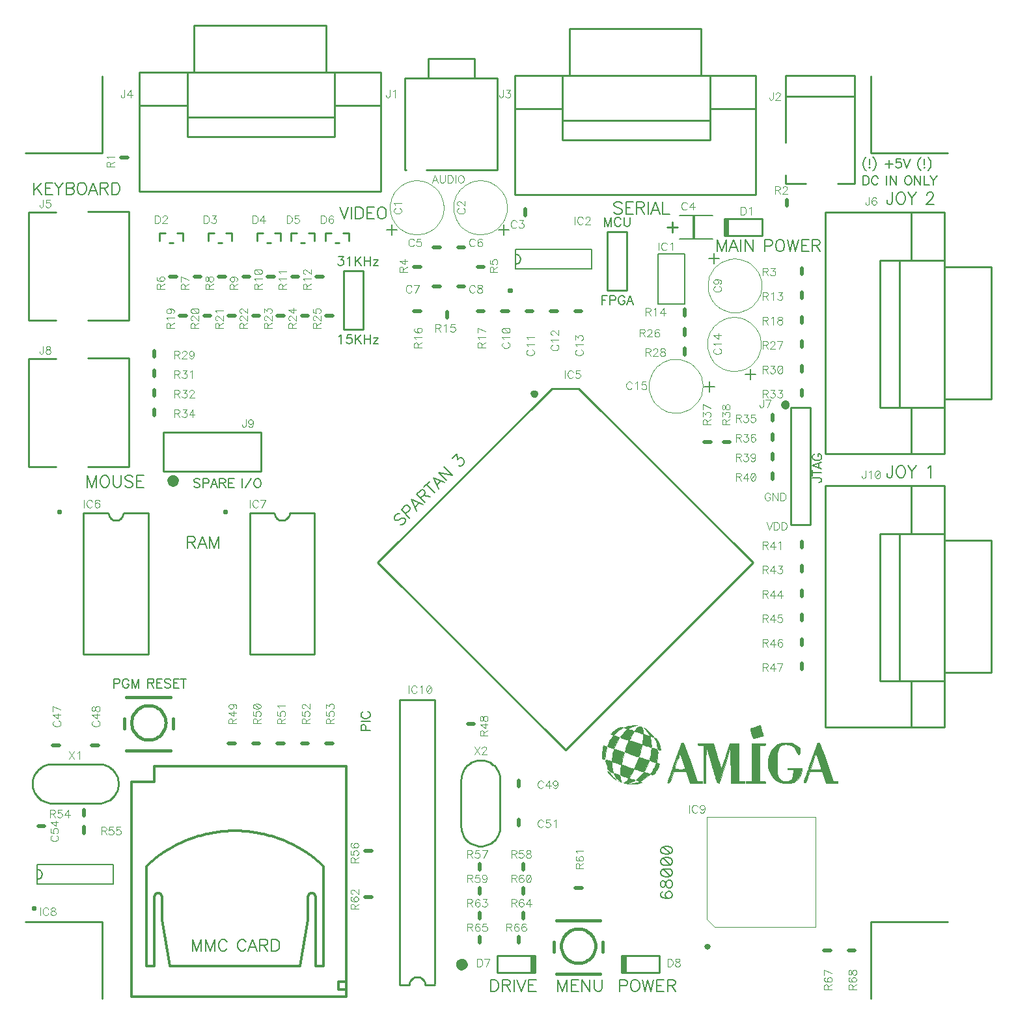
<source format=gto>
G04 #@! TF.FileFunction,Legend,Top*
%FSLAX46Y46*%
G04 Gerber Fmt 4.6, Leading zero omitted, Abs format (unit mm)*
G04 Created by KiCad (PCBNEW 4.0.2+e4-6225~38~ubuntu14.04.1-stable) date Sat 23 Jul 2016 15:50:42 NZST*
%MOMM*%
G01*
G04 APERTURE LIST*
%ADD10C,0.100000*%
%ADD11C,0.248920*%
%ADD12C,0.152400*%
%ADD13C,0.099060*%
%ADD14C,0.254000*%
%ADD15C,0.149860*%
%ADD16C,0.500380*%
%ADD17C,0.398780*%
%ADD18C,1.000760*%
%ADD19C,0.508000*%
%ADD20C,0.200660*%
%ADD21C,0.350520*%
%ADD22C,0.010000*%
G04 APERTURE END LIST*
D10*
D11*
X249999500Y349999300D02*
X259999480Y349999300D01*
X259999480Y349999300D02*
X259999480Y359999280D01*
X359999280Y359999280D02*
X359999280Y349999300D01*
X359999280Y349999300D02*
X369999260Y349999300D01*
X359999280Y249999500D02*
X359999280Y239999520D01*
X249999500Y249999500D02*
X259999480Y249999500D01*
X259999480Y249999500D02*
X259999480Y239999520D01*
X359999280Y249999500D02*
X369999260Y249999500D01*
D12*
X325757540Y331457300D02*
X325026020Y331457300D01*
X325026020Y331457300D02*
X325026020Y330276200D01*
X325026020Y330893420D02*
X325475600Y330893420D01*
X326039480Y330837540D02*
X326544940Y330837540D01*
X326544940Y330837540D02*
X326715120Y330893420D01*
X326715120Y330893420D02*
X326771000Y330951840D01*
X326771000Y330951840D02*
X326826880Y331063600D01*
X326826880Y331063600D02*
X326826880Y331231240D01*
X326826880Y331231240D02*
X326771000Y331345540D01*
X326771000Y331345540D02*
X326715120Y331401420D01*
X326715120Y331401420D02*
X326544940Y331457300D01*
X326544940Y331457300D02*
X326039480Y331457300D01*
X326039480Y331457300D02*
X326039480Y330276200D01*
X328010520Y331175360D02*
X327952100Y331287120D01*
X327952100Y331287120D02*
X327840340Y331401420D01*
X327840340Y331401420D02*
X327728580Y331457300D01*
X327728580Y331457300D02*
X327502520Y331457300D01*
X327502520Y331457300D02*
X327390760Y331401420D01*
X327390760Y331401420D02*
X327276460Y331287120D01*
X327276460Y331287120D02*
X327220580Y331175360D01*
X327220580Y331175360D02*
X327164700Y331007720D01*
X327164700Y331007720D02*
X327164700Y330725780D01*
X327164700Y330725780D02*
X327220580Y330555600D01*
X327220580Y330555600D02*
X327276460Y330443840D01*
X327276460Y330443840D02*
X327390760Y330332080D01*
X327390760Y330332080D02*
X327502520Y330276200D01*
X327502520Y330276200D02*
X327728580Y330276200D01*
X327728580Y330276200D02*
X327840340Y330332080D01*
X327840340Y330332080D02*
X327952100Y330443840D01*
X327952100Y330443840D02*
X328010520Y330555600D01*
X328010520Y330555600D02*
X328010520Y330725780D01*
X328010520Y330725780D02*
X327728580Y330725780D01*
X329135740Y330276200D02*
X328683620Y331457300D01*
X328683620Y331457300D02*
X328234040Y330276200D01*
X328404220Y330669900D02*
X328965560Y330669900D01*
X326247760Y340436200D02*
X326247760Y341619840D01*
X326247760Y341619840D02*
X325795640Y340436200D01*
X325795640Y340436200D02*
X325343520Y341619840D01*
X325343520Y341619840D02*
X325343520Y340436200D01*
X327487280Y341337900D02*
X327431400Y341452200D01*
X327431400Y341452200D02*
X327319640Y341563960D01*
X327319640Y341563960D02*
X327205340Y341619840D01*
X327205340Y341619840D02*
X326979280Y341619840D01*
X326979280Y341619840D02*
X326867520Y341563960D01*
X326867520Y341563960D02*
X326753220Y341452200D01*
X326753220Y341452200D02*
X326697340Y341337900D01*
X326697340Y341337900D02*
X326641460Y341170260D01*
X326641460Y341170260D02*
X326641460Y340888320D01*
X326641460Y340888320D02*
X326697340Y340718140D01*
X326697340Y340718140D02*
X326753220Y340606380D01*
X326753220Y340606380D02*
X326867520Y340492080D01*
X326867520Y340492080D02*
X326979280Y340436200D01*
X326979280Y340436200D02*
X327205340Y340436200D01*
X327205340Y340436200D02*
X327319640Y340492080D01*
X327319640Y340492080D02*
X327431400Y340606380D01*
X327431400Y340606380D02*
X327487280Y340718140D01*
X327883520Y341619840D02*
X327883520Y340774020D01*
X327883520Y340774020D02*
X327939400Y340606380D01*
X327939400Y340606380D02*
X328051160Y340492080D01*
X328051160Y340492080D02*
X328221340Y340436200D01*
X328221340Y340436200D02*
X328333100Y340436200D01*
X328333100Y340436200D02*
X328503280Y340492080D01*
X328503280Y340492080D02*
X328615040Y340606380D01*
X328615040Y340606380D02*
X328673460Y340774020D01*
X328673460Y340774020D02*
X328673460Y341619840D01*
X272729960Y307467000D02*
X272618200Y307578760D01*
X272618200Y307578760D02*
X272450560Y307634640D01*
X272450560Y307634640D02*
X272227040Y307634640D01*
X272227040Y307634640D02*
X272059400Y307578760D01*
X272059400Y307578760D02*
X271947640Y307467000D01*
X271947640Y307467000D02*
X271947640Y307355240D01*
X271947640Y307355240D02*
X272003520Y307243480D01*
X272003520Y307243480D02*
X272059400Y307187600D01*
X272059400Y307187600D02*
X272171160Y307131720D01*
X272171160Y307131720D02*
X272506440Y307019960D01*
X272506440Y307019960D02*
X272618200Y306964080D01*
X272618200Y306964080D02*
X272674080Y306908200D01*
X272674080Y306908200D02*
X272729960Y306796440D01*
X272729960Y306796440D02*
X272729960Y306628800D01*
X272729960Y306628800D02*
X272618200Y306517040D01*
X272618200Y306517040D02*
X272450560Y306461160D01*
X272450560Y306461160D02*
X272227040Y306461160D01*
X272227040Y306461160D02*
X272059400Y306517040D01*
X272059400Y306517040D02*
X271947640Y306628800D01*
X273121120Y307019960D02*
X273624040Y307019960D01*
X273624040Y307019960D02*
X273791680Y307075840D01*
X273791680Y307075840D02*
X273847560Y307131720D01*
X273847560Y307131720D02*
X273903440Y307243480D01*
X273903440Y307243480D02*
X273903440Y307411120D01*
X273903440Y307411120D02*
X273847560Y307522880D01*
X273847560Y307522880D02*
X273791680Y307578760D01*
X273791680Y307578760D02*
X273624040Y307634640D01*
X273624040Y307634640D02*
X273121120Y307634640D01*
X273121120Y307634640D02*
X273121120Y306461160D01*
X275021040Y306461160D02*
X274574000Y307634640D01*
X274574000Y307634640D02*
X274126960Y306461160D01*
X274294600Y306852320D02*
X274853400Y306852320D01*
X275300440Y307075840D02*
X275803360Y307075840D01*
X275803360Y307075840D02*
X275971000Y307131720D01*
X275971000Y307131720D02*
X276026880Y307187600D01*
X276026880Y307187600D02*
X276082760Y307299360D01*
X276082760Y307299360D02*
X276082760Y307411120D01*
X276082760Y307411120D02*
X276026880Y307522880D01*
X276026880Y307522880D02*
X275971000Y307578760D01*
X275971000Y307578760D02*
X275803360Y307634640D01*
X275803360Y307634640D02*
X275300440Y307634640D01*
X275300440Y307634640D02*
X275300440Y306461160D01*
X275691600Y307075840D02*
X276082760Y306461160D01*
X277202900Y307634640D02*
X276473920Y307634640D01*
X276473920Y307634640D02*
X276473920Y306461160D01*
X276473920Y306461160D02*
X277202900Y306461160D01*
X276473920Y307075840D02*
X276920960Y307075840D01*
X278264620Y307634640D02*
X278264620Y306461160D01*
X278655780Y306461160D02*
X279438100Y307634640D01*
X280108660Y307634640D02*
X279996900Y307578760D01*
X279996900Y307578760D02*
X279885140Y307467000D01*
X279885140Y307467000D02*
X279829260Y307355240D01*
X279829260Y307355240D02*
X279773380Y307187600D01*
X279773380Y307187600D02*
X279773380Y306908200D01*
X279773380Y306908200D02*
X279829260Y306740560D01*
X279829260Y306740560D02*
X279885140Y306628800D01*
X279885140Y306628800D02*
X279996900Y306517040D01*
X279996900Y306517040D02*
X280108660Y306461160D01*
X280108660Y306461160D02*
X280332180Y306461160D01*
X280332180Y306461160D02*
X280443940Y306517040D01*
X280443940Y306517040D02*
X280555700Y306628800D01*
X280555700Y306628800D02*
X280611580Y306740560D01*
X280611580Y306740560D02*
X280667460Y306908200D01*
X280667460Y306908200D02*
X280667460Y307187600D01*
X280667460Y307187600D02*
X280611580Y307355240D01*
X280611580Y307355240D02*
X280555700Y307467000D01*
X280555700Y307467000D02*
X280443940Y307578760D01*
X280443940Y307578760D02*
X280332180Y307634640D01*
X280332180Y307634640D02*
X280108660Y307634640D01*
D13*
X346438220Y301983140D02*
X346814140Y301000160D01*
X346814140Y301000160D02*
X347187520Y301983140D01*
X347423740Y301983140D02*
X347423740Y301000160D01*
X347423740Y301000160D02*
X347751400Y301000160D01*
X347751400Y301000160D02*
X347891100Y301045880D01*
X347891100Y301045880D02*
X347985080Y301139860D01*
X347985080Y301139860D02*
X348030800Y301233840D01*
X348030800Y301233840D02*
X348079060Y301373540D01*
X348079060Y301373540D02*
X348079060Y301609760D01*
X348079060Y301609760D02*
X348030800Y301749460D01*
X348030800Y301749460D02*
X347985080Y301843440D01*
X347985080Y301843440D02*
X347891100Y301937420D01*
X347891100Y301937420D02*
X347751400Y301983140D01*
X347751400Y301983140D02*
X347423740Y301983140D01*
X348406720Y301983140D02*
X348406720Y301000160D01*
X348406720Y301000160D02*
X348734380Y301000160D01*
X348734380Y301000160D02*
X348876620Y301045880D01*
X348876620Y301045880D02*
X348970600Y301139860D01*
X348970600Y301139860D02*
X349016320Y301233840D01*
X349016320Y301233840D02*
X349062040Y301373540D01*
X349062040Y301373540D02*
X349062040Y301609760D01*
X349062040Y301609760D02*
X349016320Y301749460D01*
X349016320Y301749460D02*
X348970600Y301843440D01*
X348970600Y301843440D02*
X348876620Y301937420D01*
X348876620Y301937420D02*
X348734380Y301983140D01*
X348734380Y301983140D02*
X348406720Y301983140D01*
X346918280Y305559460D02*
X346870020Y305653440D01*
X346870020Y305653440D02*
X346776040Y305747420D01*
X346776040Y305747420D02*
X346682060Y305793140D01*
X346682060Y305793140D02*
X346496640Y305793140D01*
X346496640Y305793140D02*
X346402660Y305747420D01*
X346402660Y305747420D02*
X346308680Y305653440D01*
X346308680Y305653440D02*
X346260420Y305559460D01*
X346260420Y305559460D02*
X346214700Y305419760D01*
X346214700Y305419760D02*
X346214700Y305183540D01*
X346214700Y305183540D02*
X346260420Y305043840D01*
X346260420Y305043840D02*
X346308680Y304949860D01*
X346308680Y304949860D02*
X346402660Y304855880D01*
X346402660Y304855880D02*
X346496640Y304810160D01*
X346496640Y304810160D02*
X346682060Y304810160D01*
X346682060Y304810160D02*
X346776040Y304855880D01*
X346776040Y304855880D02*
X346870020Y304949860D01*
X346870020Y304949860D02*
X346918280Y305043840D01*
X346918280Y305043840D02*
X346918280Y305183540D01*
X346918280Y305183540D02*
X346682060Y305183540D01*
X347901260Y305793140D02*
X347901260Y304810160D01*
X347901260Y304810160D02*
X347245940Y305793140D01*
X347245940Y305793140D02*
X347245940Y304810160D01*
X348277180Y305793140D02*
X348277180Y304810160D01*
X348277180Y304810160D02*
X348604840Y304810160D01*
X348604840Y304810160D02*
X348744540Y304855880D01*
X348744540Y304855880D02*
X348838520Y304949860D01*
X348838520Y304949860D02*
X348886780Y305043840D01*
X348886780Y305043840D02*
X348932500Y305183540D01*
X348932500Y305183540D02*
X348932500Y305419760D01*
X348932500Y305419760D02*
X348886780Y305559460D01*
X348886780Y305559460D02*
X348838520Y305653440D01*
X348838520Y305653440D02*
X348744540Y305747420D01*
X348744540Y305747420D02*
X348604840Y305793140D01*
X348604840Y305793140D02*
X348277180Y305793140D01*
D12*
X290789360Y336516980D02*
X291401500Y336516980D01*
X291401500Y336516980D02*
X291066220Y336072480D01*
X291066220Y336072480D02*
X291233860Y336072480D01*
X291233860Y336072480D02*
X291345620Y336016600D01*
X291345620Y336016600D02*
X291401500Y335960720D01*
X291401500Y335960720D02*
X291454840Y335795620D01*
X291454840Y335795620D02*
X291454840Y335683860D01*
X291454840Y335683860D02*
X291401500Y335516220D01*
X291401500Y335516220D02*
X291289740Y335407000D01*
X291289740Y335407000D02*
X291122100Y335351120D01*
X291122100Y335351120D02*
X290957000Y335351120D01*
X290957000Y335351120D02*
X290789360Y335407000D01*
X290789360Y335407000D02*
X290733480Y335460340D01*
X290733480Y335460340D02*
X290677600Y335572100D01*
X291955220Y336296000D02*
X292066980Y336349340D01*
X292066980Y336349340D02*
X292234620Y336516980D01*
X292234620Y336516980D02*
X292234620Y335351120D01*
X292955980Y336516980D02*
X292955980Y335351120D01*
X293733220Y336516980D02*
X292955980Y335739740D01*
X293232840Y336016600D02*
X293733220Y335351120D01*
X294121840Y336516980D02*
X294121840Y335351120D01*
X294901620Y336516980D02*
X294901620Y335351120D01*
X294121840Y335960720D02*
X294901620Y335960720D01*
X295290240Y336128360D02*
X295899840Y336128360D01*
X295899840Y336128360D02*
X295290240Y335351120D01*
X295290240Y335351120D02*
X295899840Y335351120D01*
X290845240Y326136000D02*
X290957000Y326189340D01*
X290957000Y326189340D02*
X291122100Y326356980D01*
X291122100Y326356980D02*
X291122100Y325191120D01*
X292455600Y326356980D02*
X291899340Y326356980D01*
X291899340Y326356980D02*
X291846000Y325856600D01*
X291846000Y325856600D02*
X291899340Y325912480D01*
X291899340Y325912480D02*
X292066980Y325968360D01*
X292066980Y325968360D02*
X292234620Y325968360D01*
X292234620Y325968360D02*
X292399720Y325912480D01*
X292399720Y325912480D02*
X292511480Y325800720D01*
X292511480Y325800720D02*
X292567360Y325635620D01*
X292567360Y325635620D02*
X292567360Y325523860D01*
X292567360Y325523860D02*
X292511480Y325356220D01*
X292511480Y325356220D02*
X292399720Y325247000D01*
X292399720Y325247000D02*
X292234620Y325191120D01*
X292234620Y325191120D02*
X292066980Y325191120D01*
X292066980Y325191120D02*
X291899340Y325247000D01*
X291899340Y325247000D02*
X291846000Y325300340D01*
X291846000Y325300340D02*
X291790120Y325412100D01*
X292955980Y326356980D02*
X292955980Y325191120D01*
X293733220Y326356980D02*
X292955980Y325579740D01*
X293232840Y325856600D02*
X293733220Y325191120D01*
X294121840Y326356980D02*
X294121840Y325191120D01*
X294901620Y326356980D02*
X294901620Y325191120D01*
X294121840Y325800720D02*
X294901620Y325800720D01*
X295290240Y325968360D02*
X295899840Y325968360D01*
X295899840Y325968360D02*
X295290240Y325191120D01*
X295290240Y325191120D02*
X295899840Y325191120D01*
X261526020Y280984960D02*
X262028940Y280984960D01*
X262028940Y280984960D02*
X262196580Y281040840D01*
X262196580Y281040840D02*
X262252460Y281096720D01*
X262252460Y281096720D02*
X262308340Y281208480D01*
X262308340Y281208480D02*
X262308340Y281376120D01*
X262308340Y281376120D02*
X262252460Y281487880D01*
X262252460Y281487880D02*
X262196580Y281543760D01*
X262196580Y281543760D02*
X262028940Y281599640D01*
X262028940Y281599640D02*
X261526020Y281599640D01*
X261526020Y281599640D02*
X261526020Y280426160D01*
X263481820Y281320240D02*
X263425940Y281432000D01*
X263425940Y281432000D02*
X263314180Y281543760D01*
X263314180Y281543760D02*
X263202420Y281599640D01*
X263202420Y281599640D02*
X262978900Y281599640D01*
X262978900Y281599640D02*
X262867140Y281543760D01*
X262867140Y281543760D02*
X262755380Y281432000D01*
X262755380Y281432000D02*
X262699500Y281320240D01*
X262699500Y281320240D02*
X262643620Y281152600D01*
X262643620Y281152600D02*
X262643620Y280873200D01*
X262643620Y280873200D02*
X262699500Y280705560D01*
X262699500Y280705560D02*
X262755380Y280593800D01*
X262755380Y280593800D02*
X262867140Y280482040D01*
X262867140Y280482040D02*
X262978900Y280426160D01*
X262978900Y280426160D02*
X263202420Y280426160D01*
X263202420Y280426160D02*
X263314180Y280482040D01*
X263314180Y280482040D02*
X263425940Y280593800D01*
X263425940Y280593800D02*
X263481820Y280705560D01*
X263481820Y280705560D02*
X263481820Y280873200D01*
X263481820Y280873200D02*
X263202420Y280873200D01*
X264767060Y280426160D02*
X264767060Y281599640D01*
X264767060Y281599640D02*
X264320020Y280426160D01*
X264320020Y280426160D02*
X263872980Y281599640D01*
X263872980Y281599640D02*
X263872980Y280426160D01*
X265940540Y281040840D02*
X266443460Y281040840D01*
X266443460Y281040840D02*
X266611100Y281096720D01*
X266611100Y281096720D02*
X266666980Y281152600D01*
X266666980Y281152600D02*
X266722860Y281264360D01*
X266722860Y281264360D02*
X266722860Y281376120D01*
X266722860Y281376120D02*
X266666980Y281487880D01*
X266666980Y281487880D02*
X266611100Y281543760D01*
X266611100Y281543760D02*
X266443460Y281599640D01*
X266443460Y281599640D02*
X265940540Y281599640D01*
X265940540Y281599640D02*
X265940540Y280426160D01*
X266331700Y281040840D02*
X266722860Y280426160D01*
X267840460Y281599640D02*
X267114020Y281599640D01*
X267114020Y281599640D02*
X267114020Y280426160D01*
X267114020Y280426160D02*
X267840460Y280426160D01*
X267114020Y281040840D02*
X267561060Y281040840D01*
X268902180Y281432000D02*
X268790420Y281543760D01*
X268790420Y281543760D02*
X268622780Y281599640D01*
X268622780Y281599640D02*
X268399260Y281599640D01*
X268399260Y281599640D02*
X268231620Y281543760D01*
X268231620Y281543760D02*
X268119860Y281432000D01*
X268119860Y281432000D02*
X268119860Y281320240D01*
X268119860Y281320240D02*
X268175740Y281208480D01*
X268175740Y281208480D02*
X268231620Y281152600D01*
X268231620Y281152600D02*
X268343380Y281096720D01*
X268343380Y281096720D02*
X268678660Y280984960D01*
X268678660Y280984960D02*
X268790420Y280929080D01*
X268790420Y280929080D02*
X268846300Y280873200D01*
X268846300Y280873200D02*
X268902180Y280761440D01*
X268902180Y280761440D02*
X268902180Y280593800D01*
X268902180Y280593800D02*
X268790420Y280482040D01*
X268790420Y280482040D02*
X268622780Y280426160D01*
X268622780Y280426160D02*
X268399260Y280426160D01*
X268399260Y280426160D02*
X268231620Y280482040D01*
X268231620Y280482040D02*
X268119860Y280593800D01*
X270019780Y281599640D02*
X269293340Y281599640D01*
X269293340Y281599640D02*
X269293340Y280426160D01*
X269293340Y280426160D02*
X270019780Y280426160D01*
X269293340Y281040840D02*
X269740380Y281040840D01*
X270578580Y281599640D02*
X270578580Y280426160D01*
X270187420Y281599640D02*
X270969740Y281599640D01*
X272915380Y246179340D02*
X272915380Y247705880D01*
X272915380Y247705880D02*
X272333720Y246179340D01*
X272333720Y246179340D02*
X271752060Y247705880D01*
X271752060Y247705880D02*
X271752060Y246179340D01*
X274657820Y246179340D02*
X274657820Y247705880D01*
X274657820Y247705880D02*
X274078700Y246179340D01*
X274078700Y246179340D02*
X273497040Y247705880D01*
X273497040Y247705880D02*
X273497040Y246179340D01*
X276258020Y247342660D02*
X276184360Y247487440D01*
X276184360Y247487440D02*
X276039580Y247634760D01*
X276039580Y247634760D02*
X275894800Y247705880D01*
X275894800Y247705880D02*
X275602700Y247705880D01*
X275602700Y247705880D02*
X275457920Y247634760D01*
X275457920Y247634760D02*
X275313140Y247487440D01*
X275313140Y247487440D02*
X275239480Y247342660D01*
X275239480Y247342660D02*
X275168360Y247124220D01*
X275168360Y247124220D02*
X275168360Y246761000D01*
X275168360Y246761000D02*
X275239480Y246542560D01*
X275239480Y246542560D02*
X275313140Y246397780D01*
X275313140Y246397780D02*
X275457920Y246253000D01*
X275457920Y246253000D02*
X275602700Y246179340D01*
X275602700Y246179340D02*
X275894800Y246179340D01*
X275894800Y246179340D02*
X276039580Y246253000D01*
X276039580Y246253000D02*
X276184360Y246397780D01*
X276184360Y246397780D02*
X276258020Y246542560D01*
X278729440Y247342660D02*
X278655780Y247487440D01*
X278655780Y247487440D02*
X278511000Y247634760D01*
X278511000Y247634760D02*
X278366220Y247705880D01*
X278366220Y247705880D02*
X278074120Y247705880D01*
X278074120Y247705880D02*
X277929340Y247634760D01*
X277929340Y247634760D02*
X277784560Y247487440D01*
X277784560Y247487440D02*
X277710900Y247342660D01*
X277710900Y247342660D02*
X277639780Y247124220D01*
X277639780Y247124220D02*
X277639780Y246761000D01*
X277639780Y246761000D02*
X277710900Y246542560D01*
X277710900Y246542560D02*
X277784560Y246397780D01*
X277784560Y246397780D02*
X277929340Y246253000D01*
X277929340Y246253000D02*
X278074120Y246179340D01*
X278074120Y246179340D02*
X278366220Y246179340D01*
X278366220Y246179340D02*
X278511000Y246253000D01*
X278511000Y246253000D02*
X278655780Y246397780D01*
X278655780Y246397780D02*
X278729440Y246542560D01*
X280182320Y246179340D02*
X279600660Y247705880D01*
X279600660Y247705880D02*
X279019000Y246179340D01*
X279237440Y246689880D02*
X279963880Y246689880D01*
X280545540Y246979440D02*
X281200860Y246979440D01*
X281200860Y246979440D02*
X281416760Y247053100D01*
X281416760Y247053100D02*
X281490420Y247124220D01*
X281490420Y247124220D02*
X281564080Y247271540D01*
X281564080Y247271540D02*
X281564080Y247416320D01*
X281564080Y247416320D02*
X281490420Y247561100D01*
X281490420Y247561100D02*
X281416760Y247634760D01*
X281416760Y247634760D02*
X281200860Y247705880D01*
X281200860Y247705880D02*
X280545540Y247705880D01*
X280545540Y247705880D02*
X280545540Y246179340D01*
X281053540Y246979440D02*
X281564080Y246179340D01*
X282072080Y247705880D02*
X282072080Y246179340D01*
X282072080Y246179340D02*
X282580080Y246179340D01*
X282580080Y246179340D02*
X282798520Y246253000D01*
X282798520Y246253000D02*
X282943300Y246397780D01*
X282943300Y246397780D02*
X283016960Y246542560D01*
X283016960Y246542560D02*
X283090620Y246761000D01*
X283090620Y246761000D02*
X283090620Y247124220D01*
X283090620Y247124220D02*
X283016960Y247342660D01*
X283016960Y247342660D02*
X282943300Y247487440D01*
X282943300Y247487440D02*
X282798520Y247634760D01*
X282798520Y247634760D02*
X282580080Y247705880D01*
X282580080Y247705880D02*
X282072080Y247705880D01*
X271119600Y299379640D02*
X271780000Y299379640D01*
X271780000Y299379640D02*
X272000980Y299453300D01*
X272000980Y299453300D02*
X272074640Y299526960D01*
X272074640Y299526960D02*
X272148300Y299674280D01*
X272148300Y299674280D02*
X272148300Y299821600D01*
X272148300Y299821600D02*
X272074640Y299966380D01*
X272074640Y299966380D02*
X272000980Y300040040D01*
X272000980Y300040040D02*
X271780000Y300113700D01*
X271780000Y300113700D02*
X271119600Y300113700D01*
X271119600Y300113700D02*
X271119600Y298571920D01*
X271632680Y299379640D02*
X272148300Y298571920D01*
X273616420Y298571920D02*
X273027140Y300113700D01*
X273027140Y300113700D02*
X272440400Y298571920D01*
X272661380Y299087540D02*
X273395440Y299087540D01*
X275155660Y298571920D02*
X275155660Y300113700D01*
X275155660Y300113700D02*
X274568920Y298571920D01*
X274568920Y298571920D02*
X273982180Y300113700D01*
X273982180Y300113700D02*
X273982180Y298571920D01*
X298724320Y303095660D02*
X298518580Y303095660D01*
X298518580Y303095660D02*
X298312840Y302994060D01*
X298312840Y302994060D02*
X298107100Y302788320D01*
X298107100Y302788320D02*
X298005500Y302582580D01*
X298005500Y302582580D02*
X298005500Y302376840D01*
X298005500Y302376840D02*
X298107100Y302272700D01*
X298107100Y302272700D02*
X298262040Y302221900D01*
X298262040Y302221900D02*
X298363640Y302221900D01*
X298363640Y302221900D02*
X298518580Y302272700D01*
X298518580Y302272700D02*
X298930060Y302478440D01*
X298930060Y302478440D02*
X299082460Y302529240D01*
X299082460Y302529240D02*
X299186600Y302529240D01*
X299186600Y302529240D02*
X299341540Y302478440D01*
X299341540Y302478440D02*
X299493940Y302326040D01*
X299493940Y302326040D02*
X299493940Y302120300D01*
X299493940Y302120300D02*
X299392340Y301914560D01*
X299392340Y301914560D02*
X299186600Y301708820D01*
X299186600Y301708820D02*
X298980860Y301604680D01*
X298980860Y301604680D02*
X298775120Y301604680D01*
X299493940Y303044860D02*
X299956220Y303507140D01*
X299956220Y303507140D02*
X300060360Y303712880D01*
X300060360Y303712880D02*
X300060360Y303814480D01*
X300060360Y303814480D02*
X300007020Y303969420D01*
X300007020Y303969420D02*
X299854620Y304124360D01*
X299854620Y304124360D02*
X299699680Y304175160D01*
X299699680Y304175160D02*
X299598080Y304175160D01*
X299598080Y304175160D02*
X299392340Y304071020D01*
X299392340Y304071020D02*
X298930060Y303608740D01*
X298930060Y303608740D02*
X300007020Y302529240D01*
X301754540Y304276760D02*
X300266100Y304944780D01*
X300266100Y304944780D02*
X300934120Y303456340D01*
X300728380Y303969420D02*
X301241460Y304482500D01*
X301447200Y305099720D02*
X301909480Y305562000D01*
X301909480Y305562000D02*
X302011080Y305767740D01*
X302011080Y305767740D02*
X302011080Y305869340D01*
X302011080Y305869340D02*
X301960280Y306024280D01*
X301960280Y306024280D02*
X301858680Y306125880D01*
X301858680Y306125880D02*
X301703740Y306179220D01*
X301703740Y306179220D02*
X301602140Y306179220D01*
X301602140Y306179220D02*
X301396400Y306075080D01*
X301396400Y306075080D02*
X300934120Y305612800D01*
X300934120Y305612800D02*
X302011080Y304533300D01*
X301805340Y305457860D02*
X302732440Y305254660D01*
X302216820Y306898040D02*
X303296320Y305818540D01*
X301858680Y306537360D02*
X302577500Y307256180D01*
X304581560Y307103780D02*
X303090580Y307771800D01*
X303090580Y307771800D02*
X303758600Y306280820D01*
X303552860Y306793900D02*
X304065940Y307309520D01*
X304477420Y309158640D02*
X305556920Y308079140D01*
X305556920Y308079140D02*
X303758600Y308439820D01*
X303758600Y308439820D02*
X304838100Y307360320D01*
X305607720Y310288940D02*
X306174140Y310852820D01*
X306174140Y310852820D02*
X306275740Y310134000D01*
X306275740Y310134000D02*
X306430680Y310288940D01*
X306430680Y310288940D02*
X306585620Y310339740D01*
X306585620Y310339740D02*
X306687220Y310339740D01*
X306687220Y310339740D02*
X306892960Y310238140D01*
X306892960Y310238140D02*
X306994560Y310134000D01*
X306994560Y310134000D02*
X307098700Y309928260D01*
X307098700Y309928260D02*
X307098700Y309722520D01*
X307098700Y309722520D02*
X306994560Y309516780D01*
X306994560Y309516780D02*
X306842160Y309364380D01*
X306842160Y309364380D02*
X306636420Y309260240D01*
X306636420Y309260240D02*
X306532280Y309260240D01*
X306532280Y309260240D02*
X306379880Y309313580D01*
X362826300Y344871040D02*
X362826300Y343702640D01*
X362826300Y343702640D02*
X362752640Y343484200D01*
X362752640Y343484200D02*
X362678980Y343410540D01*
X362678980Y343410540D02*
X362534200Y343336880D01*
X362534200Y343336880D02*
X362386880Y343336880D01*
X362386880Y343336880D02*
X362242100Y343410540D01*
X362242100Y343410540D02*
X362168440Y343484200D01*
X362168440Y343484200D02*
X362094780Y343702640D01*
X362094780Y343702640D02*
X362094780Y343849960D01*
X363776260Y344871040D02*
X363628940Y344799920D01*
X363628940Y344799920D02*
X363481620Y344652600D01*
X363481620Y344652600D02*
X363410500Y344507820D01*
X363410500Y344507820D02*
X363336840Y344286840D01*
X363336840Y344286840D02*
X363336840Y343921080D01*
X363336840Y343921080D02*
X363410500Y343702640D01*
X363410500Y343702640D02*
X363481620Y343557860D01*
X363481620Y343557860D02*
X363628940Y343410540D01*
X363628940Y343410540D02*
X363776260Y343336880D01*
X363776260Y343336880D02*
X364068360Y343336880D01*
X364068360Y343336880D02*
X364213140Y343410540D01*
X364213140Y343410540D02*
X364360460Y343557860D01*
X364360460Y343557860D02*
X364431580Y343702640D01*
X364431580Y343702640D02*
X364505240Y343921080D01*
X364505240Y343921080D02*
X364505240Y344286840D01*
X364505240Y344286840D02*
X364431580Y344507820D01*
X364431580Y344507820D02*
X364360460Y344652600D01*
X364360460Y344652600D02*
X364213140Y344799920D01*
X364213140Y344799920D02*
X364068360Y344871040D01*
X364068360Y344871040D02*
X363776260Y344871040D01*
X364797340Y344871040D02*
X365381540Y344142060D01*
X365381540Y344142060D02*
X365381540Y343336880D01*
X365965740Y344871040D02*
X365381540Y344142060D01*
X367281460Y344507820D02*
X367281460Y344578940D01*
X367281460Y344578940D02*
X367355120Y344726260D01*
X367355120Y344726260D02*
X367428780Y344799920D01*
X367428780Y344799920D02*
X367573560Y344871040D01*
X367573560Y344871040D02*
X367865660Y344871040D01*
X367865660Y344871040D02*
X368012980Y344799920D01*
X368012980Y344799920D02*
X368084100Y344726260D01*
X368084100Y344726260D02*
X368157760Y344578940D01*
X368157760Y344578940D02*
X368157760Y344434160D01*
X368157760Y344434160D02*
X368084100Y344286840D01*
X368084100Y344286840D02*
X367939320Y344068400D01*
X367939320Y344068400D02*
X367207800Y343336880D01*
X367207800Y343336880D02*
X368231420Y343336880D01*
X362826300Y309311040D02*
X362826300Y308142640D01*
X362826300Y308142640D02*
X362752640Y307924200D01*
X362752640Y307924200D02*
X362678980Y307850540D01*
X362678980Y307850540D02*
X362534200Y307776880D01*
X362534200Y307776880D02*
X362386880Y307776880D01*
X362386880Y307776880D02*
X362242100Y307850540D01*
X362242100Y307850540D02*
X362168440Y307924200D01*
X362168440Y307924200D02*
X362094780Y308142640D01*
X362094780Y308142640D02*
X362094780Y308289960D01*
X363776260Y309311040D02*
X363628940Y309239920D01*
X363628940Y309239920D02*
X363481620Y309092600D01*
X363481620Y309092600D02*
X363410500Y308947820D01*
X363410500Y308947820D02*
X363336840Y308726840D01*
X363336840Y308726840D02*
X363336840Y308361080D01*
X363336840Y308361080D02*
X363410500Y308142640D01*
X363410500Y308142640D02*
X363481620Y307997860D01*
X363481620Y307997860D02*
X363628940Y307850540D01*
X363628940Y307850540D02*
X363776260Y307776880D01*
X363776260Y307776880D02*
X364068360Y307776880D01*
X364068360Y307776880D02*
X364213140Y307850540D01*
X364213140Y307850540D02*
X364360460Y307997860D01*
X364360460Y307997860D02*
X364431580Y308142640D01*
X364431580Y308142640D02*
X364505240Y308361080D01*
X364505240Y308361080D02*
X364505240Y308726840D01*
X364505240Y308726840D02*
X364431580Y308947820D01*
X364431580Y308947820D02*
X364360460Y309092600D01*
X364360460Y309092600D02*
X364213140Y309239920D01*
X364213140Y309239920D02*
X364068360Y309311040D01*
X364068360Y309311040D02*
X363776260Y309311040D01*
X364797340Y309311040D02*
X365381540Y308582060D01*
X365381540Y308582060D02*
X365381540Y307776880D01*
X365965740Y309311040D02*
X365381540Y308582060D01*
X367428780Y309018940D02*
X367573560Y309092600D01*
X367573560Y309092600D02*
X367792000Y309311040D01*
X367792000Y309311040D02*
X367792000Y307776880D01*
X327629520Y343380060D02*
X327482200Y343524840D01*
X327482200Y343524840D02*
X327263760Y343598500D01*
X327263760Y343598500D02*
X326971660Y343598500D01*
X326971660Y343598500D02*
X326753220Y343524840D01*
X326753220Y343524840D02*
X326608440Y343380060D01*
X326608440Y343380060D02*
X326608440Y343235280D01*
X326608440Y343235280D02*
X326679560Y343087960D01*
X326679560Y343087960D02*
X326753220Y343014300D01*
X326753220Y343014300D02*
X326900540Y342943180D01*
X326900540Y342943180D02*
X327337420Y342795860D01*
X327337420Y342795860D02*
X327482200Y342724740D01*
X327482200Y342724740D02*
X327555860Y342651080D01*
X327555860Y342651080D02*
X327629520Y342503760D01*
X327629520Y342503760D02*
X327629520Y342285320D01*
X327629520Y342285320D02*
X327482200Y342140540D01*
X327482200Y342140540D02*
X327263760Y342066880D01*
X327263760Y342066880D02*
X326971660Y342066880D01*
X326971660Y342066880D02*
X326753220Y342140540D01*
X326753220Y342140540D02*
X326608440Y342285320D01*
X329087480Y343598500D02*
X328140060Y343598500D01*
X328140060Y343598500D02*
X328140060Y342066880D01*
X328140060Y342066880D02*
X329087480Y342066880D01*
X328140060Y342869520D02*
X328721720Y342869520D01*
X329524360Y342869520D02*
X330182220Y342869520D01*
X330182220Y342869520D02*
X330400660Y342943180D01*
X330400660Y342943180D02*
X330474320Y343014300D01*
X330474320Y343014300D02*
X330545440Y343161620D01*
X330545440Y343161620D02*
X330545440Y343306400D01*
X330545440Y343306400D02*
X330474320Y343453720D01*
X330474320Y343453720D02*
X330400660Y343524840D01*
X330400660Y343524840D02*
X330182220Y343598500D01*
X330182220Y343598500D02*
X329524360Y343598500D01*
X329524360Y343598500D02*
X329524360Y342066880D01*
X330034900Y342869520D02*
X330545440Y342066880D01*
X331055980Y343598500D02*
X331055980Y342066880D01*
X332587600Y342066880D02*
X332005940Y343598500D01*
X332005940Y343598500D02*
X331421740Y342066880D01*
X331640180Y342577420D02*
X332369160Y342577420D01*
X332953360Y343598500D02*
X332953360Y342066880D01*
X332953360Y342066880D02*
X333829660Y342066880D01*
X290901120Y342943180D02*
X291477700Y341426800D01*
X291477700Y341426800D02*
X292056820Y342943180D01*
X292417500Y342943180D02*
X292417500Y341426800D01*
X292996620Y342943180D02*
X292996620Y341426800D01*
X292996620Y341426800D02*
X293502080Y341426800D01*
X293502080Y341426800D02*
X293717980Y341500460D01*
X293717980Y341500460D02*
X293862760Y341642700D01*
X293862760Y341642700D02*
X293933880Y341787480D01*
X293933880Y341787480D02*
X294007540Y342005920D01*
X294007540Y342005920D02*
X294007540Y342366600D01*
X294007540Y342366600D02*
X293933880Y342582500D01*
X293933880Y342582500D02*
X293862760Y342727280D01*
X293862760Y342727280D02*
X293717980Y342872060D01*
X293717980Y342872060D02*
X293502080Y342943180D01*
X293502080Y342943180D02*
X292996620Y342943180D01*
X295450260Y342943180D02*
X294513000Y342943180D01*
X294513000Y342943180D02*
X294513000Y341426800D01*
X294513000Y341426800D02*
X295450260Y341426800D01*
X294513000Y342221820D02*
X295089580Y342221820D01*
X296245280Y342943180D02*
X296100500Y342872060D01*
X296100500Y342872060D02*
X295958260Y342727280D01*
X295958260Y342727280D02*
X295884600Y342582500D01*
X295884600Y342582500D02*
X295813480Y342366600D01*
X295813480Y342366600D02*
X295813480Y342005920D01*
X295813480Y342005920D02*
X295884600Y341787480D01*
X295884600Y341787480D02*
X295958260Y341642700D01*
X295958260Y341642700D02*
X296100500Y341500460D01*
X296100500Y341500460D02*
X296245280Y341426800D01*
X296245280Y341426800D02*
X296534840Y341426800D01*
X296534840Y341426800D02*
X296679620Y341500460D01*
X296679620Y341500460D02*
X296824400Y341642700D01*
X296824400Y341642700D02*
X296895520Y341787480D01*
X296895520Y341787480D02*
X296969180Y342005920D01*
X296969180Y342005920D02*
X296969180Y342366600D01*
X296969180Y342366600D02*
X296895520Y342582500D01*
X296895520Y342582500D02*
X296824400Y342727280D01*
X296824400Y342727280D02*
X296679620Y342872060D01*
X296679620Y342872060D02*
X296534840Y342943180D01*
X296534840Y342943180D02*
X296245280Y342943180D01*
X259267960Y306506880D02*
X259267960Y308038500D01*
X259267960Y308038500D02*
X258683760Y306506880D01*
X258683760Y306506880D02*
X258099560Y308038500D01*
X258099560Y308038500D02*
X258099560Y306506880D01*
X260215380Y308038500D02*
X260068060Y307964840D01*
X260068060Y307964840D02*
X259923280Y307820060D01*
X259923280Y307820060D02*
X259849620Y307672740D01*
X259849620Y307672740D02*
X259778500Y307454300D01*
X259778500Y307454300D02*
X259778500Y307091080D01*
X259778500Y307091080D02*
X259849620Y306872640D01*
X259849620Y306872640D02*
X259923280Y306725320D01*
X259923280Y306725320D02*
X260068060Y306580540D01*
X260068060Y306580540D02*
X260215380Y306506880D01*
X260215380Y306506880D02*
X260507480Y306506880D01*
X260507480Y306506880D02*
X260652260Y306580540D01*
X260652260Y306580540D02*
X260797040Y306725320D01*
X260797040Y306725320D02*
X260870700Y306872640D01*
X260870700Y306872640D02*
X260944360Y307091080D01*
X260944360Y307091080D02*
X260944360Y307454300D01*
X260944360Y307454300D02*
X260870700Y307672740D01*
X260870700Y307672740D02*
X260797040Y307820060D01*
X260797040Y307820060D02*
X260652260Y307964840D01*
X260652260Y307964840D02*
X260507480Y308038500D01*
X260507480Y308038500D02*
X260215380Y308038500D01*
X261454900Y308038500D02*
X261454900Y306943760D01*
X261454900Y306943760D02*
X261526020Y306725320D01*
X261526020Y306725320D02*
X261673340Y306580540D01*
X261673340Y306580540D02*
X261891780Y306506880D01*
X261891780Y306506880D02*
X262036560Y306506880D01*
X262036560Y306506880D02*
X262257540Y306580540D01*
X262257540Y306580540D02*
X262402320Y306725320D01*
X262402320Y306725320D02*
X262475980Y306943760D01*
X262475980Y306943760D02*
X262475980Y308038500D01*
X264005060Y307820060D02*
X263860280Y307964840D01*
X263860280Y307964840D02*
X263641840Y308038500D01*
X263641840Y308038500D02*
X263349740Y308038500D01*
X263349740Y308038500D02*
X263131300Y307964840D01*
X263131300Y307964840D02*
X262986520Y307820060D01*
X262986520Y307820060D02*
X262986520Y307672740D01*
X262986520Y307672740D02*
X263057640Y307527960D01*
X263057640Y307527960D02*
X263131300Y307454300D01*
X263131300Y307454300D02*
X263276080Y307380640D01*
X263276080Y307380640D02*
X263715500Y307235860D01*
X263715500Y307235860D02*
X263860280Y307162200D01*
X263860280Y307162200D02*
X263933940Y307091080D01*
X263933940Y307091080D02*
X264005060Y306943760D01*
X264005060Y306943760D02*
X264005060Y306725320D01*
X264005060Y306725320D02*
X263860280Y306580540D01*
X263860280Y306580540D02*
X263641840Y306506880D01*
X263641840Y306506880D02*
X263349740Y306506880D01*
X263349740Y306506880D02*
X263131300Y306580540D01*
X263131300Y306580540D02*
X262986520Y306725320D01*
X265465560Y308038500D02*
X264515600Y308038500D01*
X264515600Y308038500D02*
X264515600Y306506880D01*
X264515600Y306506880D02*
X265465560Y306506880D01*
X264515600Y307309520D02*
X265099800Y307309520D01*
D13*
X303700180Y346087700D02*
X303319180Y347083380D01*
X303319180Y347083380D02*
X302940720Y346087700D01*
X303082960Y346420440D02*
X303557940Y346420440D01*
X303936400Y347083380D02*
X303936400Y346372180D01*
X303936400Y346372180D02*
X303984660Y346229940D01*
X303984660Y346229940D02*
X304078640Y346135960D01*
X304078640Y346135960D02*
X304220880Y346087700D01*
X304220880Y346087700D02*
X304314860Y346087700D01*
X304314860Y346087700D02*
X304457100Y346135960D01*
X304457100Y346135960D02*
X304553620Y346229940D01*
X304553620Y346229940D02*
X304599340Y346372180D01*
X304599340Y346372180D02*
X304599340Y347083380D01*
X304980340Y347083380D02*
X304980340Y346087700D01*
X304980340Y346087700D02*
X305310540Y346087700D01*
X305310540Y346087700D02*
X305452780Y346135960D01*
X305452780Y346135960D02*
X305546760Y346229940D01*
X305546760Y346229940D02*
X305595020Y346323920D01*
X305595020Y346323920D02*
X305643280Y346466160D01*
X305643280Y346466160D02*
X305643280Y346704920D01*
X305643280Y346704920D02*
X305595020Y346847160D01*
X305595020Y346847160D02*
X305546760Y346941140D01*
X305546760Y346941140D02*
X305452780Y347035120D01*
X305452780Y347035120D02*
X305310540Y347083380D01*
X305310540Y347083380D02*
X304980340Y347083380D01*
X305973480Y347083380D02*
X305973480Y346087700D01*
X306590700Y347083380D02*
X306496720Y347035120D01*
X306496720Y347035120D02*
X306400200Y346941140D01*
X306400200Y346941140D02*
X306354480Y346847160D01*
X306354480Y346847160D02*
X306306220Y346704920D01*
X306306220Y346704920D02*
X306306220Y346466160D01*
X306306220Y346466160D02*
X306354480Y346323920D01*
X306354480Y346323920D02*
X306400200Y346229940D01*
X306400200Y346229940D02*
X306496720Y346135960D01*
X306496720Y346135960D02*
X306590700Y346087700D01*
X306590700Y346087700D02*
X306781200Y346087700D01*
X306781200Y346087700D02*
X306875180Y346135960D01*
X306875180Y346135960D02*
X306969160Y346229940D01*
X306969160Y346229940D02*
X307017420Y346323920D01*
X307017420Y346323920D02*
X307065680Y346466160D01*
X307065680Y346466160D02*
X307065680Y346704920D01*
X307065680Y346704920D02*
X307017420Y346847160D01*
X307017420Y346847160D02*
X306969160Y346941140D01*
X306969160Y346941140D02*
X306875180Y347035120D01*
X306875180Y347035120D02*
X306781200Y347083380D01*
X306781200Y347083380D02*
X306590700Y347083380D01*
D12*
X251114560Y346130880D02*
X251114560Y344604340D01*
X252133100Y346130880D02*
X251114560Y345114880D01*
X251477780Y345478100D02*
X252133100Y344604340D01*
X253585980Y346130880D02*
X252641100Y346130880D01*
X252641100Y346130880D02*
X252641100Y344604340D01*
X252641100Y344604340D02*
X253585980Y344604340D01*
X252641100Y345404440D02*
X253222760Y345404440D01*
X253804420Y346130880D02*
X254386080Y345404440D01*
X254386080Y345404440D02*
X254386080Y344604340D01*
X254967740Y346130880D02*
X254386080Y345404440D01*
X255330960Y346130880D02*
X255330960Y344604340D01*
X255330960Y344604340D02*
X255983740Y344604340D01*
X255983740Y344604340D02*
X256202180Y344678000D01*
X256202180Y344678000D02*
X256275840Y344751660D01*
X256275840Y344751660D02*
X256346960Y344896440D01*
X256346960Y344896440D02*
X256346960Y345114880D01*
X256346960Y345114880D02*
X256275840Y345259660D01*
X256275840Y345259660D02*
X256202180Y345333320D01*
X256202180Y345333320D02*
X255983740Y345404440D01*
X255983740Y345404440D02*
X256202180Y345478100D01*
X256202180Y345478100D02*
X256275840Y345549220D01*
X256275840Y345549220D02*
X256346960Y345696540D01*
X256346960Y345696540D02*
X256346960Y345841320D01*
X256346960Y345841320D02*
X256275840Y345986100D01*
X256275840Y345986100D02*
X256202180Y346059760D01*
X256202180Y346059760D02*
X255983740Y346130880D01*
X255983740Y346130880D02*
X255330960Y346130880D01*
X255330960Y345404440D02*
X255983740Y345404440D01*
X257220720Y346130880D02*
X257073400Y346059760D01*
X257073400Y346059760D02*
X256928620Y345912440D01*
X256928620Y345912440D02*
X256857500Y345767660D01*
X256857500Y345767660D02*
X256783840Y345549220D01*
X256783840Y345549220D02*
X256783840Y345186000D01*
X256783840Y345186000D02*
X256857500Y344967560D01*
X256857500Y344967560D02*
X256928620Y344822780D01*
X256928620Y344822780D02*
X257073400Y344678000D01*
X257073400Y344678000D02*
X257220720Y344604340D01*
X257220720Y344604340D02*
X257510280Y344604340D01*
X257510280Y344604340D02*
X257655060Y344678000D01*
X257655060Y344678000D02*
X257802380Y344822780D01*
X257802380Y344822780D02*
X257873500Y344967560D01*
X257873500Y344967560D02*
X257947160Y345186000D01*
X257947160Y345186000D02*
X257947160Y345549220D01*
X257947160Y345549220D02*
X257873500Y345767660D01*
X257873500Y345767660D02*
X257802380Y345912440D01*
X257802380Y345912440D02*
X257655060Y346059760D01*
X257655060Y346059760D02*
X257510280Y346130880D01*
X257510280Y346130880D02*
X257220720Y346130880D01*
X259400040Y344604340D02*
X258818380Y346130880D01*
X258818380Y346130880D02*
X258236720Y344604340D01*
X258455160Y345114880D02*
X259181600Y345114880D01*
X259763260Y345404440D02*
X260418580Y345404440D01*
X260418580Y345404440D02*
X260637020Y345478100D01*
X260637020Y345478100D02*
X260708140Y345549220D01*
X260708140Y345549220D02*
X260781800Y345696540D01*
X260781800Y345696540D02*
X260781800Y345841320D01*
X260781800Y345841320D02*
X260708140Y345986100D01*
X260708140Y345986100D02*
X260637020Y346059760D01*
X260637020Y346059760D02*
X260418580Y346130880D01*
X260418580Y346130880D02*
X259763260Y346130880D01*
X259763260Y346130880D02*
X259763260Y344604340D01*
X260271260Y345404440D02*
X260781800Y344604340D01*
X261289800Y346130880D02*
X261289800Y344604340D01*
X261289800Y344604340D02*
X261797800Y344604340D01*
X261797800Y344604340D02*
X262016240Y344678000D01*
X262016240Y344678000D02*
X262161020Y344822780D01*
X262161020Y344822780D02*
X262234680Y344967560D01*
X262234680Y344967560D02*
X262308340Y345186000D01*
X262308340Y345186000D02*
X262308340Y345549220D01*
X262308340Y345549220D02*
X262234680Y345767660D01*
X262234680Y345767660D02*
X262161020Y345912440D01*
X262161020Y345912440D02*
X262016240Y346059760D01*
X262016240Y346059760D02*
X261797800Y346130880D01*
X261797800Y346130880D02*
X261289800Y346130880D01*
X332892400Y253895860D02*
X332745080Y253822200D01*
X332745080Y253822200D02*
X332673960Y253603760D01*
X332673960Y253603760D02*
X332673960Y253458980D01*
X332673960Y253458980D02*
X332745080Y253240540D01*
X332745080Y253240540D02*
X332966060Y253093220D01*
X332966060Y253093220D02*
X333329280Y253019560D01*
X333329280Y253019560D02*
X333695040Y253019560D01*
X333695040Y253019560D02*
X333987140Y253093220D01*
X333987140Y253093220D02*
X334131920Y253240540D01*
X334131920Y253240540D02*
X334205580Y253458980D01*
X334205580Y253458980D02*
X334205580Y253530100D01*
X334205580Y253530100D02*
X334131920Y253751080D01*
X334131920Y253751080D02*
X333987140Y253895860D01*
X333987140Y253895860D02*
X333768700Y253969520D01*
X333768700Y253969520D02*
X333695040Y253969520D01*
X333695040Y253969520D02*
X333476600Y253895860D01*
X333476600Y253895860D02*
X333329280Y253751080D01*
X333329280Y253751080D02*
X333255620Y253530100D01*
X333255620Y253530100D02*
X333255620Y253458980D01*
X333255620Y253458980D02*
X333329280Y253240540D01*
X333329280Y253240540D02*
X333476600Y253093220D01*
X333476600Y253093220D02*
X333695040Y253019560D01*
X332673960Y254772160D02*
X332745080Y254553720D01*
X332745080Y254553720D02*
X332892400Y254480060D01*
X332892400Y254480060D02*
X333037180Y254480060D01*
X333037180Y254480060D02*
X333184500Y254553720D01*
X333184500Y254553720D02*
X333255620Y254698500D01*
X333255620Y254698500D02*
X333329280Y254990600D01*
X333329280Y254990600D02*
X333402940Y255209040D01*
X333402940Y255209040D02*
X333547720Y255356360D01*
X333547720Y255356360D02*
X333695040Y255427480D01*
X333695040Y255427480D02*
X333913480Y255427480D01*
X333913480Y255427480D02*
X334058260Y255356360D01*
X334058260Y255356360D02*
X334131920Y255282700D01*
X334131920Y255282700D02*
X334205580Y255064260D01*
X334205580Y255064260D02*
X334205580Y254772160D01*
X334205580Y254772160D02*
X334131920Y254553720D01*
X334131920Y254553720D02*
X334058260Y254480060D01*
X334058260Y254480060D02*
X333913480Y254406400D01*
X333913480Y254406400D02*
X333695040Y254406400D01*
X333695040Y254406400D02*
X333547720Y254480060D01*
X333547720Y254480060D02*
X333402940Y254624840D01*
X333402940Y254624840D02*
X333329280Y254845820D01*
X333329280Y254845820D02*
X333255620Y255135380D01*
X333255620Y255135380D02*
X333184500Y255282700D01*
X333184500Y255282700D02*
X333037180Y255356360D01*
X333037180Y255356360D02*
X332892400Y255356360D01*
X332892400Y255356360D02*
X332745080Y255282700D01*
X332745080Y255282700D02*
X332673960Y255064260D01*
X332673960Y255064260D02*
X332673960Y254772160D01*
X332673960Y256303780D02*
X332745080Y256085340D01*
X332745080Y256085340D02*
X332966060Y255938020D01*
X332966060Y255938020D02*
X333329280Y255866900D01*
X333329280Y255866900D02*
X333547720Y255866900D01*
X333547720Y255866900D02*
X333913480Y255938020D01*
X333913480Y255938020D02*
X334131920Y256085340D01*
X334131920Y256085340D02*
X334205580Y256303780D01*
X334205580Y256303780D02*
X334205580Y256448560D01*
X334205580Y256448560D02*
X334131920Y256669540D01*
X334131920Y256669540D02*
X333913480Y256814320D01*
X333913480Y256814320D02*
X333547720Y256887980D01*
X333547720Y256887980D02*
X333329280Y256887980D01*
X333329280Y256887980D02*
X332966060Y256814320D01*
X332966060Y256814320D02*
X332745080Y256669540D01*
X332745080Y256669540D02*
X332673960Y256448560D01*
X332673960Y256448560D02*
X332673960Y256303780D01*
X332966060Y256814320D02*
X333913480Y255938020D01*
X332673960Y257764280D02*
X332745080Y257543300D01*
X332745080Y257543300D02*
X332966060Y257398520D01*
X332966060Y257398520D02*
X333329280Y257324860D01*
X333329280Y257324860D02*
X333547720Y257324860D01*
X333547720Y257324860D02*
X333913480Y257398520D01*
X333913480Y257398520D02*
X334131920Y257543300D01*
X334131920Y257543300D02*
X334205580Y257764280D01*
X334205580Y257764280D02*
X334205580Y257909060D01*
X334205580Y257909060D02*
X334131920Y258127500D01*
X334131920Y258127500D02*
X333913480Y258274820D01*
X333913480Y258274820D02*
X333547720Y258345940D01*
X333547720Y258345940D02*
X333329280Y258345940D01*
X333329280Y258345940D02*
X332966060Y258274820D01*
X332966060Y258274820D02*
X332745080Y258127500D01*
X332745080Y258127500D02*
X332673960Y257909060D01*
X332673960Y257909060D02*
X332673960Y257764280D01*
X332966060Y258274820D02*
X333913480Y257398520D01*
X332673960Y259222240D02*
X332745080Y259003800D01*
X332745080Y259003800D02*
X332966060Y258856480D01*
X332966060Y258856480D02*
X333329280Y258785360D01*
X333329280Y258785360D02*
X333547720Y258785360D01*
X333547720Y258785360D02*
X333913480Y258856480D01*
X333913480Y258856480D02*
X334131920Y259003800D01*
X334131920Y259003800D02*
X334205580Y259222240D01*
X334205580Y259222240D02*
X334205580Y259367020D01*
X334205580Y259367020D02*
X334131920Y259588000D01*
X334131920Y259588000D02*
X333913480Y259732780D01*
X333913480Y259732780D02*
X333547720Y259806440D01*
X333547720Y259806440D02*
X333329280Y259806440D01*
X333329280Y259806440D02*
X332966060Y259732780D01*
X332966060Y259732780D02*
X332745080Y259588000D01*
X332745080Y259588000D02*
X332673960Y259367020D01*
X332673960Y259367020D02*
X332673960Y259222240D01*
X332966060Y259732780D02*
X333913480Y258856480D01*
X294309800Y274863560D02*
X294309800Y275374100D01*
X294309800Y275374100D02*
X294253920Y275544280D01*
X294253920Y275544280D02*
X294195500Y275600160D01*
X294195500Y275600160D02*
X294083740Y275656040D01*
X294083740Y275656040D02*
X293913560Y275656040D01*
X293913560Y275656040D02*
X293799260Y275600160D01*
X293799260Y275600160D02*
X293743380Y275544280D01*
X293743380Y275544280D02*
X293687500Y275374100D01*
X293687500Y275374100D02*
X293687500Y274863560D01*
X293687500Y274863560D02*
X294876220Y274863560D01*
X293687500Y276054820D02*
X294876220Y276054820D01*
X293969440Y277301960D02*
X293855140Y277243540D01*
X293855140Y277243540D02*
X293743380Y277131780D01*
X293743380Y277131780D02*
X293687500Y277017480D01*
X293687500Y277017480D02*
X293687500Y276791420D01*
X293687500Y276791420D02*
X293743380Y276677120D01*
X293743380Y276677120D02*
X293855140Y276562820D01*
X293855140Y276562820D02*
X293969440Y276506940D01*
X293969440Y276506940D02*
X294139620Y276451060D01*
X294139620Y276451060D02*
X294424100Y276451060D01*
X294424100Y276451060D02*
X294594280Y276506940D01*
X294594280Y276506940D02*
X294706040Y276562820D01*
X294706040Y276562820D02*
X294820340Y276677120D01*
X294820340Y276677120D02*
X294876220Y276791420D01*
X294876220Y276791420D02*
X294876220Y277017480D01*
X294876220Y277017480D02*
X294820340Y277131780D01*
X294820340Y277131780D02*
X294706040Y277243540D01*
X294706040Y277243540D02*
X294594280Y277301960D01*
X352432620Y307698140D02*
X353334320Y307698140D01*
X353334320Y307698140D02*
X353504500Y307642260D01*
X353504500Y307642260D02*
X353560380Y307583840D01*
X353560380Y307583840D02*
X353616260Y307472080D01*
X353616260Y307472080D02*
X353616260Y307360320D01*
X353616260Y307360320D02*
X353560380Y307246020D01*
X353560380Y307246020D02*
X353504500Y307190140D01*
X353504500Y307190140D02*
X353334320Y307134260D01*
X353334320Y307134260D02*
X353222560Y307134260D01*
X352432620Y308373780D02*
X353616260Y308373780D01*
X352432620Y307980080D02*
X352432620Y308767480D01*
X353616260Y309783480D02*
X352432620Y309331360D01*
X352432620Y309331360D02*
X353616260Y308881780D01*
X353222560Y309049420D02*
X353222560Y309613300D01*
X352714560Y310852820D02*
X352602800Y310796940D01*
X352602800Y310796940D02*
X352488500Y310685180D01*
X352488500Y310685180D02*
X352432620Y310570880D01*
X352432620Y310570880D02*
X352432620Y310347360D01*
X352432620Y310347360D02*
X352488500Y310233060D01*
X352488500Y310233060D02*
X352602800Y310121300D01*
X352602800Y310121300D02*
X352714560Y310065420D01*
X352714560Y310065420D02*
X352884740Y310007000D01*
X352884740Y310007000D02*
X353166680Y310007000D01*
X353166680Y310007000D02*
X353334320Y310065420D01*
X353334320Y310065420D02*
X353448620Y310121300D01*
X353448620Y310121300D02*
X353560380Y310233060D01*
X353560380Y310233060D02*
X353616260Y310347360D01*
X353616260Y310347360D02*
X353616260Y310570880D01*
X353616260Y310570880D02*
X353560380Y310685180D01*
X353560380Y310685180D02*
X353448620Y310796940D01*
X353448620Y310796940D02*
X353334320Y310852820D01*
X353334320Y310852820D02*
X353166680Y310852820D01*
X353166680Y310852820D02*
X353166680Y310570880D01*
X359387140Y349448120D02*
X359275380Y349336360D01*
X359275380Y349336360D02*
X359163620Y349168720D01*
X359163620Y349168720D02*
X359051860Y348945200D01*
X359051860Y348945200D02*
X358995980Y348665800D01*
X358995980Y348665800D02*
X358995980Y348442280D01*
X358995980Y348442280D02*
X359051860Y348162880D01*
X359051860Y348162880D02*
X359163620Y347939360D01*
X359163620Y347939360D02*
X359275380Y347771720D01*
X359275380Y347771720D02*
X359387140Y347662500D01*
X359834180Y349224600D02*
X359834180Y348442280D01*
X359834180Y348162880D02*
X359778300Y348107000D01*
X359778300Y348107000D02*
X359834180Y348051120D01*
X359834180Y348051120D02*
X359890060Y348107000D01*
X359890060Y348107000D02*
X359834180Y348162880D01*
X360281220Y349448120D02*
X360392980Y349336360D01*
X360392980Y349336360D02*
X360504740Y349168720D01*
X360504740Y349168720D02*
X360616500Y348945200D01*
X360616500Y348945200D02*
X360672380Y348665800D01*
X360672380Y348665800D02*
X360672380Y348442280D01*
X360672380Y348442280D02*
X360616500Y348162880D01*
X360616500Y348162880D02*
X360504740Y347939360D01*
X360504740Y347939360D02*
X360392980Y347771720D01*
X360392980Y347771720D02*
X360281220Y347662500D01*
X362348780Y349056960D02*
X362348780Y348051120D01*
X361845860Y348554040D02*
X362851700Y348554040D01*
X363913420Y349224600D02*
X363354620Y349224600D01*
X363354620Y349224600D02*
X363298740Y348721680D01*
X363298740Y348721680D02*
X363354620Y348777560D01*
X363354620Y348777560D02*
X363522260Y348833440D01*
X363522260Y348833440D02*
X363689900Y348833440D01*
X363689900Y348833440D02*
X363857540Y348777560D01*
X363857540Y348777560D02*
X363969300Y348665800D01*
X363969300Y348665800D02*
X364025180Y348498160D01*
X364025180Y348498160D02*
X364025180Y348386400D01*
X364025180Y348386400D02*
X363969300Y348218760D01*
X363969300Y348218760D02*
X363857540Y348107000D01*
X363857540Y348107000D02*
X363689900Y348051120D01*
X363689900Y348051120D02*
X363522260Y348051120D01*
X363522260Y348051120D02*
X363354620Y348107000D01*
X363354620Y348107000D02*
X363298740Y348162880D01*
X363298740Y348162880D02*
X363242860Y348274640D01*
X364248700Y349224600D02*
X364695740Y348051120D01*
X364695740Y348051120D02*
X365142780Y349224600D01*
X366539780Y349448120D02*
X366428020Y349336360D01*
X366428020Y349336360D02*
X366316260Y349168720D01*
X366316260Y349168720D02*
X366204500Y348945200D01*
X366204500Y348945200D02*
X366148620Y348665800D01*
X366148620Y348665800D02*
X366148620Y348442280D01*
X366148620Y348442280D02*
X366204500Y348162880D01*
X366204500Y348162880D02*
X366316260Y347939360D01*
X366316260Y347939360D02*
X366428020Y347771720D01*
X366428020Y347771720D02*
X366539780Y347662500D01*
X366986820Y349224600D02*
X366986820Y348442280D01*
X366986820Y348162880D02*
X366930940Y348107000D01*
X366930940Y348107000D02*
X366986820Y348051120D01*
X366986820Y348051120D02*
X367042700Y348107000D01*
X367042700Y348107000D02*
X366986820Y348162880D01*
X367433860Y349448120D02*
X367545620Y349336360D01*
X367545620Y349336360D02*
X367657380Y349168720D01*
X367657380Y349168720D02*
X367769140Y348945200D01*
X367769140Y348945200D02*
X367825020Y348665800D01*
X367825020Y348665800D02*
X367825020Y348442280D01*
X367825020Y348442280D02*
X367769140Y348162880D01*
X367769140Y348162880D02*
X367657380Y347939360D01*
X367657380Y347939360D02*
X367545620Y347771720D01*
X367545620Y347771720D02*
X367433860Y347662500D01*
X358995980Y347002100D02*
X358995980Y345828620D01*
X358995980Y345828620D02*
X359387140Y345828620D01*
X359387140Y345828620D02*
X359554780Y345884500D01*
X359554780Y345884500D02*
X359666540Y345996260D01*
X359666540Y345996260D02*
X359722420Y346108020D01*
X359722420Y346108020D02*
X359778300Y346275660D01*
X359778300Y346275660D02*
X359778300Y346555060D01*
X359778300Y346555060D02*
X359722420Y346722700D01*
X359722420Y346722700D02*
X359666540Y346834460D01*
X359666540Y346834460D02*
X359554780Y346946220D01*
X359554780Y346946220D02*
X359387140Y347002100D01*
X359387140Y347002100D02*
X358995980Y347002100D01*
X360951780Y346722700D02*
X360895900Y346834460D01*
X360895900Y346834460D02*
X360784140Y346946220D01*
X360784140Y346946220D02*
X360672380Y347002100D01*
X360672380Y347002100D02*
X360448860Y347002100D01*
X360448860Y347002100D02*
X360337100Y346946220D01*
X360337100Y346946220D02*
X360225340Y346834460D01*
X360225340Y346834460D02*
X360169460Y346722700D01*
X360169460Y346722700D02*
X360113580Y346555060D01*
X360113580Y346555060D02*
X360113580Y346275660D01*
X360113580Y346275660D02*
X360169460Y346108020D01*
X360169460Y346108020D02*
X360225340Y345996260D01*
X360225340Y345996260D02*
X360337100Y345884500D01*
X360337100Y345884500D02*
X360448860Y345828620D01*
X360448860Y345828620D02*
X360672380Y345828620D01*
X360672380Y345828620D02*
X360784140Y345884500D01*
X360784140Y345884500D02*
X360895900Y345996260D01*
X360895900Y345996260D02*
X360951780Y346108020D01*
X362069380Y347002100D02*
X362069380Y345828620D01*
X363298740Y347002100D02*
X363298740Y345828620D01*
X363298740Y345828620D02*
X362516420Y347002100D01*
X362516420Y347002100D02*
X362516420Y345828620D01*
X364751620Y347002100D02*
X364639860Y346946220D01*
X364639860Y346946220D02*
X364528100Y346834460D01*
X364528100Y346834460D02*
X364472220Y346722700D01*
X364472220Y346722700D02*
X364416340Y346555060D01*
X364416340Y346555060D02*
X364416340Y346275660D01*
X364416340Y346275660D02*
X364472220Y346108020D01*
X364472220Y346108020D02*
X364528100Y345996260D01*
X364528100Y345996260D02*
X364639860Y345884500D01*
X364639860Y345884500D02*
X364751620Y345828620D01*
X364751620Y345828620D02*
X364975140Y345828620D01*
X364975140Y345828620D02*
X365086900Y345884500D01*
X365086900Y345884500D02*
X365198660Y345996260D01*
X365198660Y345996260D02*
X365254540Y346108020D01*
X365254540Y346108020D02*
X365310420Y346275660D01*
X365310420Y346275660D02*
X365310420Y346555060D01*
X365310420Y346555060D02*
X365254540Y346722700D01*
X365254540Y346722700D02*
X365198660Y346834460D01*
X365198660Y346834460D02*
X365086900Y346946220D01*
X365086900Y346946220D02*
X364975140Y347002100D01*
X364975140Y347002100D02*
X364751620Y347002100D01*
X366483900Y347002100D02*
X366483900Y345828620D01*
X366483900Y345828620D02*
X365701580Y347002100D01*
X365701580Y347002100D02*
X365701580Y345828620D01*
X366930940Y347002100D02*
X366930940Y345828620D01*
X366930940Y345828620D02*
X367601500Y345828620D01*
X367713260Y347002100D02*
X368160300Y346443300D01*
X368160300Y346443300D02*
X368160300Y345828620D01*
X368607340Y347002100D02*
X368160300Y346443300D01*
X341193120Y337182460D02*
X341193120Y338698840D01*
X341193120Y338698840D02*
X340616540Y337182460D01*
X340616540Y337182460D02*
X340037420Y338698840D01*
X340037420Y338698840D02*
X340037420Y337182460D01*
X342709500Y337182460D02*
X342132920Y338698840D01*
X342132920Y338698840D02*
X341553800Y337182460D01*
X341772240Y337687920D02*
X342493600Y337687920D01*
X343070180Y338698840D02*
X343070180Y337182460D01*
X344660220Y338698840D02*
X344660220Y337182460D01*
X344660220Y337182460D02*
X343649300Y338698840D01*
X343649300Y338698840D02*
X343649300Y337182460D01*
X346176600Y337903820D02*
X346826840Y337903820D01*
X346826840Y337903820D02*
X347045280Y337977480D01*
X347045280Y337977480D02*
X347116400Y338048600D01*
X347116400Y338048600D02*
X347187520Y338193380D01*
X347187520Y338193380D02*
X347187520Y338409280D01*
X347187520Y338409280D02*
X347116400Y338554060D01*
X347116400Y338554060D02*
X347045280Y338627720D01*
X347045280Y338627720D02*
X346826840Y338698840D01*
X346826840Y338698840D02*
X346176600Y338698840D01*
X346176600Y338698840D02*
X346176600Y337182460D01*
X348056200Y338698840D02*
X347911420Y338627720D01*
X347911420Y338627720D02*
X347766640Y338482940D01*
X347766640Y338482940D02*
X347692980Y338338160D01*
X347692980Y338338160D02*
X347621860Y338122260D01*
X347621860Y338122260D02*
X347621860Y337759040D01*
X347621860Y337759040D02*
X347692980Y337543140D01*
X347692980Y337543140D02*
X347766640Y337398360D01*
X347766640Y337398360D02*
X347911420Y337253580D01*
X347911420Y337253580D02*
X348056200Y337182460D01*
X348056200Y337182460D02*
X348343220Y337182460D01*
X348343220Y337182460D02*
X348488000Y337253580D01*
X348488000Y337253580D02*
X348632780Y337398360D01*
X348632780Y337398360D02*
X348706440Y337543140D01*
X348706440Y337543140D02*
X348777560Y337759040D01*
X348777560Y337759040D02*
X348777560Y338122260D01*
X348777560Y338122260D02*
X348706440Y338338160D01*
X348706440Y338338160D02*
X348632780Y338482940D01*
X348632780Y338482940D02*
X348488000Y338627720D01*
X348488000Y338627720D02*
X348343220Y338698840D01*
X348343220Y338698840D02*
X348056200Y338698840D01*
X349138240Y338698840D02*
X349498920Y337182460D01*
X349498920Y337182460D02*
X349862140Y338698840D01*
X349862140Y338698840D02*
X350222820Y337182460D01*
X350222820Y337182460D02*
X350583500Y338698840D01*
X351955100Y338698840D02*
X351017840Y338698840D01*
X351017840Y338698840D02*
X351017840Y337182460D01*
X351017840Y337182460D02*
X351955100Y337182460D01*
X351017840Y337977480D02*
X351594420Y337977480D01*
X352389440Y337977480D02*
X353039680Y337977480D01*
X353039680Y337977480D02*
X353255580Y338048600D01*
X353255580Y338048600D02*
X353329240Y338122260D01*
X353329240Y338122260D02*
X353400360Y338264500D01*
X353400360Y338264500D02*
X353400360Y338409280D01*
X353400360Y338409280D02*
X353329240Y338554060D01*
X353329240Y338554060D02*
X353255580Y338627720D01*
X353255580Y338627720D02*
X353039680Y338698840D01*
X353039680Y338698840D02*
X352389440Y338698840D01*
X352389440Y338698840D02*
X352389440Y337182460D01*
X352894900Y337977480D02*
X353400360Y337182460D01*
X320459100Y240936780D02*
X320459100Y242473480D01*
X320459100Y242473480D02*
X319874900Y240936780D01*
X319874900Y240936780D02*
X319290700Y242473480D01*
X319290700Y242473480D02*
X319290700Y240936780D01*
X321995800Y242473480D02*
X321045840Y242473480D01*
X321045840Y242473480D02*
X321045840Y240936780D01*
X321045840Y240936780D02*
X321995800Y240936780D01*
X321045840Y241741960D02*
X321630040Y241741960D01*
X323456300Y242473480D02*
X323456300Y240936780D01*
X323456300Y240936780D02*
X322432680Y242473480D01*
X322432680Y242473480D02*
X322432680Y240936780D01*
X324040500Y242473480D02*
X324040500Y241376200D01*
X324040500Y241376200D02*
X324114160Y241157760D01*
X324114160Y241157760D02*
X324258940Y241010440D01*
X324258940Y241010440D02*
X324479920Y240936780D01*
X324479920Y240936780D02*
X324624700Y240936780D01*
X324624700Y240936780D02*
X324843140Y241010440D01*
X324843140Y241010440D02*
X324990460Y241157760D01*
X324990460Y241157760D02*
X325064120Y241376200D01*
X325064120Y241376200D02*
X325064120Y242473480D01*
X310540400Y242473480D02*
X310540400Y240936780D01*
X310540400Y240936780D02*
X311053480Y240936780D01*
X311053480Y240936780D02*
X311271920Y241010440D01*
X311271920Y241010440D02*
X311416700Y241157760D01*
X311416700Y241157760D02*
X311490360Y241302540D01*
X311490360Y241302540D02*
X311564020Y241523520D01*
X311564020Y241523520D02*
X311564020Y241886740D01*
X311564020Y241886740D02*
X311490360Y242107720D01*
X311490360Y242107720D02*
X311416700Y242252500D01*
X311416700Y242252500D02*
X311271920Y242399820D01*
X311271920Y242399820D02*
X311053480Y242473480D01*
X311053480Y242473480D02*
X310540400Y242473480D01*
X312074560Y241741960D02*
X312732420Y241741960D01*
X312732420Y241741960D02*
X312953400Y241815620D01*
X312953400Y241815620D02*
X313024520Y241886740D01*
X313024520Y241886740D02*
X313098180Y242034060D01*
X313098180Y242034060D02*
X313098180Y242181380D01*
X313098180Y242181380D02*
X313024520Y242326160D01*
X313024520Y242326160D02*
X312953400Y242399820D01*
X312953400Y242399820D02*
X312732420Y242473480D01*
X312732420Y242473480D02*
X312074560Y242473480D01*
X312074560Y242473480D02*
X312074560Y240936780D01*
X312587640Y241741960D02*
X313098180Y240936780D01*
X313611260Y242473480D02*
X313611260Y240936780D01*
X313974480Y242473480D02*
X314558680Y240936780D01*
X314558680Y240936780D02*
X315145420Y242473480D01*
X316458600Y242473480D02*
X315508640Y242473480D01*
X315508640Y242473480D02*
X315508640Y240936780D01*
X315508640Y240936780D02*
X316458600Y240936780D01*
X315508640Y241741960D02*
X316095380Y241741960D01*
X327289160Y241665760D02*
X327947020Y241665760D01*
X327947020Y241665760D02*
X328165460Y241739420D01*
X328165460Y241739420D02*
X328239120Y241813080D01*
X328239120Y241813080D02*
X328310240Y241957860D01*
X328310240Y241957860D02*
X328310240Y242176300D01*
X328310240Y242176300D02*
X328239120Y242321080D01*
X328239120Y242321080D02*
X328165460Y242394740D01*
X328165460Y242394740D02*
X327947020Y242468400D01*
X327947020Y242468400D02*
X327289160Y242468400D01*
X327289160Y242468400D02*
X327289160Y240936780D01*
X329186540Y242468400D02*
X329039220Y242394740D01*
X329039220Y242394740D02*
X328894440Y242249960D01*
X328894440Y242249960D02*
X328820780Y242102640D01*
X328820780Y242102640D02*
X328749660Y241884200D01*
X328749660Y241884200D02*
X328749660Y241520980D01*
X328749660Y241520980D02*
X328820780Y241302540D01*
X328820780Y241302540D02*
X328894440Y241155220D01*
X328894440Y241155220D02*
X329039220Y241010440D01*
X329039220Y241010440D02*
X329186540Y240936780D01*
X329186540Y240936780D02*
X329478640Y240936780D01*
X329478640Y240936780D02*
X329623420Y241010440D01*
X329623420Y241010440D02*
X329768200Y241155220D01*
X329768200Y241155220D02*
X329841860Y241302540D01*
X329841860Y241302540D02*
X329915520Y241520980D01*
X329915520Y241520980D02*
X329915520Y241884200D01*
X329915520Y241884200D02*
X329841860Y242102640D01*
X329841860Y242102640D02*
X329768200Y242249960D01*
X329768200Y242249960D02*
X329623420Y242394740D01*
X329623420Y242394740D02*
X329478640Y242468400D01*
X329478640Y242468400D02*
X329186540Y242468400D01*
X330278740Y242468400D02*
X330644500Y240936780D01*
X330644500Y240936780D02*
X331007720Y242468400D01*
X331007720Y242468400D02*
X331373480Y240936780D01*
X331373480Y240936780D02*
X331739240Y242468400D01*
X333123540Y242468400D02*
X332176120Y242468400D01*
X332176120Y242468400D02*
X332176120Y240936780D01*
X332176120Y240936780D02*
X333123540Y240936780D01*
X332176120Y241739420D02*
X332757780Y241739420D01*
X333560420Y241739420D02*
X334218280Y241739420D01*
X334218280Y241739420D02*
X334436720Y241813080D01*
X334436720Y241813080D02*
X334507840Y241884200D01*
X334507840Y241884200D02*
X334581500Y242031520D01*
X334581500Y242031520D02*
X334581500Y242176300D01*
X334581500Y242176300D02*
X334507840Y242321080D01*
X334507840Y242321080D02*
X334436720Y242394740D01*
X334436720Y242394740D02*
X334218280Y242468400D01*
X334218280Y242468400D02*
X333560420Y242468400D01*
X333560420Y242468400D02*
X333560420Y240936780D01*
X334070960Y241739420D02*
X334581500Y240936780D01*
D14*
X251084080Y251719080D02*
X251198380Y251719080D01*
X251327920Y251962920D02*
X250954540Y251962920D01*
X250954540Y251962920D02*
X250954540Y251589540D01*
X250954540Y251589540D02*
X251327920Y251589540D01*
X251327920Y251589540D02*
X251327920Y251962920D01*
D15*
X251587000Y257429000D02*
X251587000Y254889000D01*
X261493000Y254889000D02*
X261493000Y257429000D01*
X261493000Y257429000D02*
X251587000Y257429000D01*
X251587000Y254889000D02*
X261493000Y254889000D01*
X251587000Y255524000D02*
X251828300Y255572260D01*
X251828300Y255572260D02*
X252034040Y255709420D01*
X252034040Y255709420D02*
X252171200Y255915160D01*
X252171200Y255915160D02*
X252222000Y256159000D01*
X252222000Y256159000D02*
X252171200Y256400300D01*
X252171200Y256400300D02*
X252034040Y256606040D01*
X252034040Y256606040D02*
X251828300Y256743200D01*
X251828300Y256743200D02*
X251587000Y256794000D01*
D13*
X251968000Y251846080D02*
X251968000Y250840240D01*
X253019560Y251607320D02*
X252971300Y251701300D01*
X252971300Y251701300D02*
X252877320Y251797820D01*
X252877320Y251797820D02*
X252780800Y251846080D01*
X252780800Y251846080D02*
X252590300Y251846080D01*
X252590300Y251846080D02*
X252493780Y251797820D01*
X252493780Y251797820D02*
X252397260Y251701300D01*
X252397260Y251701300D02*
X252351540Y251607320D01*
X252351540Y251607320D02*
X252303280Y251462540D01*
X252303280Y251462540D02*
X252303280Y251223780D01*
X252303280Y251223780D02*
X252351540Y251081540D01*
X252351540Y251081540D02*
X252397260Y250985020D01*
X252397260Y250985020D02*
X252493780Y250888500D01*
X252493780Y250888500D02*
X252590300Y250840240D01*
X252590300Y250840240D02*
X252780800Y250840240D01*
X252780800Y250840240D02*
X252877320Y250888500D01*
X252877320Y250888500D02*
X252971300Y250985020D01*
X252971300Y250985020D02*
X253019560Y251081540D01*
X253547880Y251846080D02*
X253403100Y251797820D01*
X253403100Y251797820D02*
X253354840Y251701300D01*
X253354840Y251701300D02*
X253354840Y251607320D01*
X253354840Y251607320D02*
X253403100Y251510800D01*
X253403100Y251510800D02*
X253499620Y251462540D01*
X253499620Y251462540D02*
X253690120Y251414280D01*
X253690120Y251414280D02*
X253834900Y251368560D01*
X253834900Y251368560D02*
X253928880Y251272040D01*
X253928880Y251272040D02*
X253977140Y251175520D01*
X253977140Y251175520D02*
X253977140Y251033280D01*
X253977140Y251033280D02*
X253928880Y250936760D01*
X253928880Y250936760D02*
X253880620Y250888500D01*
X253880620Y250888500D02*
X253738380Y250840240D01*
X253738380Y250840240D02*
X253547880Y250840240D01*
X253547880Y250840240D02*
X253403100Y250888500D01*
X253403100Y250888500D02*
X253354840Y250936760D01*
X253354840Y250936760D02*
X253306580Y251033280D01*
X253306580Y251033280D02*
X253306580Y251175520D01*
X253306580Y251175520D02*
X253354840Y251272040D01*
X253354840Y251272040D02*
X253451360Y251368560D01*
X253451360Y251368560D02*
X253593600Y251414280D01*
X253593600Y251414280D02*
X253786640Y251462540D01*
X253786640Y251462540D02*
X253880620Y251510800D01*
X253880620Y251510800D02*
X253928880Y251607320D01*
X253928880Y251607320D02*
X253928880Y251701300D01*
X253928880Y251701300D02*
X253880620Y251797820D01*
X253880620Y251797820D02*
X253738380Y251846080D01*
X253738380Y251846080D02*
X253547880Y251846080D01*
D16*
X253606300Y272912840D02*
X254401320Y272912840D01*
D13*
X253855220Y276128480D02*
X253758700Y276080220D01*
X253758700Y276080220D02*
X253664720Y275986240D01*
X253664720Y275986240D02*
X253616460Y275889720D01*
X253616460Y275889720D02*
X253616460Y275699220D01*
X253616460Y275699220D02*
X253664720Y275605240D01*
X253664720Y275605240D02*
X253758700Y275508720D01*
X253758700Y275508720D02*
X253855220Y275463000D01*
X253855220Y275463000D02*
X253997460Y275414740D01*
X253997460Y275414740D02*
X254236220Y275414740D01*
X254236220Y275414740D02*
X254378460Y275463000D01*
X254378460Y275463000D02*
X254474980Y275508720D01*
X254474980Y275508720D02*
X254568960Y275605240D01*
X254568960Y275605240D02*
X254617220Y275699220D01*
X254617220Y275699220D02*
X254617220Y275889720D01*
X254617220Y275889720D02*
X254568960Y275986240D01*
X254568960Y275986240D02*
X254474980Y276080220D01*
X254474980Y276080220D02*
X254378460Y276128480D01*
X254617220Y276890480D02*
X253616460Y276890480D01*
X253616460Y276890480D02*
X254284480Y276415500D01*
X254284480Y276415500D02*
X254284480Y277129240D01*
X254617220Y277558500D02*
X253616460Y278036020D01*
X253616460Y278036020D02*
X253616460Y277368000D01*
D16*
X258686300Y272912840D02*
X259481320Y272912840D01*
D13*
X258935220Y276128480D02*
X258838700Y276080220D01*
X258838700Y276080220D02*
X258744720Y275986240D01*
X258744720Y275986240D02*
X258696460Y275889720D01*
X258696460Y275889720D02*
X258696460Y275699220D01*
X258696460Y275699220D02*
X258744720Y275605240D01*
X258744720Y275605240D02*
X258838700Y275508720D01*
X258838700Y275508720D02*
X258935220Y275463000D01*
X258935220Y275463000D02*
X259077460Y275414740D01*
X259077460Y275414740D02*
X259316220Y275414740D01*
X259316220Y275414740D02*
X259458460Y275463000D01*
X259458460Y275463000D02*
X259554980Y275508720D01*
X259554980Y275508720D02*
X259648960Y275605240D01*
X259648960Y275605240D02*
X259697220Y275699220D01*
X259697220Y275699220D02*
X259697220Y275889720D01*
X259697220Y275889720D02*
X259648960Y275986240D01*
X259648960Y275986240D02*
X259554980Y276080220D01*
X259554980Y276080220D02*
X259458460Y276128480D01*
X259697220Y276890480D02*
X258696460Y276890480D01*
X258696460Y276890480D02*
X259364480Y276415500D01*
X259364480Y276415500D02*
X259364480Y277129240D01*
X258696460Y277606760D02*
X258744720Y277464520D01*
X258744720Y277464520D02*
X258838700Y277416260D01*
X258838700Y277416260D02*
X258935220Y277416260D01*
X258935220Y277416260D02*
X259029200Y277464520D01*
X259029200Y277464520D02*
X259077460Y277558500D01*
X259077460Y277558500D02*
X259125720Y277749000D01*
X259125720Y277749000D02*
X259173980Y277891240D01*
X259173980Y277891240D02*
X259267960Y277987760D01*
X259267960Y277987760D02*
X259364480Y278036020D01*
X259364480Y278036020D02*
X259506720Y278036020D01*
X259506720Y278036020D02*
X259603240Y277987760D01*
X259603240Y277987760D02*
X259648960Y277939500D01*
X259648960Y277939500D02*
X259697220Y277797260D01*
X259697220Y277797260D02*
X259697220Y277606760D01*
X259697220Y277606760D02*
X259648960Y277464520D01*
X259648960Y277464520D02*
X259603240Y277416260D01*
X259603240Y277416260D02*
X259506720Y277368000D01*
X259506720Y277368000D02*
X259364480Y277368000D01*
X259364480Y277368000D02*
X259267960Y277416260D01*
X259267960Y277416260D02*
X259173980Y277510240D01*
X259173980Y277510240D02*
X259125720Y277655020D01*
X259125720Y277655020D02*
X259077460Y277845520D01*
X259077460Y277845520D02*
X259029200Y277939500D01*
X259029200Y277939500D02*
X258935220Y277987760D01*
X258935220Y277987760D02*
X258838700Y277987760D01*
X258838700Y277987760D02*
X258744720Y277939500D01*
X258744720Y277939500D02*
X258696460Y277797260D01*
X258696460Y277797260D02*
X258696460Y277606760D01*
D16*
X251701300Y262435340D02*
X252496320Y262435340D01*
D13*
X253537720Y261205980D02*
X253441200Y261157720D01*
X253441200Y261157720D02*
X253347220Y261063740D01*
X253347220Y261063740D02*
X253298960Y260967220D01*
X253298960Y260967220D02*
X253298960Y260776720D01*
X253298960Y260776720D02*
X253347220Y260682740D01*
X253347220Y260682740D02*
X253441200Y260586220D01*
X253441200Y260586220D02*
X253537720Y260540500D01*
X253537720Y260540500D02*
X253679960Y260492240D01*
X253679960Y260492240D02*
X253918720Y260492240D01*
X253918720Y260492240D02*
X254060960Y260540500D01*
X254060960Y260540500D02*
X254157480Y260586220D01*
X254157480Y260586220D02*
X254251460Y260682740D01*
X254251460Y260682740D02*
X254299720Y260776720D01*
X254299720Y260776720D02*
X254299720Y260967220D01*
X254299720Y260967220D02*
X254251460Y261063740D01*
X254251460Y261063740D02*
X254157480Y261157720D01*
X254157480Y261157720D02*
X254060960Y261205980D01*
X253298960Y262064500D02*
X253298960Y261586980D01*
X253298960Y261586980D02*
X253728220Y261541260D01*
X253728220Y261541260D02*
X253679960Y261586980D01*
X253679960Y261586980D02*
X253631700Y261731760D01*
X253631700Y261731760D02*
X253631700Y261874000D01*
X253631700Y261874000D02*
X253679960Y262016240D01*
X253679960Y262016240D02*
X253776480Y262112760D01*
X253776480Y262112760D02*
X253918720Y262158480D01*
X253918720Y262158480D02*
X254015240Y262158480D01*
X254015240Y262158480D02*
X254157480Y262112760D01*
X254157480Y262112760D02*
X254251460Y262016240D01*
X254251460Y262016240D02*
X254299720Y261874000D01*
X254299720Y261874000D02*
X254299720Y261731760D01*
X254299720Y261731760D02*
X254251460Y261586980D01*
X254251460Y261586980D02*
X254205740Y261541260D01*
X254205740Y261541260D02*
X254109220Y261493000D01*
X254299720Y262923020D02*
X253298960Y262923020D01*
X253298960Y262923020D02*
X253966980Y262445500D01*
X253966980Y262445500D02*
X253966980Y263159240D01*
D16*
X257672840Y264551160D02*
X257672840Y263756140D01*
D13*
X253238000Y264063480D02*
X253664720Y264063480D01*
X253664720Y264063480D02*
X253809500Y264111740D01*
X253809500Y264111740D02*
X253855220Y264160000D01*
X253855220Y264160000D02*
X253903480Y264253980D01*
X253903480Y264253980D02*
X253903480Y264350500D01*
X253903480Y264350500D02*
X253855220Y264444480D01*
X253855220Y264444480D02*
X253809500Y264492740D01*
X253809500Y264492740D02*
X253664720Y264541000D01*
X253664720Y264541000D02*
X253238000Y264541000D01*
X253238000Y264541000D02*
X253238000Y263540240D01*
X253570740Y264063480D02*
X253903480Y263540240D01*
X254762000Y264541000D02*
X254284480Y264541000D01*
X254284480Y264541000D02*
X254238760Y264111740D01*
X254238760Y264111740D02*
X254284480Y264160000D01*
X254284480Y264160000D02*
X254429260Y264208260D01*
X254429260Y264208260D02*
X254571500Y264208260D01*
X254571500Y264208260D02*
X254713740Y264160000D01*
X254713740Y264160000D02*
X254810260Y264063480D01*
X254810260Y264063480D02*
X254855980Y263921240D01*
X254855980Y263921240D02*
X254855980Y263824720D01*
X254855980Y263824720D02*
X254810260Y263682480D01*
X254810260Y263682480D02*
X254713740Y263588500D01*
X254713740Y263588500D02*
X254571500Y263540240D01*
X254571500Y263540240D02*
X254429260Y263540240D01*
X254429260Y263540240D02*
X254284480Y263588500D01*
X254284480Y263588500D02*
X254238760Y263634220D01*
X254238760Y263634220D02*
X254190500Y263730740D01*
X255620520Y263540240D02*
X255620520Y264541000D01*
X255620520Y264541000D02*
X255143000Y263872980D01*
X255143000Y263872980D02*
X255856740Y263872980D01*
D16*
X257672840Y262328660D02*
X257672840Y261533640D01*
D13*
X259905500Y261840980D02*
X260332220Y261840980D01*
X260332220Y261840980D02*
X260477000Y261889240D01*
X260477000Y261889240D02*
X260522720Y261937500D01*
X260522720Y261937500D02*
X260570980Y262031480D01*
X260570980Y262031480D02*
X260570980Y262128000D01*
X260570980Y262128000D02*
X260522720Y262221980D01*
X260522720Y262221980D02*
X260477000Y262270240D01*
X260477000Y262270240D02*
X260332220Y262318500D01*
X260332220Y262318500D02*
X259905500Y262318500D01*
X259905500Y262318500D02*
X259905500Y261317740D01*
X260238240Y261840980D02*
X260570980Y261317740D01*
X261429500Y262318500D02*
X260951980Y262318500D01*
X260951980Y262318500D02*
X260906260Y261889240D01*
X260906260Y261889240D02*
X260951980Y261937500D01*
X260951980Y261937500D02*
X261096760Y261985760D01*
X261096760Y261985760D02*
X261239000Y261985760D01*
X261239000Y261985760D02*
X261381240Y261937500D01*
X261381240Y261937500D02*
X261477760Y261840980D01*
X261477760Y261840980D02*
X261523480Y261698740D01*
X261523480Y261698740D02*
X261523480Y261602220D01*
X261523480Y261602220D02*
X261477760Y261459980D01*
X261477760Y261459980D02*
X261381240Y261366000D01*
X261381240Y261366000D02*
X261239000Y261317740D01*
X261239000Y261317740D02*
X261096760Y261317740D01*
X261096760Y261317740D02*
X260951980Y261366000D01*
X260951980Y261366000D02*
X260906260Y261411720D01*
X260906260Y261411720D02*
X260858000Y261508240D01*
X262382000Y262318500D02*
X261907020Y262318500D01*
X261907020Y262318500D02*
X261858760Y261889240D01*
X261858760Y261889240D02*
X261907020Y261937500D01*
X261907020Y261937500D02*
X262049260Y261985760D01*
X262049260Y261985760D02*
X262191500Y261985760D01*
X262191500Y261985760D02*
X262333740Y261937500D01*
X262333740Y261937500D02*
X262430260Y261840980D01*
X262430260Y261840980D02*
X262478520Y261698740D01*
X262478520Y261698740D02*
X262478520Y261602220D01*
X262478520Y261602220D02*
X262430260Y261459980D01*
X262430260Y261459980D02*
X262333740Y261366000D01*
X262333740Y261366000D02*
X262191500Y261317740D01*
X262191500Y261317740D02*
X262049260Y261317740D01*
X262049260Y261317740D02*
X261907020Y261366000D01*
X261907020Y261366000D02*
X261858760Y261411720D01*
X261858760Y261411720D02*
X261810500Y261508240D01*
D17*
X266047220Y273677380D02*
X265795760Y273690080D01*
X265795760Y273690080D02*
X265549380Y273733260D01*
X265549380Y273733260D02*
X265310620Y273801840D01*
X265310620Y273801840D02*
X265079480Y273898360D01*
X265079480Y273898360D02*
X264861040Y274017740D01*
X264861040Y274017740D02*
X264657840Y274162520D01*
X264657840Y274162520D02*
X264469880Y274330160D01*
X264469880Y274330160D02*
X264304780Y274515580D01*
X264304780Y274515580D02*
X264160000Y274718780D01*
X264160000Y274718780D02*
X264038080Y274937220D01*
X264038080Y274937220D02*
X263944100Y275168360D01*
X263944100Y275168360D02*
X263872980Y275409660D01*
X263872980Y275409660D02*
X263832340Y275656040D01*
X263832340Y275656040D02*
X263817100Y275904960D01*
X263817100Y275904960D02*
X263832340Y276153880D01*
X263832340Y276153880D02*
X263872980Y276400260D01*
X263872980Y276400260D02*
X263944100Y276641560D01*
X263944100Y276641560D02*
X264038080Y276872700D01*
X264038080Y276872700D02*
X264160000Y277091140D01*
X264160000Y277091140D02*
X264304780Y277294340D01*
X264304780Y277294340D02*
X264469880Y277479760D01*
X264469880Y277479760D02*
X264657840Y277647400D01*
X264657840Y277647400D02*
X264861040Y277792180D01*
X264861040Y277792180D02*
X265079480Y277911560D01*
X265079480Y277911560D02*
X265310620Y278008080D01*
X265310620Y278008080D02*
X265549380Y278076660D01*
X265549380Y278076660D02*
X265795760Y278119840D01*
X265795760Y278119840D02*
X266047220Y278132540D01*
X266047220Y278132540D02*
X266296140Y278119840D01*
X266296140Y278119840D02*
X266542520Y278076660D01*
X266542520Y278076660D02*
X266781280Y278008080D01*
X266781280Y278008080D02*
X267012420Y277911560D01*
X267012420Y277911560D02*
X267230860Y277792180D01*
X267230860Y277792180D02*
X267436600Y277647400D01*
X267436600Y277647400D02*
X267622020Y277479760D01*
X267622020Y277479760D02*
X267787120Y277294340D01*
X267787120Y277294340D02*
X267931900Y277091140D01*
X267931900Y277091140D02*
X268053820Y276872700D01*
X268053820Y276872700D02*
X268150340Y276641560D01*
X268150340Y276641560D02*
X268218920Y276400260D01*
X268218920Y276400260D02*
X268259560Y276153880D01*
X268259560Y276153880D02*
X268274800Y275904960D01*
X268274800Y275904960D02*
X268259560Y275656040D01*
X268259560Y275656040D02*
X268218920Y275409660D01*
X268218920Y275409660D02*
X268150340Y275168360D01*
X268150340Y275168360D02*
X268053820Y274937220D01*
X268053820Y274937220D02*
X267931900Y274718780D01*
X267931900Y274718780D02*
X267787120Y274515580D01*
X267787120Y274515580D02*
X267622020Y274330160D01*
X267622020Y274330160D02*
X267436600Y274162520D01*
X267436600Y274162520D02*
X267230860Y274017740D01*
X267230860Y274017740D02*
X267012420Y273898360D01*
X267012420Y273898360D02*
X266781280Y273801840D01*
X266781280Y273801840D02*
X266542520Y273733260D01*
X266542520Y273733260D02*
X266296140Y273690080D01*
X266296140Y273690080D02*
X266047220Y273677380D01*
X269222220Y275112480D02*
X269222220Y276382480D01*
X262872220Y276382480D02*
X262872220Y275112480D01*
X263189720Y272254980D02*
X268904720Y272254980D01*
X268904720Y279239980D02*
X263189720Y279239980D01*
D14*
X259588000Y265430000D02*
X253492000Y265430000D01*
X259588000Y270510000D02*
X253492000Y270510000D01*
X259588000Y270510000D02*
X259836920Y270497300D01*
X259836920Y270497300D02*
X260083300Y270459200D01*
X260083300Y270459200D02*
X260324600Y270398240D01*
X260324600Y270398240D02*
X260558280Y270314420D01*
X260558280Y270314420D02*
X260784340Y270207740D01*
X260784340Y270207740D02*
X260997700Y270080740D01*
X260997700Y270080740D02*
X261198360Y269933420D01*
X261198360Y269933420D02*
X261383780Y269765780D01*
X261383780Y269765780D02*
X261551420Y269580360D01*
X261551420Y269580360D02*
X261698740Y269379700D01*
X261698740Y269379700D02*
X261825740Y269166340D01*
X261825740Y269166340D02*
X261932420Y268940280D01*
X261932420Y268940280D02*
X262016240Y268706600D01*
X262016240Y268706600D02*
X262077200Y268465300D01*
X262077200Y268465300D02*
X262115300Y268218920D01*
X262115300Y268218920D02*
X262128000Y267970000D01*
X262128000Y267970000D02*
X262115300Y267718540D01*
X262115300Y267718540D02*
X262077200Y267472160D01*
X262077200Y267472160D02*
X262016240Y267230860D01*
X262016240Y267230860D02*
X261932420Y266997180D01*
X261932420Y266997180D02*
X261825740Y266771120D01*
X261825740Y266771120D02*
X261698740Y266557760D01*
X261698740Y266557760D02*
X261551420Y266357100D01*
X261551420Y266357100D02*
X261383780Y266171680D01*
X261383780Y266171680D02*
X261198360Y266004040D01*
X261198360Y266004040D02*
X260997700Y265856720D01*
X260997700Y265856720D02*
X260784340Y265729720D01*
X260784340Y265729720D02*
X260558280Y265623040D01*
X260558280Y265623040D02*
X260324600Y265539220D01*
X260324600Y265539220D02*
X260083300Y265478260D01*
X260083300Y265478260D02*
X259836920Y265440160D01*
X259836920Y265440160D02*
X259588000Y265430000D01*
X253492000Y265430000D02*
X253240540Y265440160D01*
X253240540Y265440160D02*
X252994160Y265478260D01*
X252994160Y265478260D02*
X252752860Y265539220D01*
X252752860Y265539220D02*
X252519180Y265623040D01*
X252519180Y265623040D02*
X252293120Y265729720D01*
X252293120Y265729720D02*
X252079760Y265856720D01*
X252079760Y265856720D02*
X251879100Y266004040D01*
X251879100Y266004040D02*
X251693680Y266171680D01*
X251693680Y266171680D02*
X251526040Y266357100D01*
X251526040Y266357100D02*
X251378720Y266557760D01*
X251378720Y266557760D02*
X251251720Y266771120D01*
X251251720Y266771120D02*
X251145040Y266997180D01*
X251145040Y266997180D02*
X251061220Y267230860D01*
X251061220Y267230860D02*
X251000260Y267472160D01*
X251000260Y267472160D02*
X250962160Y267718540D01*
X250962160Y267718540D02*
X250952000Y267970000D01*
X250952000Y267970000D02*
X250962160Y268218920D01*
X250962160Y268218920D02*
X251000260Y268465300D01*
X251000260Y268465300D02*
X251061220Y268706600D01*
X251061220Y268706600D02*
X251145040Y268940280D01*
X251145040Y268940280D02*
X251251720Y269166340D01*
X251251720Y269166340D02*
X251378720Y269379700D01*
X251378720Y269379700D02*
X251526040Y269580360D01*
X251526040Y269580360D02*
X251693680Y269765780D01*
X251693680Y269765780D02*
X251879100Y269933420D01*
X251879100Y269933420D02*
X252079760Y270080740D01*
X252079760Y270080740D02*
X252293120Y270207740D01*
X252293120Y270207740D02*
X252519180Y270314420D01*
X252519180Y270314420D02*
X252752860Y270398240D01*
X252752860Y270398240D02*
X252994160Y270459200D01*
X252994160Y270459200D02*
X253240540Y270497300D01*
X253240540Y270497300D02*
X253492000Y270510000D01*
D13*
X255727200Y272138140D02*
X256382520Y271155160D01*
X256382520Y272138140D02*
X255727200Y271155160D01*
X256804160Y271950180D02*
X256898140Y271998440D01*
X256898140Y271998440D02*
X257040380Y272138140D01*
X257040380Y272138140D02*
X257040380Y271155160D01*
D16*
X280426160Y273184620D02*
X279631140Y273184620D01*
D13*
X280128980Y275780500D02*
X280128980Y276207220D01*
X280128980Y276207220D02*
X280080720Y276352000D01*
X280080720Y276352000D02*
X280032460Y276397720D01*
X280032460Y276397720D02*
X279938480Y276445980D01*
X279938480Y276445980D02*
X279841960Y276445980D01*
X279841960Y276445980D02*
X279747980Y276397720D01*
X279747980Y276397720D02*
X279699720Y276352000D01*
X279699720Y276352000D02*
X279651460Y276207220D01*
X279651460Y276207220D02*
X279651460Y275780500D01*
X279651460Y275780500D02*
X280652220Y275780500D01*
X280128980Y276113240D02*
X280652220Y276445980D01*
X279651460Y277304500D02*
X279651460Y276826980D01*
X279651460Y276826980D02*
X280080720Y276781260D01*
X280080720Y276781260D02*
X280032460Y276826980D01*
X280032460Y276826980D02*
X279984200Y276971760D01*
X279984200Y276971760D02*
X279984200Y277114000D01*
X279984200Y277114000D02*
X280032460Y277256240D01*
X280032460Y277256240D02*
X280128980Y277352760D01*
X280128980Y277352760D02*
X280271220Y277398480D01*
X280271220Y277398480D02*
X280367740Y277398480D01*
X280367740Y277398480D02*
X280509980Y277352760D01*
X280509980Y277352760D02*
X280603960Y277256240D01*
X280603960Y277256240D02*
X280652220Y277114000D01*
X280652220Y277114000D02*
X280652220Y276971760D01*
X280652220Y276971760D02*
X280603960Y276826980D01*
X280603960Y276826980D02*
X280558240Y276781260D01*
X280558240Y276781260D02*
X280461720Y276733000D01*
X279651460Y277972520D02*
X279699720Y277827740D01*
X279699720Y277827740D02*
X279841960Y277733760D01*
X279841960Y277733760D02*
X280080720Y277685500D01*
X280080720Y277685500D02*
X280222960Y277685500D01*
X280222960Y277685500D02*
X280461720Y277733760D01*
X280461720Y277733760D02*
X280603960Y277827740D01*
X280603960Y277827740D02*
X280652220Y277972520D01*
X280652220Y277972520D02*
X280652220Y278066500D01*
X280652220Y278066500D02*
X280603960Y278208740D01*
X280603960Y278208740D02*
X280461720Y278305260D01*
X280461720Y278305260D02*
X280222960Y278353520D01*
X280222960Y278353520D02*
X280080720Y278353520D01*
X280080720Y278353520D02*
X279841960Y278305260D01*
X279841960Y278305260D02*
X279699720Y278208740D01*
X279699720Y278208740D02*
X279651460Y278066500D01*
X279651460Y278066500D02*
X279651460Y277972520D01*
X279841960Y278305260D02*
X280461720Y277733760D01*
D16*
X277251160Y273184620D02*
X276456140Y273184620D01*
D13*
X276953980Y275780500D02*
X276953980Y276207220D01*
X276953980Y276207220D02*
X276905720Y276352000D01*
X276905720Y276352000D02*
X276857460Y276397720D01*
X276857460Y276397720D02*
X276763480Y276445980D01*
X276763480Y276445980D02*
X276666960Y276445980D01*
X276666960Y276445980D02*
X276572980Y276397720D01*
X276572980Y276397720D02*
X276524720Y276352000D01*
X276524720Y276352000D02*
X276476460Y276207220D01*
X276476460Y276207220D02*
X276476460Y275780500D01*
X276476460Y275780500D02*
X277477220Y275780500D01*
X276953980Y276113240D02*
X277477220Y276445980D01*
X277477220Y277207980D02*
X276476460Y277207980D01*
X276476460Y277207980D02*
X277144480Y276733000D01*
X277144480Y276733000D02*
X277144480Y277446740D01*
X276809200Y278305260D02*
X276953980Y278257000D01*
X276953980Y278257000D02*
X277047960Y278163020D01*
X277047960Y278163020D02*
X277096220Y278018240D01*
X277096220Y278018240D02*
X277096220Y277972520D01*
X277096220Y277972520D02*
X277047960Y277827740D01*
X277047960Y277827740D02*
X276953980Y277733760D01*
X276953980Y277733760D02*
X276809200Y277685500D01*
X276809200Y277685500D02*
X276763480Y277685500D01*
X276763480Y277685500D02*
X276618700Y277733760D01*
X276618700Y277733760D02*
X276524720Y277827740D01*
X276524720Y277827740D02*
X276476460Y277972520D01*
X276476460Y277972520D02*
X276476460Y278018240D01*
X276476460Y278018240D02*
X276524720Y278163020D01*
X276524720Y278163020D02*
X276618700Y278257000D01*
X276618700Y278257000D02*
X276809200Y278305260D01*
X276809200Y278305260D02*
X277047960Y278305260D01*
X277047960Y278305260D02*
X277286720Y278257000D01*
X277286720Y278257000D02*
X277428960Y278163020D01*
X277428960Y278163020D02*
X277477220Y278018240D01*
X277477220Y278018240D02*
X277477220Y277924260D01*
X277477220Y277924260D02*
X277428960Y277782020D01*
X277428960Y277782020D02*
X277334980Y277733760D01*
D14*
X254353060Y303293780D02*
X254467360Y303293780D01*
X254599440Y303537620D02*
X254223520Y303537620D01*
X254223520Y303537620D02*
X254223520Y303164240D01*
X254223520Y303164240D02*
X254599440Y303164240D01*
X254599440Y303164240D02*
X254599440Y303537620D01*
D11*
X257599180Y284797500D02*
X265998960Y284797500D01*
X260799580Y303199800D02*
X257599180Y303199800D01*
X265998960Y303199800D02*
X262798560Y303199800D01*
X262798560Y303199800D02*
X262770620Y302958500D01*
X262770620Y302958500D02*
X262684260Y302734980D01*
X262684260Y302734980D02*
X262547100Y302536860D01*
X262547100Y302536860D02*
X262366760Y302376840D01*
X262366760Y302376840D02*
X262153400Y302262540D01*
X262153400Y302262540D02*
X261919720Y302206660D01*
X261919720Y302206660D02*
X261678420Y302206660D01*
X261678420Y302206660D02*
X261444740Y302262540D01*
X261444740Y302262540D02*
X261231380Y302376840D01*
X261231380Y302376840D02*
X261051040Y302536860D01*
X261051040Y302536860D02*
X260913880Y302734980D01*
X260913880Y302734980D02*
X260827520Y302958500D01*
X260827520Y302958500D02*
X260799580Y303199800D01*
X257599180Y303199800D02*
X257599180Y284797500D01*
X265998960Y284797500D02*
X265998960Y303199800D01*
D13*
X257683000Y304868580D02*
X257683000Y303862740D01*
X258734560Y304629820D02*
X258686300Y304723800D01*
X258686300Y304723800D02*
X258592320Y304820320D01*
X258592320Y304820320D02*
X258495800Y304868580D01*
X258495800Y304868580D02*
X258305300Y304868580D01*
X258305300Y304868580D02*
X258208780Y304820320D01*
X258208780Y304820320D02*
X258112260Y304723800D01*
X258112260Y304723800D02*
X258066540Y304629820D01*
X258066540Y304629820D02*
X258018280Y304485040D01*
X258018280Y304485040D02*
X258018280Y304246280D01*
X258018280Y304246280D02*
X258066540Y304104040D01*
X258066540Y304104040D02*
X258112260Y304007520D01*
X258112260Y304007520D02*
X258208780Y303911000D01*
X258208780Y303911000D02*
X258305300Y303862740D01*
X258305300Y303862740D02*
X258495800Y303862740D01*
X258495800Y303862740D02*
X258592320Y303911000D01*
X258592320Y303911000D02*
X258686300Y304007520D01*
X258686300Y304007520D02*
X258734560Y304104040D01*
X259643880Y304723800D02*
X259595620Y304820320D01*
X259595620Y304820320D02*
X259453380Y304868580D01*
X259453380Y304868580D02*
X259356860Y304868580D01*
X259356860Y304868580D02*
X259214620Y304820320D01*
X259214620Y304820320D02*
X259118100Y304678080D01*
X259118100Y304678080D02*
X259069840Y304436780D01*
X259069840Y304436780D02*
X259069840Y304198020D01*
X259069840Y304198020D02*
X259118100Y304007520D01*
X259118100Y304007520D02*
X259214620Y303911000D01*
X259214620Y303911000D02*
X259356860Y303862740D01*
X259356860Y303862740D02*
X259405120Y303862740D01*
X259405120Y303862740D02*
X259549900Y303911000D01*
X259549900Y303911000D02*
X259643880Y304007520D01*
X259643880Y304007520D02*
X259692140Y304149760D01*
X259692140Y304149760D02*
X259692140Y304198020D01*
X259692140Y304198020D02*
X259643880Y304342800D01*
X259643880Y304342800D02*
X259549900Y304436780D01*
X259549900Y304436780D02*
X259405120Y304485040D01*
X259405120Y304485040D02*
X259356860Y304485040D01*
X259356860Y304485040D02*
X259214620Y304436780D01*
X259214620Y304436780D02*
X259118100Y304342800D01*
X259118100Y304342800D02*
X259069840Y304198020D01*
D14*
X275953220Y303293780D02*
X276067520Y303293780D01*
X276199600Y303537620D02*
X275823680Y303537620D01*
X275823680Y303537620D02*
X275823680Y303164240D01*
X275823680Y303164240D02*
X276199600Y303164240D01*
X276199600Y303164240D02*
X276199600Y303537620D01*
D11*
X279199340Y284797500D02*
X287599120Y284797500D01*
X282399740Y303199800D02*
X279199340Y303199800D01*
X287599120Y303199800D02*
X284398720Y303199800D01*
X284398720Y303199800D02*
X284370780Y302958500D01*
X284370780Y302958500D02*
X284284420Y302734980D01*
X284284420Y302734980D02*
X284147260Y302536860D01*
X284147260Y302536860D02*
X283966920Y302376840D01*
X283966920Y302376840D02*
X283753560Y302262540D01*
X283753560Y302262540D02*
X283519880Y302206660D01*
X283519880Y302206660D02*
X283278580Y302206660D01*
X283278580Y302206660D02*
X283044900Y302262540D01*
X283044900Y302262540D02*
X282831540Y302376840D01*
X282831540Y302376840D02*
X282651200Y302536860D01*
X282651200Y302536860D02*
X282514040Y302734980D01*
X282514040Y302734980D02*
X282427680Y302958500D01*
X282427680Y302958500D02*
X282399740Y303199800D01*
X279199340Y303199800D02*
X279199340Y284797500D01*
X287599120Y284797500D02*
X287599120Y303199800D01*
D13*
X279273000Y304868580D02*
X279273000Y303862740D01*
X280324560Y304629820D02*
X280276300Y304723800D01*
X280276300Y304723800D02*
X280182320Y304820320D01*
X280182320Y304820320D02*
X280085800Y304868580D01*
X280085800Y304868580D02*
X279895300Y304868580D01*
X279895300Y304868580D02*
X279798780Y304820320D01*
X279798780Y304820320D02*
X279702260Y304723800D01*
X279702260Y304723800D02*
X279656540Y304629820D01*
X279656540Y304629820D02*
X279608280Y304485040D01*
X279608280Y304485040D02*
X279608280Y304246280D01*
X279608280Y304246280D02*
X279656540Y304104040D01*
X279656540Y304104040D02*
X279702260Y304007520D01*
X279702260Y304007520D02*
X279798780Y303911000D01*
X279798780Y303911000D02*
X279895300Y303862740D01*
X279895300Y303862740D02*
X280085800Y303862740D01*
X280085800Y303862740D02*
X280182320Y303911000D01*
X280182320Y303911000D02*
X280276300Y304007520D01*
X280276300Y304007520D02*
X280324560Y304104040D01*
X280804620Y303862740D02*
X281282140Y304868580D01*
X281282140Y304868580D02*
X280611580Y304868580D01*
D11*
X250479560Y309209440D02*
X250479560Y323209920D01*
X263479280Y309209440D02*
X263479280Y323308980D01*
X258178300Y309209440D02*
X263479280Y309209440D01*
X250479560Y309209440D02*
X253979680Y309209440D01*
X258178300Y323308980D02*
X263479280Y323308980D01*
X250479560Y323209920D02*
X253979680Y323209920D01*
D13*
X252338840Y324843140D02*
X252338840Y324093840D01*
X252338840Y324093840D02*
X252293120Y323954140D01*
X252293120Y323954140D02*
X252244860Y323905880D01*
X252244860Y323905880D02*
X252150880Y323860160D01*
X252150880Y323860160D02*
X252056900Y323860160D01*
X252056900Y323860160D02*
X251962920Y323905880D01*
X251962920Y323905880D02*
X251917200Y323954140D01*
X251917200Y323954140D02*
X251868940Y324093840D01*
X251868940Y324093840D02*
X251868940Y324187820D01*
X252900180Y324843140D02*
X252760480Y324797420D01*
X252760480Y324797420D02*
X252714760Y324703440D01*
X252714760Y324703440D02*
X252714760Y324609460D01*
X252714760Y324609460D02*
X252760480Y324515480D01*
X252760480Y324515480D02*
X252854460Y324469760D01*
X252854460Y324469760D02*
X253042420Y324421500D01*
X253042420Y324421500D02*
X253182120Y324375780D01*
X253182120Y324375780D02*
X253276100Y324281800D01*
X253276100Y324281800D02*
X253324360Y324187820D01*
X253324360Y324187820D02*
X253324360Y324048120D01*
X253324360Y324048120D02*
X253276100Y323954140D01*
X253276100Y323954140D02*
X253230380Y323905880D01*
X253230380Y323905880D02*
X253088140Y323860160D01*
X253088140Y323860160D02*
X252900180Y323860160D01*
X252900180Y323860160D02*
X252760480Y323905880D01*
X252760480Y323905880D02*
X252714760Y323954140D01*
X252714760Y323954140D02*
X252666500Y324048120D01*
X252666500Y324048120D02*
X252666500Y324187820D01*
X252666500Y324187820D02*
X252714760Y324281800D01*
X252714760Y324281800D02*
X252808740Y324375780D01*
X252808740Y324375780D02*
X252948440Y324421500D01*
X252948440Y324421500D02*
X253136400Y324469760D01*
X253136400Y324469760D02*
X253230380Y324515480D01*
X253230380Y324515480D02*
X253276100Y324609460D01*
X253276100Y324609460D02*
X253276100Y324703440D01*
X253276100Y324703440D02*
X253230380Y324797420D01*
X253230380Y324797420D02*
X253088140Y324843140D01*
X253088140Y324843140D02*
X252900180Y324843140D01*
D14*
X267970000Y308610000D02*
X267970000Y313690000D01*
D18*
X269240000Y307086000D02*
X269438120Y307179980D01*
X269438120Y307179980D02*
X269486380Y307395880D01*
X269486380Y307395880D02*
X269349220Y307568600D01*
X269349220Y307568600D02*
X269128240Y307568600D01*
X269128240Y307568600D02*
X268991080Y307395880D01*
X268991080Y307395880D02*
X269039340Y307179980D01*
X269039340Y307179980D02*
X269240000Y307086000D01*
D14*
X280670000Y313690000D02*
X280670000Y308610000D01*
X280670000Y308610000D02*
X267970000Y308610000D01*
X267970000Y313690000D02*
X280670000Y313690000D01*
D13*
X278691340Y315318140D02*
X278691340Y314568840D01*
X278691340Y314568840D02*
X278645620Y314429140D01*
X278645620Y314429140D02*
X278597360Y314380880D01*
X278597360Y314380880D02*
X278503380Y314335160D01*
X278503380Y314335160D02*
X278409400Y314335160D01*
X278409400Y314335160D02*
X278315420Y314380880D01*
X278315420Y314380880D02*
X278269700Y314429140D01*
X278269700Y314429140D02*
X278221440Y314568840D01*
X278221440Y314568840D02*
X278221440Y314662820D01*
X279628600Y314990480D02*
X279582880Y314850780D01*
X279582880Y314850780D02*
X279488900Y314756800D01*
X279488900Y314756800D02*
X279346660Y314708540D01*
X279346660Y314708540D02*
X279300940Y314708540D01*
X279300940Y314708540D02*
X279161240Y314756800D01*
X279161240Y314756800D02*
X279067260Y314850780D01*
X279067260Y314850780D02*
X279019000Y314990480D01*
X279019000Y314990480D02*
X279019000Y315038740D01*
X279019000Y315038740D02*
X279067260Y315178440D01*
X279067260Y315178440D02*
X279161240Y315272420D01*
X279161240Y315272420D02*
X279300940Y315318140D01*
X279300940Y315318140D02*
X279346660Y315318140D01*
X279346660Y315318140D02*
X279488900Y315272420D01*
X279488900Y315272420D02*
X279582880Y315178440D01*
X279582880Y315178440D02*
X279628600Y314990480D01*
X279628600Y314990480D02*
X279628600Y314756800D01*
X279628600Y314756800D02*
X279582880Y314523120D01*
X279582880Y314523120D02*
X279488900Y314380880D01*
X279488900Y314380880D02*
X279346660Y314335160D01*
X279346660Y314335160D02*
X279252680Y314335160D01*
X279252680Y314335160D02*
X279112980Y314380880D01*
X279112980Y314380880D02*
X279067260Y314474860D01*
D14*
X306705000Y262382000D02*
X306705000Y268478000D01*
X311785000Y262382000D02*
X311785000Y268478000D01*
X311785000Y262382000D02*
X311772300Y262130540D01*
X311772300Y262130540D02*
X311734200Y261884160D01*
X311734200Y261884160D02*
X311673240Y261642860D01*
X311673240Y261642860D02*
X311589420Y261409180D01*
X311589420Y261409180D02*
X311482740Y261183120D01*
X311482740Y261183120D02*
X311355740Y260969760D01*
X311355740Y260969760D02*
X311208420Y260769100D01*
X311208420Y260769100D02*
X311040780Y260583680D01*
X311040780Y260583680D02*
X310855360Y260416040D01*
X310855360Y260416040D02*
X310654700Y260268720D01*
X310654700Y260268720D02*
X310441340Y260141720D01*
X310441340Y260141720D02*
X310215280Y260035040D01*
X310215280Y260035040D02*
X309981600Y259951220D01*
X309981600Y259951220D02*
X309740300Y259890260D01*
X309740300Y259890260D02*
X309493920Y259852160D01*
X309493920Y259852160D02*
X309245000Y259842000D01*
X309245000Y259842000D02*
X308993540Y259852160D01*
X308993540Y259852160D02*
X308747160Y259890260D01*
X308747160Y259890260D02*
X308505860Y259951220D01*
X308505860Y259951220D02*
X308272180Y260035040D01*
X308272180Y260035040D02*
X308046120Y260141720D01*
X308046120Y260141720D02*
X307832760Y260268720D01*
X307832760Y260268720D02*
X307632100Y260416040D01*
X307632100Y260416040D02*
X307446680Y260583680D01*
X307446680Y260583680D02*
X307279040Y260769100D01*
X307279040Y260769100D02*
X307131720Y260969760D01*
X307131720Y260969760D02*
X307004720Y261183120D01*
X307004720Y261183120D02*
X306898040Y261409180D01*
X306898040Y261409180D02*
X306814220Y261642860D01*
X306814220Y261642860D02*
X306753260Y261884160D01*
X306753260Y261884160D02*
X306715160Y262130540D01*
X306715160Y262130540D02*
X306705000Y262382000D01*
X306705000Y268478000D02*
X306715160Y268726920D01*
X306715160Y268726920D02*
X306753260Y268973300D01*
X306753260Y268973300D02*
X306814220Y269214600D01*
X306814220Y269214600D02*
X306898040Y269448280D01*
X306898040Y269448280D02*
X307004720Y269674340D01*
X307004720Y269674340D02*
X307131720Y269887700D01*
X307131720Y269887700D02*
X307279040Y270088360D01*
X307279040Y270088360D02*
X307446680Y270273780D01*
X307446680Y270273780D02*
X307632100Y270441420D01*
X307632100Y270441420D02*
X307832760Y270588740D01*
X307832760Y270588740D02*
X308046120Y270715740D01*
X308046120Y270715740D02*
X308272180Y270822420D01*
X308272180Y270822420D02*
X308505860Y270906240D01*
X308505860Y270906240D02*
X308747160Y270967200D01*
X308747160Y270967200D02*
X308993540Y271005300D01*
X308993540Y271005300D02*
X309245000Y271018000D01*
X309245000Y271018000D02*
X309493920Y271005300D01*
X309493920Y271005300D02*
X309740300Y270967200D01*
X309740300Y270967200D02*
X309981600Y270906240D01*
X309981600Y270906240D02*
X310215280Y270822420D01*
X310215280Y270822420D02*
X310441340Y270715740D01*
X310441340Y270715740D02*
X310654700Y270588740D01*
X310654700Y270588740D02*
X310855360Y270441420D01*
X310855360Y270441420D02*
X311040780Y270273780D01*
X311040780Y270273780D02*
X311208420Y270088360D01*
X311208420Y270088360D02*
X311355740Y269887700D01*
X311355740Y269887700D02*
X311482740Y269674340D01*
X311482740Y269674340D02*
X311589420Y269448280D01*
X311589420Y269448280D02*
X311673240Y269214600D01*
X311673240Y269214600D02*
X311734200Y268973300D01*
X311734200Y268973300D02*
X311772300Y268726920D01*
X311772300Y268726920D02*
X311785000Y268478000D01*
D13*
X308432200Y272773140D02*
X309087520Y271790160D01*
X309087520Y272773140D02*
X308432200Y271790160D01*
X309415180Y272539460D02*
X309415180Y272585180D01*
X309415180Y272585180D02*
X309463440Y272679160D01*
X309463440Y272679160D02*
X309509160Y272727420D01*
X309509160Y272727420D02*
X309603140Y272773140D01*
X309603140Y272773140D02*
X309791100Y272773140D01*
X309791100Y272773140D02*
X309885080Y272727420D01*
X309885080Y272727420D02*
X309930800Y272679160D01*
X309930800Y272679160D02*
X309979060Y272585180D01*
X309979060Y272585180D02*
X309979060Y272493740D01*
X309979060Y272493740D02*
X309930800Y272399760D01*
X309930800Y272399760D02*
X309839360Y272257520D01*
X309839360Y272257520D02*
X309369460Y271790160D01*
X309369460Y271790160D02*
X310024780Y271790160D01*
D16*
X314187840Y268361160D02*
X314187840Y267566140D01*
D13*
X317403480Y268112240D02*
X317355220Y268208760D01*
X317355220Y268208760D02*
X317261240Y268302740D01*
X317261240Y268302740D02*
X317164720Y268351000D01*
X317164720Y268351000D02*
X316974220Y268351000D01*
X316974220Y268351000D02*
X316880240Y268302740D01*
X316880240Y268302740D02*
X316783720Y268208760D01*
X316783720Y268208760D02*
X316738000Y268112240D01*
X316738000Y268112240D02*
X316689740Y267970000D01*
X316689740Y267970000D02*
X316689740Y267731240D01*
X316689740Y267731240D02*
X316738000Y267589000D01*
X316738000Y267589000D02*
X316783720Y267492480D01*
X316783720Y267492480D02*
X316880240Y267398500D01*
X316880240Y267398500D02*
X316974220Y267350240D01*
X316974220Y267350240D02*
X317164720Y267350240D01*
X317164720Y267350240D02*
X317261240Y267398500D01*
X317261240Y267398500D02*
X317355220Y267492480D01*
X317355220Y267492480D02*
X317403480Y267589000D01*
X318165480Y267350240D02*
X318165480Y268351000D01*
X318165480Y268351000D02*
X317690500Y267682980D01*
X317690500Y267682980D02*
X318404240Y267682980D01*
X319262760Y268018260D02*
X319214500Y267873480D01*
X319214500Y267873480D02*
X319120520Y267779500D01*
X319120520Y267779500D02*
X318975740Y267731240D01*
X318975740Y267731240D02*
X318930020Y267731240D01*
X318930020Y267731240D02*
X318785240Y267779500D01*
X318785240Y267779500D02*
X318691260Y267873480D01*
X318691260Y267873480D02*
X318643000Y268018260D01*
X318643000Y268018260D02*
X318643000Y268063980D01*
X318643000Y268063980D02*
X318691260Y268208760D01*
X318691260Y268208760D02*
X318785240Y268302740D01*
X318785240Y268302740D02*
X318930020Y268351000D01*
X318930020Y268351000D02*
X318975740Y268351000D01*
X318975740Y268351000D02*
X319120520Y268302740D01*
X319120520Y268302740D02*
X319214500Y268208760D01*
X319214500Y268208760D02*
X319262760Y268018260D01*
X319262760Y268018260D02*
X319262760Y267779500D01*
X319262760Y267779500D02*
X319214500Y267540740D01*
X319214500Y267540740D02*
X319120520Y267398500D01*
X319120520Y267398500D02*
X318975740Y267350240D01*
X318975740Y267350240D02*
X318881760Y267350240D01*
X318881760Y267350240D02*
X318739520Y267398500D01*
X318739520Y267398500D02*
X318691260Y267492480D01*
D16*
X314187840Y263281160D02*
X314187840Y262486140D01*
D13*
X317403480Y263032240D02*
X317355220Y263128760D01*
X317355220Y263128760D02*
X317261240Y263222740D01*
X317261240Y263222740D02*
X317164720Y263271000D01*
X317164720Y263271000D02*
X316974220Y263271000D01*
X316974220Y263271000D02*
X316880240Y263222740D01*
X316880240Y263222740D02*
X316783720Y263128760D01*
X316783720Y263128760D02*
X316738000Y263032240D01*
X316738000Y263032240D02*
X316689740Y262890000D01*
X316689740Y262890000D02*
X316689740Y262651240D01*
X316689740Y262651240D02*
X316738000Y262509000D01*
X316738000Y262509000D02*
X316783720Y262412480D01*
X316783720Y262412480D02*
X316880240Y262318500D01*
X316880240Y262318500D02*
X316974220Y262270240D01*
X316974220Y262270240D02*
X317164720Y262270240D01*
X317164720Y262270240D02*
X317261240Y262318500D01*
X317261240Y262318500D02*
X317355220Y262412480D01*
X317355220Y262412480D02*
X317403480Y262509000D01*
X318262000Y263271000D02*
X317784480Y263271000D01*
X317784480Y263271000D02*
X317738760Y262841740D01*
X317738760Y262841740D02*
X317784480Y262890000D01*
X317784480Y262890000D02*
X317929260Y262938260D01*
X317929260Y262938260D02*
X318071500Y262938260D01*
X318071500Y262938260D02*
X318213740Y262890000D01*
X318213740Y262890000D02*
X318310260Y262793480D01*
X318310260Y262793480D02*
X318355980Y262651240D01*
X318355980Y262651240D02*
X318355980Y262554720D01*
X318355980Y262554720D02*
X318310260Y262412480D01*
X318310260Y262412480D02*
X318213740Y262318500D01*
X318213740Y262318500D02*
X318071500Y262270240D01*
X318071500Y262270240D02*
X317929260Y262270240D01*
X317929260Y262270240D02*
X317784480Y262318500D01*
X317784480Y262318500D02*
X317738760Y262364220D01*
X317738760Y262364220D02*
X317690500Y262460740D01*
X318785240Y263080500D02*
X318881760Y263128760D01*
X318881760Y263128760D02*
X319024000Y263271000D01*
X319024000Y263271000D02*
X319024000Y262270240D01*
D11*
X344662760Y296699940D02*
X320266060Y272305780D01*
X320266060Y272305780D02*
X295871900Y296699940D01*
X318498220Y319326260D02*
X322033900Y319326260D01*
X322033900Y319326260D02*
X344662760Y296699940D01*
X295871900Y296699940D02*
X318498220Y319326260D01*
D19*
X316423040Y318442340D02*
X316496700Y318650620D01*
X316496700Y318650620D02*
X316379860Y318838580D01*
X316379860Y318838580D02*
X316158880Y318863980D01*
X316158880Y318863980D02*
X316003940Y318706500D01*
X316003940Y318706500D02*
X316029340Y318488060D01*
X316029340Y318488060D02*
X316214760Y318371220D01*
X316214760Y318371220D02*
X316423040Y318442340D01*
D13*
X320230500Y321696080D02*
X320230500Y320690240D01*
X321282060Y321457320D02*
X321233800Y321551300D01*
X321233800Y321551300D02*
X321139820Y321647820D01*
X321139820Y321647820D02*
X321043300Y321696080D01*
X321043300Y321696080D02*
X320852800Y321696080D01*
X320852800Y321696080D02*
X320756280Y321647820D01*
X320756280Y321647820D02*
X320659760Y321551300D01*
X320659760Y321551300D02*
X320614040Y321457320D01*
X320614040Y321457320D02*
X320565780Y321312540D01*
X320565780Y321312540D02*
X320565780Y321073780D01*
X320565780Y321073780D02*
X320614040Y320931540D01*
X320614040Y320931540D02*
X320659760Y320835020D01*
X320659760Y320835020D02*
X320756280Y320738500D01*
X320756280Y320738500D02*
X320852800Y320690240D01*
X320852800Y320690240D02*
X321043300Y320690240D01*
X321043300Y320690240D02*
X321139820Y320738500D01*
X321139820Y320738500D02*
X321233800Y320835020D01*
X321233800Y320835020D02*
X321282060Y320931540D01*
X322143120Y321696080D02*
X321665600Y321696080D01*
X321665600Y321696080D02*
X321617340Y321264280D01*
X321617340Y321264280D02*
X321665600Y321312540D01*
X321665600Y321312540D02*
X321810380Y321360800D01*
X321810380Y321360800D02*
X321952620Y321360800D01*
X321952620Y321360800D02*
X322097400Y321312540D01*
X322097400Y321312540D02*
X322191380Y321218560D01*
X322191380Y321218560D02*
X322239640Y321073780D01*
X322239640Y321073780D02*
X322239640Y320977260D01*
X322239640Y320977260D02*
X322191380Y320835020D01*
X322191380Y320835020D02*
X322097400Y320738500D01*
X322097400Y320738500D02*
X321952620Y320690240D01*
X321952620Y320690240D02*
X321810380Y320690240D01*
X321810380Y320690240D02*
X321665600Y320738500D01*
X321665600Y320738500D02*
X321617340Y320786760D01*
X321617340Y320786760D02*
X321569080Y320883280D01*
D16*
X308366160Y275724620D02*
X307571140Y275724620D01*
D13*
X309656480Y274193000D02*
X309656480Y274619720D01*
X309656480Y274619720D02*
X309608220Y274764500D01*
X309608220Y274764500D02*
X309559960Y274810220D01*
X309559960Y274810220D02*
X309465980Y274858480D01*
X309465980Y274858480D02*
X309369460Y274858480D01*
X309369460Y274858480D02*
X309275480Y274810220D01*
X309275480Y274810220D02*
X309227220Y274764500D01*
X309227220Y274764500D02*
X309178960Y274619720D01*
X309178960Y274619720D02*
X309178960Y274193000D01*
X309178960Y274193000D02*
X310179720Y274193000D01*
X309656480Y274525740D02*
X310179720Y274858480D01*
X310179720Y275620480D02*
X309178960Y275620480D01*
X309178960Y275620480D02*
X309846980Y275145500D01*
X309846980Y275145500D02*
X309846980Y275859240D01*
X309178960Y276336760D02*
X309227220Y276194520D01*
X309227220Y276194520D02*
X309321200Y276146260D01*
X309321200Y276146260D02*
X309417720Y276146260D01*
X309417720Y276146260D02*
X309511700Y276194520D01*
X309511700Y276194520D02*
X309559960Y276288500D01*
X309559960Y276288500D02*
X309608220Y276479000D01*
X309608220Y276479000D02*
X309656480Y276621240D01*
X309656480Y276621240D02*
X309750460Y276717760D01*
X309750460Y276717760D02*
X309846980Y276766020D01*
X309846980Y276766020D02*
X309989220Y276766020D01*
X309989220Y276766020D02*
X310085740Y276717760D01*
X310085740Y276717760D02*
X310131460Y276669500D01*
X310131460Y276669500D02*
X310179720Y276527260D01*
X310179720Y276527260D02*
X310179720Y276336760D01*
X310179720Y276336760D02*
X310131460Y276194520D01*
X310131460Y276194520D02*
X310085740Y276146260D01*
X310085740Y276146260D02*
X309989220Y276098000D01*
X309989220Y276098000D02*
X309846980Y276098000D01*
X309846980Y276098000D02*
X309750460Y276146260D01*
X309750460Y276146260D02*
X309656480Y276240240D01*
X309656480Y276240240D02*
X309608220Y276385020D01*
X309608220Y276385020D02*
X309559960Y276575520D01*
X309559960Y276575520D02*
X309511700Y276669500D01*
X309511700Y276669500D02*
X309417720Y276717760D01*
X309417720Y276717760D02*
X309321200Y276717760D01*
X309321200Y276717760D02*
X309227220Y276669500D01*
X309227220Y276669500D02*
X309178960Y276527260D01*
X309178960Y276527260D02*
X309178960Y276336760D01*
D16*
X295031160Y259214620D02*
X294236140Y259214620D01*
D13*
X292828980Y257683000D02*
X292828980Y258109720D01*
X292828980Y258109720D02*
X292780720Y258254500D01*
X292780720Y258254500D02*
X292732460Y258300220D01*
X292732460Y258300220D02*
X292638480Y258348480D01*
X292638480Y258348480D02*
X292541960Y258348480D01*
X292541960Y258348480D02*
X292447980Y258300220D01*
X292447980Y258300220D02*
X292399720Y258254500D01*
X292399720Y258254500D02*
X292351460Y258109720D01*
X292351460Y258109720D02*
X292351460Y257683000D01*
X292351460Y257683000D02*
X293352220Y257683000D01*
X292828980Y258015740D02*
X293352220Y258348480D01*
X292351460Y259207000D02*
X292351460Y258729480D01*
X292351460Y258729480D02*
X292780720Y258683760D01*
X292780720Y258683760D02*
X292732460Y258729480D01*
X292732460Y258729480D02*
X292684200Y258874260D01*
X292684200Y258874260D02*
X292684200Y259016500D01*
X292684200Y259016500D02*
X292732460Y259158740D01*
X292732460Y259158740D02*
X292828980Y259255260D01*
X292828980Y259255260D02*
X292971220Y259300980D01*
X292971220Y259300980D02*
X293067740Y259300980D01*
X293067740Y259300980D02*
X293209980Y259255260D01*
X293209980Y259255260D02*
X293303960Y259158740D01*
X293303960Y259158740D02*
X293352220Y259016500D01*
X293352220Y259016500D02*
X293352220Y258874260D01*
X293352220Y258874260D02*
X293303960Y258729480D01*
X293303960Y258729480D02*
X293258240Y258683760D01*
X293258240Y258683760D02*
X293161720Y258635500D01*
X292493700Y260207760D02*
X292399720Y260159500D01*
X292399720Y260159500D02*
X292351460Y260017260D01*
X292351460Y260017260D02*
X292351460Y259920740D01*
X292351460Y259920740D02*
X292399720Y259778500D01*
X292399720Y259778500D02*
X292541960Y259684520D01*
X292541960Y259684520D02*
X292780720Y259636260D01*
X292780720Y259636260D02*
X293019480Y259636260D01*
X293019480Y259636260D02*
X293209980Y259684520D01*
X293209980Y259684520D02*
X293303960Y259778500D01*
X293303960Y259778500D02*
X293352220Y259920740D01*
X293352220Y259920740D02*
X293352220Y259969000D01*
X293352220Y259969000D02*
X293303960Y260111240D01*
X293303960Y260111240D02*
X293209980Y260207760D01*
X293209980Y260207760D02*
X293067740Y260256020D01*
X293067740Y260256020D02*
X293019480Y260256020D01*
X293019480Y260256020D02*
X292877240Y260207760D01*
X292877240Y260207760D02*
X292780720Y260111240D01*
X292780720Y260111240D02*
X292732460Y259969000D01*
X292732460Y259969000D02*
X292732460Y259920740D01*
X292732460Y259920740D02*
X292780720Y259778500D01*
X292780720Y259778500D02*
X292877240Y259684520D01*
X292877240Y259684520D02*
X293019480Y259636260D01*
D16*
X309107840Y257566160D02*
X309107840Y256771140D01*
D13*
X307530500Y258826000D02*
X307957220Y258826000D01*
X307957220Y258826000D02*
X308102000Y258871720D01*
X308102000Y258871720D02*
X308147720Y258919980D01*
X308147720Y258919980D02*
X308195980Y259016500D01*
X308195980Y259016500D02*
X308195980Y259110480D01*
X308195980Y259110480D02*
X308147720Y259207000D01*
X308147720Y259207000D02*
X308102000Y259255260D01*
X308102000Y259255260D02*
X307957220Y259300980D01*
X307957220Y259300980D02*
X307530500Y259300980D01*
X307530500Y259300980D02*
X307530500Y258300220D01*
X307863240Y258826000D02*
X308195980Y258300220D01*
X309054500Y259300980D02*
X308576980Y259300980D01*
X308576980Y259300980D02*
X308531260Y258871720D01*
X308531260Y258871720D02*
X308576980Y258919980D01*
X308576980Y258919980D02*
X308721760Y258968240D01*
X308721760Y258968240D02*
X308864000Y258968240D01*
X308864000Y258968240D02*
X309006240Y258919980D01*
X309006240Y258919980D02*
X309102760Y258826000D01*
X309102760Y258826000D02*
X309148480Y258681220D01*
X309148480Y258681220D02*
X309148480Y258587240D01*
X309148480Y258587240D02*
X309102760Y258445000D01*
X309102760Y258445000D02*
X309006240Y258348480D01*
X309006240Y258348480D02*
X308864000Y258300220D01*
X308864000Y258300220D02*
X308721760Y258300220D01*
X308721760Y258300220D02*
X308576980Y258348480D01*
X308576980Y258348480D02*
X308531260Y258396740D01*
X308531260Y258396740D02*
X308483000Y258490720D01*
X309626000Y258300220D02*
X310103520Y259300980D01*
X310103520Y259300980D02*
X309435500Y259300980D01*
D16*
X314822840Y257566160D02*
X314822840Y256771140D01*
D13*
X313245500Y258826000D02*
X313672220Y258826000D01*
X313672220Y258826000D02*
X313817000Y258871720D01*
X313817000Y258871720D02*
X313862720Y258919980D01*
X313862720Y258919980D02*
X313910980Y259016500D01*
X313910980Y259016500D02*
X313910980Y259110480D01*
X313910980Y259110480D02*
X313862720Y259207000D01*
X313862720Y259207000D02*
X313817000Y259255260D01*
X313817000Y259255260D02*
X313672220Y259300980D01*
X313672220Y259300980D02*
X313245500Y259300980D01*
X313245500Y259300980D02*
X313245500Y258300220D01*
X313578240Y258826000D02*
X313910980Y258300220D01*
X314769500Y259300980D02*
X314291980Y259300980D01*
X314291980Y259300980D02*
X314246260Y258871720D01*
X314246260Y258871720D02*
X314291980Y258919980D01*
X314291980Y258919980D02*
X314436760Y258968240D01*
X314436760Y258968240D02*
X314579000Y258968240D01*
X314579000Y258968240D02*
X314721240Y258919980D01*
X314721240Y258919980D02*
X314817760Y258826000D01*
X314817760Y258826000D02*
X314863480Y258681220D01*
X314863480Y258681220D02*
X314863480Y258587240D01*
X314863480Y258587240D02*
X314817760Y258445000D01*
X314817760Y258445000D02*
X314721240Y258348480D01*
X314721240Y258348480D02*
X314579000Y258300220D01*
X314579000Y258300220D02*
X314436760Y258300220D01*
X314436760Y258300220D02*
X314291980Y258348480D01*
X314291980Y258348480D02*
X314246260Y258396740D01*
X314246260Y258396740D02*
X314198000Y258490720D01*
X315389260Y259300980D02*
X315247020Y259255260D01*
X315247020Y259255260D02*
X315198760Y259158740D01*
X315198760Y259158740D02*
X315198760Y259064760D01*
X315198760Y259064760D02*
X315247020Y258968240D01*
X315247020Y258968240D02*
X315341000Y258919980D01*
X315341000Y258919980D02*
X315531500Y258871720D01*
X315531500Y258871720D02*
X315673740Y258826000D01*
X315673740Y258826000D02*
X315770260Y258729480D01*
X315770260Y258729480D02*
X315818520Y258635500D01*
X315818520Y258635500D02*
X315818520Y258490720D01*
X315818520Y258490720D02*
X315770260Y258396740D01*
X315770260Y258396740D02*
X315722000Y258348480D01*
X315722000Y258348480D02*
X315579760Y258300220D01*
X315579760Y258300220D02*
X315389260Y258300220D01*
X315389260Y258300220D02*
X315247020Y258348480D01*
X315247020Y258348480D02*
X315198760Y258396740D01*
X315198760Y258396740D02*
X315150500Y258490720D01*
X315150500Y258490720D02*
X315150500Y258635500D01*
X315150500Y258635500D02*
X315198760Y258729480D01*
X315198760Y258729480D02*
X315292740Y258826000D01*
X315292740Y258826000D02*
X315437520Y258871720D01*
X315437520Y258871720D02*
X315628020Y258919980D01*
X315628020Y258919980D02*
X315722000Y258968240D01*
X315722000Y258968240D02*
X315770260Y259064760D01*
X315770260Y259064760D02*
X315770260Y259158740D01*
X315770260Y259158740D02*
X315722000Y259255260D01*
X315722000Y259255260D02*
X315579760Y259300980D01*
X315579760Y259300980D02*
X315389260Y259300980D01*
D16*
X309107840Y254391160D02*
X309107840Y253596140D01*
D13*
X307530500Y255651000D02*
X307957220Y255651000D01*
X307957220Y255651000D02*
X308102000Y255696720D01*
X308102000Y255696720D02*
X308147720Y255744980D01*
X308147720Y255744980D02*
X308195980Y255841500D01*
X308195980Y255841500D02*
X308195980Y255935480D01*
X308195980Y255935480D02*
X308147720Y256032000D01*
X308147720Y256032000D02*
X308102000Y256080260D01*
X308102000Y256080260D02*
X307957220Y256125980D01*
X307957220Y256125980D02*
X307530500Y256125980D01*
X307530500Y256125980D02*
X307530500Y255125220D01*
X307863240Y255651000D02*
X308195980Y255125220D01*
X309054500Y256125980D02*
X308576980Y256125980D01*
X308576980Y256125980D02*
X308531260Y255696720D01*
X308531260Y255696720D02*
X308576980Y255744980D01*
X308576980Y255744980D02*
X308721760Y255793240D01*
X308721760Y255793240D02*
X308864000Y255793240D01*
X308864000Y255793240D02*
X309006240Y255744980D01*
X309006240Y255744980D02*
X309102760Y255651000D01*
X309102760Y255651000D02*
X309148480Y255506220D01*
X309148480Y255506220D02*
X309148480Y255412240D01*
X309148480Y255412240D02*
X309102760Y255270000D01*
X309102760Y255270000D02*
X309006240Y255173480D01*
X309006240Y255173480D02*
X308864000Y255125220D01*
X308864000Y255125220D02*
X308721760Y255125220D01*
X308721760Y255125220D02*
X308576980Y255173480D01*
X308576980Y255173480D02*
X308531260Y255221740D01*
X308531260Y255221740D02*
X308483000Y255315720D01*
X310055260Y255793240D02*
X310007000Y255651000D01*
X310007000Y255651000D02*
X309913020Y255554480D01*
X309913020Y255554480D02*
X309768240Y255506220D01*
X309768240Y255506220D02*
X309722520Y255506220D01*
X309722520Y255506220D02*
X309577740Y255554480D01*
X309577740Y255554480D02*
X309483760Y255651000D01*
X309483760Y255651000D02*
X309435500Y255793240D01*
X309435500Y255793240D02*
X309435500Y255841500D01*
X309435500Y255841500D02*
X309483760Y255983740D01*
X309483760Y255983740D02*
X309577740Y256080260D01*
X309577740Y256080260D02*
X309722520Y256125980D01*
X309722520Y256125980D02*
X309768240Y256125980D01*
X309768240Y256125980D02*
X309913020Y256080260D01*
X309913020Y256080260D02*
X310007000Y255983740D01*
X310007000Y255983740D02*
X310055260Y255793240D01*
X310055260Y255793240D02*
X310055260Y255554480D01*
X310055260Y255554480D02*
X310007000Y255315720D01*
X310007000Y255315720D02*
X309913020Y255173480D01*
X309913020Y255173480D02*
X309768240Y255125220D01*
X309768240Y255125220D02*
X309674260Y255125220D01*
X309674260Y255125220D02*
X309532020Y255173480D01*
X309532020Y255173480D02*
X309483760Y255270000D01*
D16*
X314822840Y254391160D02*
X314822840Y253596140D01*
D13*
X313245500Y255651000D02*
X313672220Y255651000D01*
X313672220Y255651000D02*
X313817000Y255696720D01*
X313817000Y255696720D02*
X313862720Y255744980D01*
X313862720Y255744980D02*
X313910980Y255841500D01*
X313910980Y255841500D02*
X313910980Y255935480D01*
X313910980Y255935480D02*
X313862720Y256032000D01*
X313862720Y256032000D02*
X313817000Y256080260D01*
X313817000Y256080260D02*
X313672220Y256125980D01*
X313672220Y256125980D02*
X313245500Y256125980D01*
X313245500Y256125980D02*
X313245500Y255125220D01*
X313578240Y255651000D02*
X313910980Y255125220D01*
X314817760Y255983740D02*
X314769500Y256080260D01*
X314769500Y256080260D02*
X314627260Y256125980D01*
X314627260Y256125980D02*
X314530740Y256125980D01*
X314530740Y256125980D02*
X314388500Y256080260D01*
X314388500Y256080260D02*
X314291980Y255935480D01*
X314291980Y255935480D02*
X314246260Y255696720D01*
X314246260Y255696720D02*
X314246260Y255460500D01*
X314246260Y255460500D02*
X314291980Y255270000D01*
X314291980Y255270000D02*
X314388500Y255173480D01*
X314388500Y255173480D02*
X314530740Y255125220D01*
X314530740Y255125220D02*
X314579000Y255125220D01*
X314579000Y255125220D02*
X314721240Y255173480D01*
X314721240Y255173480D02*
X314817760Y255270000D01*
X314817760Y255270000D02*
X314863480Y255412240D01*
X314863480Y255412240D02*
X314863480Y255460500D01*
X314863480Y255460500D02*
X314817760Y255602740D01*
X314817760Y255602740D02*
X314721240Y255696720D01*
X314721240Y255696720D02*
X314579000Y255744980D01*
X314579000Y255744980D02*
X314530740Y255744980D01*
X314530740Y255744980D02*
X314388500Y255696720D01*
X314388500Y255696720D02*
X314291980Y255602740D01*
X314291980Y255602740D02*
X314246260Y255460500D01*
X315437520Y256125980D02*
X315292740Y256080260D01*
X315292740Y256080260D02*
X315198760Y255935480D01*
X315198760Y255935480D02*
X315150500Y255696720D01*
X315150500Y255696720D02*
X315150500Y255554480D01*
X315150500Y255554480D02*
X315198760Y255315720D01*
X315198760Y255315720D02*
X315292740Y255173480D01*
X315292740Y255173480D02*
X315437520Y255125220D01*
X315437520Y255125220D02*
X315531500Y255125220D01*
X315531500Y255125220D02*
X315673740Y255173480D01*
X315673740Y255173480D02*
X315770260Y255315720D01*
X315770260Y255315720D02*
X315818520Y255554480D01*
X315818520Y255554480D02*
X315818520Y255696720D01*
X315818520Y255696720D02*
X315770260Y255935480D01*
X315770260Y255935480D02*
X315673740Y256080260D01*
X315673740Y256080260D02*
X315531500Y256125980D01*
X315531500Y256125980D02*
X315437520Y256125980D01*
X315770260Y255935480D02*
X315198760Y255315720D01*
D16*
X294246300Y253227840D02*
X295041320Y253227840D01*
D13*
X292828980Y251650500D02*
X292828980Y252077220D01*
X292828980Y252077220D02*
X292780720Y252222000D01*
X292780720Y252222000D02*
X292732460Y252267720D01*
X292732460Y252267720D02*
X292638480Y252315980D01*
X292638480Y252315980D02*
X292541960Y252315980D01*
X292541960Y252315980D02*
X292447980Y252267720D01*
X292447980Y252267720D02*
X292399720Y252222000D01*
X292399720Y252222000D02*
X292351460Y252077220D01*
X292351460Y252077220D02*
X292351460Y251650500D01*
X292351460Y251650500D02*
X293352220Y251650500D01*
X292828980Y251983240D02*
X293352220Y252315980D01*
X292493700Y253222760D02*
X292399720Y253174500D01*
X292399720Y253174500D02*
X292351460Y253032260D01*
X292351460Y253032260D02*
X292351460Y252935740D01*
X292351460Y252935740D02*
X292399720Y252793500D01*
X292399720Y252793500D02*
X292541960Y252696980D01*
X292541960Y252696980D02*
X292780720Y252651260D01*
X292780720Y252651260D02*
X293019480Y252651260D01*
X293019480Y252651260D02*
X293209980Y252696980D01*
X293209980Y252696980D02*
X293303960Y252793500D01*
X293303960Y252793500D02*
X293352220Y252935740D01*
X293352220Y252935740D02*
X293352220Y252984000D01*
X293352220Y252984000D02*
X293303960Y253126240D01*
X293303960Y253126240D02*
X293209980Y253222760D01*
X293209980Y253222760D02*
X293067740Y253268480D01*
X293067740Y253268480D02*
X293019480Y253268480D01*
X293019480Y253268480D02*
X292877240Y253222760D01*
X292877240Y253222760D02*
X292780720Y253126240D01*
X292780720Y253126240D02*
X292732460Y252984000D01*
X292732460Y252984000D02*
X292732460Y252935740D01*
X292732460Y252935740D02*
X292780720Y252793500D01*
X292780720Y252793500D02*
X292877240Y252696980D01*
X292877240Y252696980D02*
X293019480Y252651260D01*
X292590220Y253603760D02*
X292541960Y253603760D01*
X292541960Y253603760D02*
X292447980Y253652020D01*
X292447980Y253652020D02*
X292399720Y253697740D01*
X292399720Y253697740D02*
X292351460Y253794260D01*
X292351460Y253794260D02*
X292351460Y253984760D01*
X292351460Y253984760D02*
X292399720Y254078740D01*
X292399720Y254078740D02*
X292447980Y254127000D01*
X292447980Y254127000D02*
X292541960Y254175260D01*
X292541960Y254175260D02*
X292638480Y254175260D01*
X292638480Y254175260D02*
X292732460Y254127000D01*
X292732460Y254127000D02*
X292877240Y254033020D01*
X292877240Y254033020D02*
X293352220Y253555500D01*
X293352220Y253555500D02*
X293352220Y254223520D01*
D16*
X283601160Y273184620D02*
X282806140Y273184620D01*
D13*
X283303980Y275780500D02*
X283303980Y276207220D01*
X283303980Y276207220D02*
X283255720Y276352000D01*
X283255720Y276352000D02*
X283207460Y276397720D01*
X283207460Y276397720D02*
X283113480Y276445980D01*
X283113480Y276445980D02*
X283016960Y276445980D01*
X283016960Y276445980D02*
X282922980Y276397720D01*
X282922980Y276397720D02*
X282874720Y276352000D01*
X282874720Y276352000D02*
X282826460Y276207220D01*
X282826460Y276207220D02*
X282826460Y275780500D01*
X282826460Y275780500D02*
X283827220Y275780500D01*
X283303980Y276113240D02*
X283827220Y276445980D01*
X282826460Y277304500D02*
X282826460Y276826980D01*
X282826460Y276826980D02*
X283255720Y276781260D01*
X283255720Y276781260D02*
X283207460Y276826980D01*
X283207460Y276826980D02*
X283159200Y276971760D01*
X283159200Y276971760D02*
X283159200Y277114000D01*
X283159200Y277114000D02*
X283207460Y277256240D01*
X283207460Y277256240D02*
X283303980Y277352760D01*
X283303980Y277352760D02*
X283446220Y277398480D01*
X283446220Y277398480D02*
X283542740Y277398480D01*
X283542740Y277398480D02*
X283684980Y277352760D01*
X283684980Y277352760D02*
X283778960Y277256240D01*
X283778960Y277256240D02*
X283827220Y277114000D01*
X283827220Y277114000D02*
X283827220Y276971760D01*
X283827220Y276971760D02*
X283778960Y276826980D01*
X283778960Y276826980D02*
X283733240Y276781260D01*
X283733240Y276781260D02*
X283636720Y276733000D01*
X283016960Y277827740D02*
X282968700Y277924260D01*
X282968700Y277924260D02*
X282826460Y278066500D01*
X282826460Y278066500D02*
X283827220Y278066500D01*
D16*
X286776160Y273184620D02*
X285981140Y273184620D01*
D13*
X286478980Y275780500D02*
X286478980Y276207220D01*
X286478980Y276207220D02*
X286430720Y276352000D01*
X286430720Y276352000D02*
X286382460Y276397720D01*
X286382460Y276397720D02*
X286288480Y276445980D01*
X286288480Y276445980D02*
X286191960Y276445980D01*
X286191960Y276445980D02*
X286097980Y276397720D01*
X286097980Y276397720D02*
X286049720Y276352000D01*
X286049720Y276352000D02*
X286001460Y276207220D01*
X286001460Y276207220D02*
X286001460Y275780500D01*
X286001460Y275780500D02*
X287002220Y275780500D01*
X286478980Y276113240D02*
X287002220Y276445980D01*
X286001460Y277304500D02*
X286001460Y276826980D01*
X286001460Y276826980D02*
X286430720Y276781260D01*
X286430720Y276781260D02*
X286382460Y276826980D01*
X286382460Y276826980D02*
X286334200Y276971760D01*
X286334200Y276971760D02*
X286334200Y277114000D01*
X286334200Y277114000D02*
X286382460Y277256240D01*
X286382460Y277256240D02*
X286478980Y277352760D01*
X286478980Y277352760D02*
X286621220Y277398480D01*
X286621220Y277398480D02*
X286717740Y277398480D01*
X286717740Y277398480D02*
X286859980Y277352760D01*
X286859980Y277352760D02*
X286953960Y277256240D01*
X286953960Y277256240D02*
X287002220Y277114000D01*
X287002220Y277114000D02*
X287002220Y276971760D01*
X287002220Y276971760D02*
X286953960Y276826980D01*
X286953960Y276826980D02*
X286908240Y276781260D01*
X286908240Y276781260D02*
X286811720Y276733000D01*
X286240220Y277733760D02*
X286191960Y277733760D01*
X286191960Y277733760D02*
X286097980Y277782020D01*
X286097980Y277782020D02*
X286049720Y277827740D01*
X286049720Y277827740D02*
X286001460Y277924260D01*
X286001460Y277924260D02*
X286001460Y278114760D01*
X286001460Y278114760D02*
X286049720Y278208740D01*
X286049720Y278208740D02*
X286097980Y278257000D01*
X286097980Y278257000D02*
X286191960Y278305260D01*
X286191960Y278305260D02*
X286288480Y278305260D01*
X286288480Y278305260D02*
X286382460Y278257000D01*
X286382460Y278257000D02*
X286527240Y278163020D01*
X286527240Y278163020D02*
X287002220Y277685500D01*
X287002220Y277685500D02*
X287002220Y278353520D01*
D16*
X289951160Y273184620D02*
X289156140Y273184620D01*
D13*
X289653980Y275780500D02*
X289653980Y276207220D01*
X289653980Y276207220D02*
X289605720Y276352000D01*
X289605720Y276352000D02*
X289557460Y276397720D01*
X289557460Y276397720D02*
X289463480Y276445980D01*
X289463480Y276445980D02*
X289366960Y276445980D01*
X289366960Y276445980D02*
X289272980Y276397720D01*
X289272980Y276397720D02*
X289224720Y276352000D01*
X289224720Y276352000D02*
X289176460Y276207220D01*
X289176460Y276207220D02*
X289176460Y275780500D01*
X289176460Y275780500D02*
X290177220Y275780500D01*
X289653980Y276113240D02*
X290177220Y276445980D01*
X289176460Y277304500D02*
X289176460Y276826980D01*
X289176460Y276826980D02*
X289605720Y276781260D01*
X289605720Y276781260D02*
X289557460Y276826980D01*
X289557460Y276826980D02*
X289509200Y276971760D01*
X289509200Y276971760D02*
X289509200Y277114000D01*
X289509200Y277114000D02*
X289557460Y277256240D01*
X289557460Y277256240D02*
X289653980Y277352760D01*
X289653980Y277352760D02*
X289796220Y277398480D01*
X289796220Y277398480D02*
X289892740Y277398480D01*
X289892740Y277398480D02*
X290034980Y277352760D01*
X290034980Y277352760D02*
X290128960Y277256240D01*
X290128960Y277256240D02*
X290177220Y277114000D01*
X290177220Y277114000D02*
X290177220Y276971760D01*
X290177220Y276971760D02*
X290128960Y276826980D01*
X290128960Y276826980D02*
X290083240Y276781260D01*
X290083240Y276781260D02*
X289986720Y276733000D01*
X289176460Y277782020D02*
X289176460Y278305260D01*
X289176460Y278305260D02*
X289557460Y278018240D01*
X289557460Y278018240D02*
X289557460Y278163020D01*
X289557460Y278163020D02*
X289605720Y278257000D01*
X289605720Y278257000D02*
X289653980Y278305260D01*
X289653980Y278305260D02*
X289796220Y278353520D01*
X289796220Y278353520D02*
X289892740Y278353520D01*
X289892740Y278353520D02*
X290034980Y278305260D01*
X290034980Y278305260D02*
X290128960Y278208740D01*
X290128960Y278208740D02*
X290177220Y278066500D01*
X290177220Y278066500D02*
X290177220Y277924260D01*
X290177220Y277924260D02*
X290128960Y277782020D01*
X290128960Y277782020D02*
X290083240Y277733760D01*
X290083240Y277733760D02*
X289986720Y277685500D01*
D14*
X291465000Y334645000D02*
X294005000Y334645000D01*
X294005000Y327025000D02*
X291465000Y327025000D01*
X294005000Y334645000D02*
X294005000Y327025000D01*
X291465000Y327025000D02*
X291465000Y334645000D01*
D13*
X300949360Y346397580D02*
X300695360Y346389960D01*
X300695360Y346389960D02*
X300443900Y346362020D01*
X300443900Y346362020D02*
X300197520Y346316300D01*
X300197520Y346316300D02*
X299951140Y346252800D01*
X299951140Y346252800D02*
X299712380Y346174060D01*
X299712380Y346174060D02*
X299478700Y346075000D01*
X299478700Y346075000D02*
X299252640Y345960700D01*
X299252640Y345960700D02*
X299036740Y345831160D01*
X299036740Y345831160D02*
X298831000Y345683840D01*
X298831000Y345683840D02*
X298635420Y345523820D01*
X298635420Y345523820D02*
X298452540Y345351100D01*
X298452540Y345351100D02*
X298282360Y345165680D01*
X298282360Y345165680D02*
X298124880Y344965020D01*
X298124880Y344965020D02*
X297982640Y344756740D01*
X297982640Y344756740D02*
X297855640Y344538300D01*
X297855640Y344538300D02*
X297746420Y344309700D01*
X297746420Y344309700D02*
X297652440Y344076020D01*
X297652440Y344076020D02*
X297576240Y343834720D01*
X297576240Y343834720D02*
X297517820Y343588340D01*
X297517820Y343588340D02*
X297477180Y343339420D01*
X297477180Y343339420D02*
X297454320Y343087960D01*
X297454320Y343087960D02*
X297449240Y342836500D01*
X297449240Y342836500D02*
X297461940Y342582500D01*
X297461940Y342582500D02*
X297494960Y342333580D01*
X297494960Y342333580D02*
X297545760Y342084660D01*
X297545760Y342084660D02*
X297611800Y341840820D01*
X297611800Y341840820D02*
X297698160Y341602060D01*
X297698160Y341602060D02*
X297799760Y341370920D01*
X297799760Y341370920D02*
X297916600Y341149940D01*
X297916600Y341149940D02*
X298051220Y340934040D01*
X298051220Y340934040D02*
X298201080Y340730840D01*
X298201080Y340730840D02*
X298363640Y340537800D01*
X298363640Y340537800D02*
X298541440Y340357460D01*
X298541440Y340357460D02*
X298731940Y340189820D01*
X298731940Y340189820D02*
X298932600Y340037420D01*
X298932600Y340037420D02*
X299143420Y339900260D01*
X299143420Y339900260D02*
X299364400Y339778340D01*
X299364400Y339778340D02*
X299595540Y339671660D01*
X299595540Y339671660D02*
X299831760Y339582760D01*
X299831760Y339582760D02*
X300073060Y339509100D01*
X300073060Y339509100D02*
X300319440Y339455760D01*
X300319440Y339455760D02*
X300570900Y339420200D01*
X300570900Y339420200D02*
X300822360Y339399880D01*
X300822360Y339399880D02*
X301076360Y339399880D01*
X301076360Y339399880D02*
X301327820Y339420200D01*
X301327820Y339420200D02*
X301576740Y339455760D01*
X301576740Y339455760D02*
X301823120Y339509100D01*
X301823120Y339509100D02*
X302066960Y339582760D01*
X302066960Y339582760D02*
X302303180Y339671660D01*
X302303180Y339671660D02*
X302531780Y339778340D01*
X302531780Y339778340D02*
X302752760Y339900260D01*
X302752760Y339900260D02*
X302966120Y340037420D01*
X302966120Y340037420D02*
X303166780Y340189820D01*
X303166780Y340189820D02*
X303354740Y340357460D01*
X303354740Y340357460D02*
X303532540Y340537800D01*
X303532540Y340537800D02*
X303695100Y340730840D01*
X303695100Y340730840D02*
X303844960Y340934040D01*
X303844960Y340934040D02*
X303979580Y341149940D01*
X303979580Y341149940D02*
X304098960Y341370920D01*
X304098960Y341370920D02*
X304200560Y341602060D01*
X304200560Y341602060D02*
X304284380Y341840820D01*
X304284380Y341840820D02*
X304352960Y342084660D01*
X304352960Y342084660D02*
X304403760Y342333580D01*
X304403760Y342333580D02*
X304434240Y342582500D01*
X304434240Y342582500D02*
X304446940Y342836500D01*
X304446940Y342836500D02*
X304444400Y343087960D01*
X304444400Y343087960D02*
X304421540Y343339420D01*
X304421540Y343339420D02*
X304380900Y343588340D01*
X304380900Y343588340D02*
X304319940Y343834720D01*
X304319940Y343834720D02*
X304243740Y344076020D01*
X304243740Y344076020D02*
X304152300Y344309700D01*
X304152300Y344309700D02*
X304040540Y344538300D01*
X304040540Y344538300D02*
X303913540Y344756740D01*
X303913540Y344756740D02*
X303773840Y344965020D01*
X303773840Y344965020D02*
X303616360Y345165680D01*
X303616360Y345165680D02*
X303446180Y345351100D01*
X303446180Y345351100D02*
X303263300Y345523820D01*
X303263300Y345523820D02*
X303067720Y345683840D01*
X303067720Y345683840D02*
X302859440Y345831160D01*
X302859440Y345831160D02*
X302643540Y345960700D01*
X302643540Y345960700D02*
X302417480Y346075000D01*
X302417480Y346075000D02*
X302186340Y346174060D01*
X302186340Y346174060D02*
X301945040Y346252800D01*
X301945040Y346252800D02*
X301701200Y346316300D01*
X301701200Y346316300D02*
X301452280Y346362020D01*
X301452280Y346362020D02*
X301200820Y346389960D01*
X301200820Y346389960D02*
X300949360Y346397580D01*
D12*
X298356020Y340004400D02*
X297002200Y340004400D01*
X297680380Y340680040D02*
X297680380Y339328760D01*
D13*
X298188380Y342803480D02*
X298091860Y342755220D01*
X298091860Y342755220D02*
X297995340Y342658700D01*
X297995340Y342658700D02*
X297947080Y342562180D01*
X297947080Y342562180D02*
X297947080Y342369140D01*
X297947080Y342369140D02*
X297995340Y342275160D01*
X297995340Y342275160D02*
X298091860Y342178640D01*
X298091860Y342178640D02*
X298188380Y342130380D01*
X298188380Y342130380D02*
X298330620Y342082120D01*
X298330620Y342082120D02*
X298571920Y342082120D01*
X298571920Y342082120D02*
X298716700Y342130380D01*
X298716700Y342130380D02*
X298813220Y342178640D01*
X298813220Y342178640D02*
X298907200Y342275160D01*
X298907200Y342275160D02*
X298955460Y342369140D01*
X298955460Y342369140D02*
X298955460Y342562180D01*
X298955460Y342562180D02*
X298907200Y342658700D01*
X298907200Y342658700D02*
X298813220Y342755220D01*
X298813220Y342755220D02*
X298716700Y342803480D01*
X298140120Y343235280D02*
X298091860Y343331800D01*
X298091860Y343331800D02*
X297947080Y343474040D01*
X297947080Y343474040D02*
X298955460Y343474040D01*
X309204360Y346397580D02*
X308950360Y346389960D01*
X308950360Y346389960D02*
X308698900Y346362020D01*
X308698900Y346362020D02*
X308452520Y346316300D01*
X308452520Y346316300D02*
X308206140Y346252800D01*
X308206140Y346252800D02*
X307967380Y346174060D01*
X307967380Y346174060D02*
X307733700Y346075000D01*
X307733700Y346075000D02*
X307507640Y345960700D01*
X307507640Y345960700D02*
X307291740Y345831160D01*
X307291740Y345831160D02*
X307086000Y345683840D01*
X307086000Y345683840D02*
X306890420Y345523820D01*
X306890420Y345523820D02*
X306707540Y345351100D01*
X306707540Y345351100D02*
X306537360Y345165680D01*
X306537360Y345165680D02*
X306379880Y344965020D01*
X306379880Y344965020D02*
X306237640Y344756740D01*
X306237640Y344756740D02*
X306110640Y344538300D01*
X306110640Y344538300D02*
X306001420Y344309700D01*
X306001420Y344309700D02*
X305907440Y344076020D01*
X305907440Y344076020D02*
X305831240Y343834720D01*
X305831240Y343834720D02*
X305772820Y343588340D01*
X305772820Y343588340D02*
X305732180Y343339420D01*
X305732180Y343339420D02*
X305709320Y343087960D01*
X305709320Y343087960D02*
X305704240Y342836500D01*
X305704240Y342836500D02*
X305716940Y342582500D01*
X305716940Y342582500D02*
X305749960Y342333580D01*
X305749960Y342333580D02*
X305800760Y342084660D01*
X305800760Y342084660D02*
X305866800Y341840820D01*
X305866800Y341840820D02*
X305953160Y341602060D01*
X305953160Y341602060D02*
X306054760Y341370920D01*
X306054760Y341370920D02*
X306171600Y341149940D01*
X306171600Y341149940D02*
X306306220Y340934040D01*
X306306220Y340934040D02*
X306456080Y340730840D01*
X306456080Y340730840D02*
X306618640Y340537800D01*
X306618640Y340537800D02*
X306796440Y340357460D01*
X306796440Y340357460D02*
X306986940Y340189820D01*
X306986940Y340189820D02*
X307187600Y340037420D01*
X307187600Y340037420D02*
X307398420Y339900260D01*
X307398420Y339900260D02*
X307619400Y339778340D01*
X307619400Y339778340D02*
X307850540Y339671660D01*
X307850540Y339671660D02*
X308086760Y339582760D01*
X308086760Y339582760D02*
X308328060Y339509100D01*
X308328060Y339509100D02*
X308574440Y339455760D01*
X308574440Y339455760D02*
X308825900Y339420200D01*
X308825900Y339420200D02*
X309077360Y339399880D01*
X309077360Y339399880D02*
X309331360Y339399880D01*
X309331360Y339399880D02*
X309582820Y339420200D01*
X309582820Y339420200D02*
X309831740Y339455760D01*
X309831740Y339455760D02*
X310078120Y339509100D01*
X310078120Y339509100D02*
X310321960Y339582760D01*
X310321960Y339582760D02*
X310558180Y339671660D01*
X310558180Y339671660D02*
X310786780Y339778340D01*
X310786780Y339778340D02*
X311007760Y339900260D01*
X311007760Y339900260D02*
X311221120Y340037420D01*
X311221120Y340037420D02*
X311421780Y340189820D01*
X311421780Y340189820D02*
X311609740Y340357460D01*
X311609740Y340357460D02*
X311787540Y340537800D01*
X311787540Y340537800D02*
X311950100Y340730840D01*
X311950100Y340730840D02*
X312099960Y340934040D01*
X312099960Y340934040D02*
X312234580Y341149940D01*
X312234580Y341149940D02*
X312353960Y341370920D01*
X312353960Y341370920D02*
X312455560Y341602060D01*
X312455560Y341602060D02*
X312539380Y341840820D01*
X312539380Y341840820D02*
X312607960Y342084660D01*
X312607960Y342084660D02*
X312658760Y342333580D01*
X312658760Y342333580D02*
X312689240Y342582500D01*
X312689240Y342582500D02*
X312701940Y342836500D01*
X312701940Y342836500D02*
X312699400Y343087960D01*
X312699400Y343087960D02*
X312676540Y343339420D01*
X312676540Y343339420D02*
X312635900Y343588340D01*
X312635900Y343588340D02*
X312574940Y343834720D01*
X312574940Y343834720D02*
X312498740Y344076020D01*
X312498740Y344076020D02*
X312407300Y344309700D01*
X312407300Y344309700D02*
X312295540Y344538300D01*
X312295540Y344538300D02*
X312168540Y344756740D01*
X312168540Y344756740D02*
X312028840Y344965020D01*
X312028840Y344965020D02*
X311871360Y345165680D01*
X311871360Y345165680D02*
X311701180Y345351100D01*
X311701180Y345351100D02*
X311518300Y345523820D01*
X311518300Y345523820D02*
X311322720Y345683840D01*
X311322720Y345683840D02*
X311114440Y345831160D01*
X311114440Y345831160D02*
X310898540Y345960700D01*
X310898540Y345960700D02*
X310672480Y346075000D01*
X310672480Y346075000D02*
X310441340Y346174060D01*
X310441340Y346174060D02*
X310200040Y346252800D01*
X310200040Y346252800D02*
X309956200Y346316300D01*
X309956200Y346316300D02*
X309707280Y346362020D01*
X309707280Y346362020D02*
X309455820Y346389960D01*
X309455820Y346389960D02*
X309204360Y346397580D01*
D12*
X312961020Y340004400D02*
X311607200Y340004400D01*
X312285380Y340680040D02*
X312285380Y339328760D01*
D13*
X306443380Y342803480D02*
X306346860Y342755220D01*
X306346860Y342755220D02*
X306250340Y342658700D01*
X306250340Y342658700D02*
X306202080Y342562180D01*
X306202080Y342562180D02*
X306202080Y342369140D01*
X306202080Y342369140D02*
X306250340Y342275160D01*
X306250340Y342275160D02*
X306346860Y342178640D01*
X306346860Y342178640D02*
X306443380Y342130380D01*
X306443380Y342130380D02*
X306585620Y342082120D01*
X306585620Y342082120D02*
X306826920Y342082120D01*
X306826920Y342082120D02*
X306971700Y342130380D01*
X306971700Y342130380D02*
X307068220Y342178640D01*
X307068220Y342178640D02*
X307162200Y342275160D01*
X307162200Y342275160D02*
X307210460Y342369140D01*
X307210460Y342369140D02*
X307210460Y342562180D01*
X307210460Y342562180D02*
X307162200Y342658700D01*
X307162200Y342658700D02*
X307068220Y342755220D01*
X307068220Y342755220D02*
X306971700Y342803480D01*
X306443380Y343138760D02*
X306395120Y343138760D01*
X306395120Y343138760D02*
X306298600Y343187020D01*
X306298600Y343187020D02*
X306250340Y343235280D01*
X306250340Y343235280D02*
X306202080Y343331800D01*
X306202080Y343331800D02*
X306202080Y343522300D01*
X306202080Y343522300D02*
X306250340Y343618820D01*
X306250340Y343618820D02*
X306298600Y343667080D01*
X306298600Y343667080D02*
X306395120Y343715340D01*
X306395120Y343715340D02*
X306491640Y343715340D01*
X306491640Y343715340D02*
X306585620Y343667080D01*
X306585620Y343667080D02*
X306730400Y343570560D01*
X306730400Y343570560D02*
X307210460Y343090500D01*
X307210460Y343090500D02*
X307210460Y343763600D01*
D16*
X303136300Y337682840D02*
X303931320Y337682840D01*
D13*
X300583600Y338607400D02*
X300535340Y338701380D01*
X300535340Y338701380D02*
X300438820Y338797900D01*
X300438820Y338797900D02*
X300342300Y338846160D01*
X300342300Y338846160D02*
X300151800Y338846160D01*
X300151800Y338846160D02*
X300055280Y338797900D01*
X300055280Y338797900D02*
X299958760Y338701380D01*
X299958760Y338701380D02*
X299910500Y338607400D01*
X299910500Y338607400D02*
X299862240Y338462620D01*
X299862240Y338462620D02*
X299862240Y338221320D01*
X299862240Y338221320D02*
X299910500Y338076540D01*
X299910500Y338076540D02*
X299958760Y337982560D01*
X299958760Y337982560D02*
X300055280Y337886040D01*
X300055280Y337886040D02*
X300151800Y337837780D01*
X300151800Y337837780D02*
X300342300Y337837780D01*
X300342300Y337837780D02*
X300438820Y337886040D01*
X300438820Y337886040D02*
X300535340Y337982560D01*
X300535340Y337982560D02*
X300583600Y338076540D01*
X301447200Y338846160D02*
X300967140Y338846160D01*
X300967140Y338846160D02*
X300918880Y338414360D01*
X300918880Y338414360D02*
X300967140Y338462620D01*
X300967140Y338462620D02*
X301111920Y338510880D01*
X301111920Y338510880D02*
X301256700Y338510880D01*
X301256700Y338510880D02*
X301401480Y338462620D01*
X301401480Y338462620D02*
X301495460Y338366100D01*
X301495460Y338366100D02*
X301543720Y338221320D01*
X301543720Y338221320D02*
X301543720Y338124800D01*
X301543720Y338124800D02*
X301495460Y337982560D01*
X301495460Y337982560D02*
X301401480Y337886040D01*
X301401480Y337886040D02*
X301256700Y337837780D01*
X301256700Y337837780D02*
X301111920Y337837780D01*
X301111920Y337837780D02*
X300967140Y337886040D01*
X300967140Y337886040D02*
X300918880Y337934300D01*
X300918880Y337934300D02*
X300870620Y338030820D01*
D16*
X306311300Y337682840D02*
X307106320Y337682840D01*
D13*
X308521100Y338607400D02*
X308472840Y338701380D01*
X308472840Y338701380D02*
X308376320Y338797900D01*
X308376320Y338797900D02*
X308279800Y338846160D01*
X308279800Y338846160D02*
X308089300Y338846160D01*
X308089300Y338846160D02*
X307992780Y338797900D01*
X307992780Y338797900D02*
X307896260Y338701380D01*
X307896260Y338701380D02*
X307848000Y338607400D01*
X307848000Y338607400D02*
X307799740Y338462620D01*
X307799740Y338462620D02*
X307799740Y338221320D01*
X307799740Y338221320D02*
X307848000Y338076540D01*
X307848000Y338076540D02*
X307896260Y337982560D01*
X307896260Y337982560D02*
X307992780Y337886040D01*
X307992780Y337886040D02*
X308089300Y337837780D01*
X308089300Y337837780D02*
X308279800Y337837780D01*
X308279800Y337837780D02*
X308376320Y337886040D01*
X308376320Y337886040D02*
X308472840Y337982560D01*
X308472840Y337982560D02*
X308521100Y338076540D01*
X309432960Y338701380D02*
X309384700Y338797900D01*
X309384700Y338797900D02*
X309242460Y338846160D01*
X309242460Y338846160D02*
X309145940Y338846160D01*
X309145940Y338846160D02*
X309001160Y338797900D01*
X309001160Y338797900D02*
X308904640Y338653120D01*
X308904640Y338653120D02*
X308856380Y338414360D01*
X308856380Y338414360D02*
X308856380Y338173060D01*
X308856380Y338173060D02*
X308904640Y337982560D01*
X308904640Y337982560D02*
X309001160Y337886040D01*
X309001160Y337886040D02*
X309145940Y337837780D01*
X309145940Y337837780D02*
X309194200Y337837780D01*
X309194200Y337837780D02*
X309338980Y337886040D01*
X309338980Y337886040D02*
X309432960Y337982560D01*
X309432960Y337982560D02*
X309481220Y338124800D01*
X309481220Y338124800D02*
X309481220Y338173060D01*
X309481220Y338173060D02*
X309432960Y338317840D01*
X309432960Y338317840D02*
X309338980Y338414360D01*
X309338980Y338414360D02*
X309194200Y338462620D01*
X309194200Y338462620D02*
X309145940Y338462620D01*
X309145940Y338462620D02*
X309001160Y338414360D01*
X309001160Y338414360D02*
X308904640Y338317840D01*
X308904640Y338317840D02*
X308856380Y338173060D01*
D16*
X303136300Y332602840D02*
X303931320Y332602840D01*
D13*
X300266100Y332574900D02*
X300217840Y332668880D01*
X300217840Y332668880D02*
X300121320Y332765400D01*
X300121320Y332765400D02*
X300024800Y332813660D01*
X300024800Y332813660D02*
X299834300Y332813660D01*
X299834300Y332813660D02*
X299737780Y332765400D01*
X299737780Y332765400D02*
X299641260Y332668880D01*
X299641260Y332668880D02*
X299593000Y332574900D01*
X299593000Y332574900D02*
X299544740Y332430120D01*
X299544740Y332430120D02*
X299544740Y332188820D01*
X299544740Y332188820D02*
X299593000Y332044040D01*
X299593000Y332044040D02*
X299641260Y331950060D01*
X299641260Y331950060D02*
X299737780Y331853540D01*
X299737780Y331853540D02*
X299834300Y331805280D01*
X299834300Y331805280D02*
X300024800Y331805280D01*
X300024800Y331805280D02*
X300121320Y331853540D01*
X300121320Y331853540D02*
X300217840Y331950060D01*
X300217840Y331950060D02*
X300266100Y332044040D01*
X300746160Y331805280D02*
X301226220Y332813660D01*
X301226220Y332813660D02*
X300553120Y332813660D01*
D16*
X306311300Y332602840D02*
X307106320Y332602840D01*
D13*
X308521100Y332574900D02*
X308472840Y332668880D01*
X308472840Y332668880D02*
X308376320Y332765400D01*
X308376320Y332765400D02*
X308279800Y332813660D01*
X308279800Y332813660D02*
X308089300Y332813660D01*
X308089300Y332813660D02*
X307992780Y332765400D01*
X307992780Y332765400D02*
X307896260Y332668880D01*
X307896260Y332668880D02*
X307848000Y332574900D01*
X307848000Y332574900D02*
X307799740Y332430120D01*
X307799740Y332430120D02*
X307799740Y332188820D01*
X307799740Y332188820D02*
X307848000Y332044040D01*
X307848000Y332044040D02*
X307896260Y331950060D01*
X307896260Y331950060D02*
X307992780Y331853540D01*
X307992780Y331853540D02*
X308089300Y331805280D01*
X308089300Y331805280D02*
X308279800Y331805280D01*
X308279800Y331805280D02*
X308376320Y331853540D01*
X308376320Y331853540D02*
X308472840Y331950060D01*
X308472840Y331950060D02*
X308521100Y332044040D01*
X309049420Y332813660D02*
X308904640Y332765400D01*
X308904640Y332765400D02*
X308856380Y332668880D01*
X308856380Y332668880D02*
X308856380Y332574900D01*
X308856380Y332574900D02*
X308904640Y332478380D01*
X308904640Y332478380D02*
X309001160Y332430120D01*
X309001160Y332430120D02*
X309194200Y332381860D01*
X309194200Y332381860D02*
X309338980Y332333600D01*
X309338980Y332333600D02*
X309432960Y332237080D01*
X309432960Y332237080D02*
X309481220Y332140560D01*
X309481220Y332140560D02*
X309481220Y331998320D01*
X309481220Y331998320D02*
X309432960Y331901800D01*
X309432960Y331901800D02*
X309384700Y331853540D01*
X309384700Y331853540D02*
X309242460Y331805280D01*
X309242460Y331805280D02*
X309049420Y331805280D01*
X309049420Y331805280D02*
X308904640Y331853540D01*
X308904640Y331853540D02*
X308856380Y331901800D01*
X308856380Y331901800D02*
X308808120Y331998320D01*
X308808120Y331998320D02*
X308808120Y332140560D01*
X308808120Y332140560D02*
X308856380Y332237080D01*
X308856380Y332237080D02*
X308952900Y332333600D01*
X308952900Y332333600D02*
X309097680Y332381860D01*
X309097680Y332381860D02*
X309290720Y332430120D01*
X309290720Y332430120D02*
X309384700Y332478380D01*
X309384700Y332478380D02*
X309432960Y332574900D01*
X309432960Y332574900D02*
X309432960Y332668880D01*
X309432960Y332668880D02*
X309384700Y332765400D01*
X309384700Y332765400D02*
X309242460Y332813660D01*
X309242460Y332813660D02*
X309049420Y332813660D01*
D16*
X312026300Y329427840D02*
X312821320Y329427840D01*
D13*
X312275220Y325340980D02*
X312178700Y325292720D01*
X312178700Y325292720D02*
X312084720Y325198740D01*
X312084720Y325198740D02*
X312036460Y325102220D01*
X312036460Y325102220D02*
X312036460Y324911720D01*
X312036460Y324911720D02*
X312084720Y324817740D01*
X312084720Y324817740D02*
X312178700Y324721220D01*
X312178700Y324721220D02*
X312275220Y324675500D01*
X312275220Y324675500D02*
X312417460Y324627240D01*
X312417460Y324627240D02*
X312656220Y324627240D01*
X312656220Y324627240D02*
X312798460Y324675500D01*
X312798460Y324675500D02*
X312894980Y324721220D01*
X312894980Y324721220D02*
X312988960Y324817740D01*
X312988960Y324817740D02*
X313037220Y324911720D01*
X313037220Y324911720D02*
X313037220Y325102220D01*
X313037220Y325102220D02*
X312988960Y325198740D01*
X312988960Y325198740D02*
X312894980Y325292720D01*
X312894980Y325292720D02*
X312798460Y325340980D01*
X312226960Y325770240D02*
X312178700Y325866760D01*
X312178700Y325866760D02*
X312036460Y326009000D01*
X312036460Y326009000D02*
X313037220Y326009000D01*
X312036460Y326867520D02*
X312084720Y326722740D01*
X312084720Y326722740D02*
X312226960Y326628760D01*
X312226960Y326628760D02*
X312465720Y326580500D01*
X312465720Y326580500D02*
X312607960Y326580500D01*
X312607960Y326580500D02*
X312846720Y326628760D01*
X312846720Y326628760D02*
X312988960Y326722740D01*
X312988960Y326722740D02*
X313037220Y326867520D01*
X313037220Y326867520D02*
X313037220Y326961500D01*
X313037220Y326961500D02*
X312988960Y327103740D01*
X312988960Y327103740D02*
X312846720Y327200260D01*
X312846720Y327200260D02*
X312607960Y327248520D01*
X312607960Y327248520D02*
X312465720Y327248520D01*
X312465720Y327248520D02*
X312226960Y327200260D01*
X312226960Y327200260D02*
X312084720Y327103740D01*
X312084720Y327103740D02*
X312036460Y326961500D01*
X312036460Y326961500D02*
X312036460Y326867520D01*
X312226960Y327200260D02*
X312846720Y326628760D01*
D14*
X267462000Y339547200D02*
X268224000Y339547200D01*
X267462000Y338531200D02*
X267462000Y339547200D01*
X269748000Y339547200D02*
X270510000Y339547200D01*
X270510000Y338531200D02*
X270510000Y339547200D01*
X268732000Y338277200D02*
X269240000Y338277200D01*
D13*
X266890500Y341856060D02*
X266890500Y340847680D01*
X266890500Y340847680D02*
X267228320Y340847680D01*
X267228320Y340847680D02*
X267370560Y340895940D01*
X267370560Y340895940D02*
X267467080Y340992460D01*
X267467080Y340992460D02*
X267515340Y341086440D01*
X267515340Y341086440D02*
X267563600Y341231220D01*
X267563600Y341231220D02*
X267563600Y341472520D01*
X267563600Y341472520D02*
X267515340Y341617300D01*
X267515340Y341617300D02*
X267467080Y341711280D01*
X267467080Y341711280D02*
X267370560Y341807800D01*
X267370560Y341807800D02*
X267228320Y341856060D01*
X267228320Y341856060D02*
X266890500Y341856060D01*
X267898880Y341617300D02*
X267898880Y341663020D01*
X267898880Y341663020D02*
X267947140Y341759540D01*
X267947140Y341759540D02*
X267995400Y341807800D01*
X267995400Y341807800D02*
X268091920Y341856060D01*
X268091920Y341856060D02*
X268284960Y341856060D01*
X268284960Y341856060D02*
X268381480Y341807800D01*
X268381480Y341807800D02*
X268427200Y341759540D01*
X268427200Y341759540D02*
X268475460Y341663020D01*
X268475460Y341663020D02*
X268475460Y341569040D01*
X268475460Y341569040D02*
X268427200Y341472520D01*
X268427200Y341472520D02*
X268333220Y341327740D01*
X268333220Y341327740D02*
X267850620Y340847680D01*
X267850620Y340847680D02*
X268523720Y340847680D01*
D14*
X273812000Y339547200D02*
X274574000Y339547200D01*
X273812000Y338531200D02*
X273812000Y339547200D01*
X276098000Y339547200D02*
X276860000Y339547200D01*
X276860000Y338531200D02*
X276860000Y339547200D01*
X275082000Y338277200D02*
X275590000Y338277200D01*
D13*
X273240500Y341856060D02*
X273240500Y340847680D01*
X273240500Y340847680D02*
X273578320Y340847680D01*
X273578320Y340847680D02*
X273720560Y340895940D01*
X273720560Y340895940D02*
X273817080Y340992460D01*
X273817080Y340992460D02*
X273865340Y341086440D01*
X273865340Y341086440D02*
X273913600Y341231220D01*
X273913600Y341231220D02*
X273913600Y341472520D01*
X273913600Y341472520D02*
X273865340Y341617300D01*
X273865340Y341617300D02*
X273817080Y341711280D01*
X273817080Y341711280D02*
X273720560Y341807800D01*
X273720560Y341807800D02*
X273578320Y341856060D01*
X273578320Y341856060D02*
X273240500Y341856060D01*
X274297140Y341856060D02*
X274825460Y341856060D01*
X274825460Y341856060D02*
X274538440Y341472520D01*
X274538440Y341472520D02*
X274683220Y341472520D01*
X274683220Y341472520D02*
X274777200Y341424260D01*
X274777200Y341424260D02*
X274825460Y341376000D01*
X274825460Y341376000D02*
X274873720Y341231220D01*
X274873720Y341231220D02*
X274873720Y341134700D01*
X274873720Y341134700D02*
X274825460Y340992460D01*
X274825460Y340992460D02*
X274731480Y340895940D01*
X274731480Y340895940D02*
X274586700Y340847680D01*
X274586700Y340847680D02*
X274441920Y340847680D01*
X274441920Y340847680D02*
X274297140Y340895940D01*
X274297140Y340895940D02*
X274248880Y340944200D01*
X274248880Y340944200D02*
X274200620Y341040720D01*
D14*
X280162000Y339547200D02*
X280924000Y339547200D01*
X280162000Y338531200D02*
X280162000Y339547200D01*
X282448000Y339547200D02*
X283210000Y339547200D01*
X283210000Y338531200D02*
X283210000Y339547200D01*
X281432000Y338277200D02*
X281940000Y338277200D01*
D13*
X279590500Y341856060D02*
X279590500Y340847680D01*
X279590500Y340847680D02*
X279928320Y340847680D01*
X279928320Y340847680D02*
X280070560Y340895940D01*
X280070560Y340895940D02*
X280167080Y340992460D01*
X280167080Y340992460D02*
X280215340Y341086440D01*
X280215340Y341086440D02*
X280263600Y341231220D01*
X280263600Y341231220D02*
X280263600Y341472520D01*
X280263600Y341472520D02*
X280215340Y341617300D01*
X280215340Y341617300D02*
X280167080Y341711280D01*
X280167080Y341711280D02*
X280070560Y341807800D01*
X280070560Y341807800D02*
X279928320Y341856060D01*
X279928320Y341856060D02*
X279590500Y341856060D01*
X281033220Y340847680D02*
X281033220Y341856060D01*
X281033220Y341856060D02*
X280550620Y341182960D01*
X280550620Y341182960D02*
X281271980Y341182960D01*
D14*
X284607000Y339547200D02*
X285369000Y339547200D01*
X284607000Y338531200D02*
X284607000Y339547200D01*
X286893000Y339547200D02*
X287655000Y339547200D01*
X287655000Y338531200D02*
X287655000Y339547200D01*
X285877000Y338277200D02*
X286385000Y338277200D01*
D13*
X284035500Y341856060D02*
X284035500Y340847680D01*
X284035500Y340847680D02*
X284373320Y340847680D01*
X284373320Y340847680D02*
X284515560Y340895940D01*
X284515560Y340895940D02*
X284612080Y340992460D01*
X284612080Y340992460D02*
X284660340Y341086440D01*
X284660340Y341086440D02*
X284708600Y341231220D01*
X284708600Y341231220D02*
X284708600Y341472520D01*
X284708600Y341472520D02*
X284660340Y341617300D01*
X284660340Y341617300D02*
X284612080Y341711280D01*
X284612080Y341711280D02*
X284515560Y341807800D01*
X284515560Y341807800D02*
X284373320Y341856060D01*
X284373320Y341856060D02*
X284035500Y341856060D01*
X285572200Y341856060D02*
X285092140Y341856060D01*
X285092140Y341856060D02*
X285043880Y341424260D01*
X285043880Y341424260D02*
X285092140Y341472520D01*
X285092140Y341472520D02*
X285236920Y341520780D01*
X285236920Y341520780D02*
X285381700Y341520780D01*
X285381700Y341520780D02*
X285526480Y341472520D01*
X285526480Y341472520D02*
X285620460Y341376000D01*
X285620460Y341376000D02*
X285668720Y341231220D01*
X285668720Y341231220D02*
X285668720Y341134700D01*
X285668720Y341134700D02*
X285620460Y340992460D01*
X285620460Y340992460D02*
X285526480Y340895940D01*
X285526480Y340895940D02*
X285381700Y340847680D01*
X285381700Y340847680D02*
X285236920Y340847680D01*
X285236920Y340847680D02*
X285092140Y340895940D01*
X285092140Y340895940D02*
X285043880Y340944200D01*
X285043880Y340944200D02*
X284995620Y341040720D01*
D14*
X289052000Y339547200D02*
X289814000Y339547200D01*
X289052000Y338531200D02*
X289052000Y339547200D01*
X291338000Y339547200D02*
X292100000Y339547200D01*
X292100000Y338531200D02*
X292100000Y339547200D01*
X290322000Y338277200D02*
X290830000Y338277200D01*
D13*
X288480500Y341856060D02*
X288480500Y340847680D01*
X288480500Y340847680D02*
X288818320Y340847680D01*
X288818320Y340847680D02*
X288960560Y340895940D01*
X288960560Y340895940D02*
X289057080Y340992460D01*
X289057080Y340992460D02*
X289105340Y341086440D01*
X289105340Y341086440D02*
X289153600Y341231220D01*
X289153600Y341231220D02*
X289153600Y341472520D01*
X289153600Y341472520D02*
X289105340Y341617300D01*
X289105340Y341617300D02*
X289057080Y341711280D01*
X289057080Y341711280D02*
X288960560Y341807800D01*
X288960560Y341807800D02*
X288818320Y341856060D01*
X288818320Y341856060D02*
X288480500Y341856060D01*
X290065460Y341711280D02*
X290017200Y341807800D01*
X290017200Y341807800D02*
X289874960Y341856060D01*
X289874960Y341856060D02*
X289778440Y341856060D01*
X289778440Y341856060D02*
X289633660Y341807800D01*
X289633660Y341807800D02*
X289537140Y341663020D01*
X289537140Y341663020D02*
X289488880Y341424260D01*
X289488880Y341424260D02*
X289488880Y341182960D01*
X289488880Y341182960D02*
X289537140Y340992460D01*
X289537140Y340992460D02*
X289633660Y340895940D01*
X289633660Y340895940D02*
X289778440Y340847680D01*
X289778440Y340847680D02*
X289826700Y340847680D01*
X289826700Y340847680D02*
X289971480Y340895940D01*
X289971480Y340895940D02*
X290065460Y340992460D01*
X290065460Y340992460D02*
X290113720Y341134700D01*
X290113720Y341134700D02*
X290113720Y341182960D01*
X290113720Y341182960D02*
X290065460Y341327740D01*
X290065460Y341327740D02*
X289971480Y341424260D01*
X289971480Y341424260D02*
X289826700Y341472520D01*
X289826700Y341472520D02*
X289778440Y341472520D01*
X289778440Y341472520D02*
X289633660Y341424260D01*
X289633660Y341424260D02*
X289537140Y341327740D01*
X289537140Y341327740D02*
X289488880Y341182960D01*
D11*
X311378600Y359747820D02*
X311378600Y347748860D01*
X311378600Y359747820D02*
X299379640Y359747820D01*
X299379640Y347748860D02*
X299379640Y359747820D01*
X311378600Y347748860D02*
X302178720Y347748860D01*
X299379640Y347748860D02*
X299577760Y347748860D01*
X308477920Y359747820D02*
X308477920Y362249720D01*
X308477920Y362249720D02*
X302478440Y362249720D01*
X302478440Y362249720D02*
X302478440Y359747820D01*
D13*
X297423840Y358180640D02*
X297423840Y357431340D01*
X297423840Y357431340D02*
X297378120Y357291640D01*
X297378120Y357291640D02*
X297329860Y357243380D01*
X297329860Y357243380D02*
X297235880Y357197660D01*
X297235880Y357197660D02*
X297141900Y357197660D01*
X297141900Y357197660D02*
X297047920Y357243380D01*
X297047920Y357243380D02*
X297002200Y357291640D01*
X297002200Y357291640D02*
X296953940Y357431340D01*
X296953940Y357431340D02*
X296953940Y357525320D01*
X297893740Y357992680D02*
X297985180Y358040940D01*
X297985180Y358040940D02*
X298127420Y358180640D01*
X298127420Y358180640D02*
X298127420Y357197660D01*
D11*
X313690000Y344551000D02*
X313690000Y360045000D01*
X320802000Y366141000D02*
X320802000Y360045000D01*
X319913000Y360045000D02*
X319913000Y351663000D01*
X319913000Y355727000D02*
X313690000Y355727000D01*
X345059000Y360045000D02*
X345059000Y344551000D01*
X337947000Y360045000D02*
X337947000Y366141000D01*
X339090000Y351663000D02*
X339090000Y360045000D01*
X345059000Y355727000D02*
X339090000Y355727000D01*
X337947000Y366141000D02*
X320802000Y366141000D01*
X313690000Y360045000D02*
X345059000Y360045000D01*
X339090000Y354203000D02*
X320040000Y354203000D01*
X319913000Y351663000D02*
X339090000Y351663000D01*
X345059000Y344551000D02*
X313690000Y344551000D01*
D13*
X312138060Y358180640D02*
X312138060Y357431340D01*
X312138060Y357431340D02*
X312089800Y357291640D01*
X312089800Y357291640D02*
X312044080Y357243380D01*
X312044080Y357243380D02*
X311950100Y357197660D01*
X311950100Y357197660D02*
X311856120Y357197660D01*
X311856120Y357197660D02*
X311762140Y357243380D01*
X311762140Y357243380D02*
X311716420Y357291640D01*
X311716420Y357291640D02*
X311668160Y357431340D01*
X311668160Y357431340D02*
X311668160Y357525320D01*
X312559700Y358180640D02*
X313075320Y358180640D01*
X313075320Y358180640D02*
X312793380Y357807260D01*
X312793380Y357807260D02*
X312935620Y357807260D01*
X312935620Y357807260D02*
X313027060Y357759000D01*
X313027060Y357759000D02*
X313075320Y357713280D01*
X313075320Y357713280D02*
X313121040Y357571040D01*
X313121040Y357571040D02*
X313121040Y357477060D01*
X313121040Y357477060D02*
X313075320Y357337360D01*
X313075320Y357337360D02*
X312981340Y357243380D01*
X312981340Y357243380D02*
X312841640Y357197660D01*
X312841640Y357197660D02*
X312699400Y357197660D01*
X312699400Y357197660D02*
X312559700Y357243380D01*
X312559700Y357243380D02*
X312511440Y357291640D01*
X312511440Y357291640D02*
X312465720Y357385620D01*
D11*
X250479560Y328259440D02*
X250479560Y342259920D01*
X263479280Y328259440D02*
X263479280Y342358980D01*
X258178300Y328259440D02*
X263479280Y328259440D01*
X250479560Y328259440D02*
X253979680Y328259440D01*
X258178300Y342358980D02*
X263479280Y342358980D01*
X250479560Y342259920D02*
X253979680Y342259920D01*
D13*
X252338840Y343893140D02*
X252338840Y343143840D01*
X252338840Y343143840D02*
X252293120Y343004140D01*
X252293120Y343004140D02*
X252244860Y342955880D01*
X252244860Y342955880D02*
X252150880Y342910160D01*
X252150880Y342910160D02*
X252056900Y342910160D01*
X252056900Y342910160D02*
X251962920Y342955880D01*
X251962920Y342955880D02*
X251917200Y343004140D01*
X251917200Y343004140D02*
X251868940Y343143840D01*
X251868940Y343143840D02*
X251868940Y343237820D01*
X253230380Y343893140D02*
X252760480Y343893140D01*
X252760480Y343893140D02*
X252714760Y343471500D01*
X252714760Y343471500D02*
X252760480Y343519760D01*
X252760480Y343519760D02*
X252900180Y343565480D01*
X252900180Y343565480D02*
X253042420Y343565480D01*
X253042420Y343565480D02*
X253182120Y343519760D01*
X253182120Y343519760D02*
X253276100Y343425780D01*
X253276100Y343425780D02*
X253324360Y343283540D01*
X253324360Y343283540D02*
X253324360Y343189560D01*
X253324360Y343189560D02*
X253276100Y343049860D01*
X253276100Y343049860D02*
X253182120Y342955880D01*
X253182120Y342955880D02*
X253042420Y342910160D01*
X253042420Y342910160D02*
X252900180Y342910160D01*
X252900180Y342910160D02*
X252760480Y342955880D01*
X252760480Y342955880D02*
X252714760Y343004140D01*
X252714760Y343004140D02*
X252666500Y343098120D01*
D16*
X263281160Y349384620D02*
X262486140Y349384620D01*
D13*
X261071360Y348170500D02*
X261071360Y348602300D01*
X261071360Y348602300D02*
X261023100Y348747080D01*
X261023100Y348747080D02*
X260974840Y348795340D01*
X260974840Y348795340D02*
X260878320Y348843600D01*
X260878320Y348843600D02*
X260784340Y348843600D01*
X260784340Y348843600D02*
X260687820Y348795340D01*
X260687820Y348795340D02*
X260639560Y348747080D01*
X260639560Y348747080D02*
X260591300Y348602300D01*
X260591300Y348602300D02*
X260591300Y348170500D01*
X260591300Y348170500D02*
X261599680Y348170500D01*
X261071360Y348508320D02*
X261599680Y348843600D01*
X260784340Y349275400D02*
X260736080Y349371920D01*
X260736080Y349371920D02*
X260591300Y349516700D01*
X260591300Y349516700D02*
X261599680Y349516700D01*
D16*
X300596300Y335142840D02*
X301391320Y335142840D01*
D13*
X299171360Y334518000D02*
X299171360Y334949800D01*
X299171360Y334949800D02*
X299123100Y335094580D01*
X299123100Y335094580D02*
X299074840Y335142840D01*
X299074840Y335142840D02*
X298978320Y335191100D01*
X298978320Y335191100D02*
X298884340Y335191100D01*
X298884340Y335191100D02*
X298787820Y335142840D01*
X298787820Y335142840D02*
X298739560Y335094580D01*
X298739560Y335094580D02*
X298691300Y334949800D01*
X298691300Y334949800D02*
X298691300Y334518000D01*
X298691300Y334518000D02*
X299699680Y334518000D01*
X299171360Y334855820D02*
X299699680Y335191100D01*
X299699680Y335960720D02*
X298691300Y335960720D01*
X298691300Y335960720D02*
X299364400Y335478120D01*
X299364400Y335478120D02*
X299364400Y336199480D01*
D16*
X308851300Y335142840D02*
X309646320Y335142840D01*
D13*
X310918860Y334518000D02*
X310918860Y334949800D01*
X310918860Y334949800D02*
X310870600Y335094580D01*
X310870600Y335094580D02*
X310822340Y335142840D01*
X310822340Y335142840D02*
X310725820Y335191100D01*
X310725820Y335191100D02*
X310631840Y335191100D01*
X310631840Y335191100D02*
X310535320Y335142840D01*
X310535320Y335142840D02*
X310487060Y335094580D01*
X310487060Y335094580D02*
X310438800Y334949800D01*
X310438800Y334949800D02*
X310438800Y334518000D01*
X310438800Y334518000D02*
X311447180Y334518000D01*
X310918860Y334855820D02*
X311447180Y335191100D01*
X310438800Y336054700D02*
X310438800Y335574640D01*
X310438800Y335574640D02*
X310870600Y335526380D01*
X310870600Y335526380D02*
X310822340Y335574640D01*
X310822340Y335574640D02*
X310774080Y335719420D01*
X310774080Y335719420D02*
X310774080Y335864200D01*
X310774080Y335864200D02*
X310822340Y336008980D01*
X310822340Y336008980D02*
X310918860Y336102960D01*
X310918860Y336102960D02*
X311063640Y336151220D01*
X311063640Y336151220D02*
X311160160Y336151220D01*
X311160160Y336151220D02*
X311302400Y336102960D01*
X311302400Y336102960D02*
X311398920Y336008980D01*
X311398920Y336008980D02*
X311447180Y335864200D01*
X311447180Y335864200D02*
X311447180Y335719420D01*
X311447180Y335719420D02*
X311398920Y335574640D01*
X311398920Y335574640D02*
X311350660Y335526380D01*
X311350660Y335526380D02*
X311254140Y335478120D01*
D16*
X268846300Y333872840D02*
X269641320Y333872840D01*
D13*
X267581380Y332295500D02*
X267581380Y332727300D01*
X267581380Y332727300D02*
X267533120Y332872080D01*
X267533120Y332872080D02*
X267484860Y332920340D01*
X267484860Y332920340D02*
X267388340Y332968600D01*
X267388340Y332968600D02*
X267291820Y332968600D01*
X267291820Y332968600D02*
X267195300Y332920340D01*
X267195300Y332920340D02*
X267147040Y332872080D01*
X267147040Y332872080D02*
X267098780Y332727300D01*
X267098780Y332727300D02*
X267098780Y332295500D01*
X267098780Y332295500D02*
X268109700Y332295500D01*
X267581380Y332633320D02*
X268109700Y332968600D01*
X267243560Y333880460D02*
X267147040Y333832200D01*
X267147040Y333832200D02*
X267098780Y333689960D01*
X267098780Y333689960D02*
X267098780Y333593440D01*
X267098780Y333593440D02*
X267147040Y333448660D01*
X267147040Y333448660D02*
X267291820Y333352140D01*
X267291820Y333352140D02*
X267533120Y333303880D01*
X267533120Y333303880D02*
X267771880Y333303880D01*
X267771880Y333303880D02*
X267964920Y333352140D01*
X267964920Y333352140D02*
X268061440Y333448660D01*
X268061440Y333448660D02*
X268109700Y333593440D01*
X268109700Y333593440D02*
X268109700Y333641700D01*
X268109700Y333641700D02*
X268061440Y333786480D01*
X268061440Y333786480D02*
X267964920Y333880460D01*
X267964920Y333880460D02*
X267820140Y333928720D01*
X267820140Y333928720D02*
X267771880Y333928720D01*
X267771880Y333928720D02*
X267627100Y333880460D01*
X267627100Y333880460D02*
X267533120Y333786480D01*
X267533120Y333786480D02*
X267484860Y333641700D01*
X267484860Y333641700D02*
X267484860Y333593440D01*
X267484860Y333593440D02*
X267533120Y333448660D01*
X267533120Y333448660D02*
X267627100Y333352140D01*
X267627100Y333352140D02*
X267771880Y333303880D01*
D16*
X272021300Y333872840D02*
X272816320Y333872840D01*
D13*
X270756380Y332295500D02*
X270756380Y332727300D01*
X270756380Y332727300D02*
X270708120Y332872080D01*
X270708120Y332872080D02*
X270659860Y332920340D01*
X270659860Y332920340D02*
X270563340Y332968600D01*
X270563340Y332968600D02*
X270466820Y332968600D01*
X270466820Y332968600D02*
X270370300Y332920340D01*
X270370300Y332920340D02*
X270322040Y332872080D01*
X270322040Y332872080D02*
X270273780Y332727300D01*
X270273780Y332727300D02*
X270273780Y332295500D01*
X270273780Y332295500D02*
X271284700Y332295500D01*
X270756380Y332633320D02*
X271284700Y332968600D01*
X271284700Y333448660D02*
X270273780Y333928720D01*
X270273780Y333928720D02*
X270273780Y333255620D01*
D16*
X275196300Y333872840D02*
X275991320Y333872840D01*
D13*
X273931380Y332295500D02*
X273931380Y332727300D01*
X273931380Y332727300D02*
X273883120Y332872080D01*
X273883120Y332872080D02*
X273834860Y332920340D01*
X273834860Y332920340D02*
X273738340Y332968600D01*
X273738340Y332968600D02*
X273641820Y332968600D01*
X273641820Y332968600D02*
X273545300Y332920340D01*
X273545300Y332920340D02*
X273497040Y332872080D01*
X273497040Y332872080D02*
X273448780Y332727300D01*
X273448780Y332727300D02*
X273448780Y332295500D01*
X273448780Y332295500D02*
X274459700Y332295500D01*
X273931380Y332633320D02*
X274459700Y332968600D01*
X273448780Y333496920D02*
X273497040Y333352140D01*
X273497040Y333352140D02*
X273593560Y333303880D01*
X273593560Y333303880D02*
X273690080Y333303880D01*
X273690080Y333303880D02*
X273786600Y333352140D01*
X273786600Y333352140D02*
X273834860Y333448660D01*
X273834860Y333448660D02*
X273883120Y333641700D01*
X273883120Y333641700D02*
X273931380Y333786480D01*
X273931380Y333786480D02*
X274025360Y333880460D01*
X274025360Y333880460D02*
X274121880Y333928720D01*
X274121880Y333928720D02*
X274266660Y333928720D01*
X274266660Y333928720D02*
X274363180Y333880460D01*
X274363180Y333880460D02*
X274411440Y333832200D01*
X274411440Y333832200D02*
X274459700Y333689960D01*
X274459700Y333689960D02*
X274459700Y333496920D01*
X274459700Y333496920D02*
X274411440Y333352140D01*
X274411440Y333352140D02*
X274363180Y333303880D01*
X274363180Y333303880D02*
X274266660Y333255620D01*
X274266660Y333255620D02*
X274121880Y333255620D01*
X274121880Y333255620D02*
X274025360Y333303880D01*
X274025360Y333303880D02*
X273931380Y333400400D01*
X273931380Y333400400D02*
X273883120Y333545180D01*
X273883120Y333545180D02*
X273834860Y333738220D01*
X273834860Y333738220D02*
X273786600Y333832200D01*
X273786600Y333832200D02*
X273690080Y333880460D01*
X273690080Y333880460D02*
X273593560Y333880460D01*
X273593560Y333880460D02*
X273497040Y333832200D01*
X273497040Y333832200D02*
X273448780Y333689960D01*
X273448780Y333689960D02*
X273448780Y333496920D01*
D16*
X278371300Y333872840D02*
X279166320Y333872840D01*
D13*
X277106380Y332295500D02*
X277106380Y332727300D01*
X277106380Y332727300D02*
X277058120Y332872080D01*
X277058120Y332872080D02*
X277009860Y332920340D01*
X277009860Y332920340D02*
X276913340Y332968600D01*
X276913340Y332968600D02*
X276816820Y332968600D01*
X276816820Y332968600D02*
X276720300Y332920340D01*
X276720300Y332920340D02*
X276672040Y332872080D01*
X276672040Y332872080D02*
X276623780Y332727300D01*
X276623780Y332727300D02*
X276623780Y332295500D01*
X276623780Y332295500D02*
X277634700Y332295500D01*
X277106380Y332633320D02*
X277634700Y332968600D01*
X276961600Y333880460D02*
X277106380Y333832200D01*
X277106380Y333832200D02*
X277200360Y333738220D01*
X277200360Y333738220D02*
X277248620Y333593440D01*
X277248620Y333593440D02*
X277248620Y333545180D01*
X277248620Y333545180D02*
X277200360Y333400400D01*
X277200360Y333400400D02*
X277106380Y333303880D01*
X277106380Y333303880D02*
X276961600Y333255620D01*
X276961600Y333255620D02*
X276913340Y333255620D01*
X276913340Y333255620D02*
X276768560Y333303880D01*
X276768560Y333303880D02*
X276672040Y333400400D01*
X276672040Y333400400D02*
X276623780Y333545180D01*
X276623780Y333545180D02*
X276623780Y333593440D01*
X276623780Y333593440D02*
X276672040Y333738220D01*
X276672040Y333738220D02*
X276768560Y333832200D01*
X276768560Y333832200D02*
X276961600Y333880460D01*
X276961600Y333880460D02*
X277200360Y333880460D01*
X277200360Y333880460D02*
X277441660Y333832200D01*
X277441660Y333832200D02*
X277586440Y333738220D01*
X277586440Y333738220D02*
X277634700Y333593440D01*
X277634700Y333593440D02*
X277634700Y333496920D01*
X277634700Y333496920D02*
X277586440Y333352140D01*
X277586440Y333352140D02*
X277489920Y333303880D01*
D16*
X281546300Y333872840D02*
X282341320Y333872840D01*
D13*
X280286460Y332295500D02*
X280286460Y332722220D01*
X280286460Y332722220D02*
X280240740Y332867000D01*
X280240740Y332867000D02*
X280192480Y332912720D01*
X280192480Y332912720D02*
X280095960Y332960980D01*
X280095960Y332960980D02*
X280001980Y332960980D01*
X280001980Y332960980D02*
X279905460Y332912720D01*
X279905460Y332912720D02*
X279857200Y332867000D01*
X279857200Y332867000D02*
X279811480Y332722220D01*
X279811480Y332722220D02*
X279811480Y332295500D01*
X279811480Y332295500D02*
X280812240Y332295500D01*
X280286460Y332628240D02*
X280812240Y332960980D01*
X280001980Y333390240D02*
X279953720Y333486760D01*
X279953720Y333486760D02*
X279811480Y333629000D01*
X279811480Y333629000D02*
X280812240Y333629000D01*
X279811480Y334487520D02*
X279857200Y334342740D01*
X279857200Y334342740D02*
X280001980Y334248760D01*
X280001980Y334248760D02*
X280240740Y334200500D01*
X280240740Y334200500D02*
X280382980Y334200500D01*
X280382980Y334200500D02*
X280621740Y334248760D01*
X280621740Y334248760D02*
X280763980Y334342740D01*
X280763980Y334342740D02*
X280812240Y334487520D01*
X280812240Y334487520D02*
X280812240Y334581500D01*
X280812240Y334581500D02*
X280763980Y334723740D01*
X280763980Y334723740D02*
X280621740Y334820260D01*
X280621740Y334820260D02*
X280382980Y334868520D01*
X280382980Y334868520D02*
X280240740Y334868520D01*
X280240740Y334868520D02*
X280001980Y334820260D01*
X280001980Y334820260D02*
X279857200Y334723740D01*
X279857200Y334723740D02*
X279811480Y334581500D01*
X279811480Y334581500D02*
X279811480Y334487520D01*
X280001980Y334820260D02*
X280621740Y334248760D01*
D16*
X284721300Y333872840D02*
X285516320Y333872840D01*
D13*
X283461460Y332295500D02*
X283461460Y332722220D01*
X283461460Y332722220D02*
X283415740Y332867000D01*
X283415740Y332867000D02*
X283367480Y332912720D01*
X283367480Y332912720D02*
X283270960Y332960980D01*
X283270960Y332960980D02*
X283176980Y332960980D01*
X283176980Y332960980D02*
X283080460Y332912720D01*
X283080460Y332912720D02*
X283032200Y332867000D01*
X283032200Y332867000D02*
X282986480Y332722220D01*
X282986480Y332722220D02*
X282986480Y332295500D01*
X282986480Y332295500D02*
X283987240Y332295500D01*
X283461460Y332628240D02*
X283987240Y332960980D01*
X283176980Y333390240D02*
X283128720Y333486760D01*
X283128720Y333486760D02*
X282986480Y333629000D01*
X282986480Y333629000D02*
X283987240Y333629000D01*
X283176980Y334342740D02*
X283128720Y334439260D01*
X283128720Y334439260D02*
X282986480Y334581500D01*
X282986480Y334581500D02*
X283987240Y334581500D01*
D16*
X287896300Y333872840D02*
X288691320Y333872840D01*
D13*
X286636460Y332295500D02*
X286636460Y332722220D01*
X286636460Y332722220D02*
X286590740Y332867000D01*
X286590740Y332867000D02*
X286542480Y332912720D01*
X286542480Y332912720D02*
X286445960Y332960980D01*
X286445960Y332960980D02*
X286351980Y332960980D01*
X286351980Y332960980D02*
X286255460Y332912720D01*
X286255460Y332912720D02*
X286207200Y332867000D01*
X286207200Y332867000D02*
X286161480Y332722220D01*
X286161480Y332722220D02*
X286161480Y332295500D01*
X286161480Y332295500D02*
X287162240Y332295500D01*
X286636460Y332628240D02*
X287162240Y332960980D01*
X286351980Y333390240D02*
X286303720Y333486760D01*
X286303720Y333486760D02*
X286161480Y333629000D01*
X286161480Y333629000D02*
X287162240Y333629000D01*
X286397700Y334248760D02*
X286351980Y334248760D01*
X286351980Y334248760D02*
X286255460Y334297020D01*
X286255460Y334297020D02*
X286207200Y334342740D01*
X286207200Y334342740D02*
X286161480Y334439260D01*
X286161480Y334439260D02*
X286161480Y334629760D01*
X286161480Y334629760D02*
X286207200Y334723740D01*
X286207200Y334723740D02*
X286255460Y334772000D01*
X286255460Y334772000D02*
X286351980Y334820260D01*
X286351980Y334820260D02*
X286445960Y334820260D01*
X286445960Y334820260D02*
X286542480Y334772000D01*
X286542480Y334772000D02*
X286684720Y334678020D01*
X286684720Y334678020D02*
X287162240Y334200500D01*
X287162240Y334200500D02*
X287162240Y334868520D01*
D16*
X304934620Y328536300D02*
X304934620Y329331320D01*
D13*
X303403000Y327245980D02*
X303829720Y327245980D01*
X303829720Y327245980D02*
X303974500Y327294240D01*
X303974500Y327294240D02*
X304020220Y327342500D01*
X304020220Y327342500D02*
X304068480Y327436480D01*
X304068480Y327436480D02*
X304068480Y327533000D01*
X304068480Y327533000D02*
X304020220Y327626980D01*
X304020220Y327626980D02*
X303974500Y327675240D01*
X303974500Y327675240D02*
X303829720Y327723500D01*
X303829720Y327723500D02*
X303403000Y327723500D01*
X303403000Y327723500D02*
X303403000Y326722740D01*
X303735740Y327245980D02*
X304068480Y326722740D01*
X304497740Y327533000D02*
X304594260Y327581260D01*
X304594260Y327581260D02*
X304736500Y327723500D01*
X304736500Y327723500D02*
X304736500Y326722740D01*
X305879500Y327723500D02*
X305404520Y327723500D01*
X305404520Y327723500D02*
X305356260Y327294240D01*
X305356260Y327294240D02*
X305404520Y327342500D01*
X305404520Y327342500D02*
X305546760Y327390760D01*
X305546760Y327390760D02*
X305689000Y327390760D01*
X305689000Y327390760D02*
X305831240Y327342500D01*
X305831240Y327342500D02*
X305927760Y327245980D01*
X305927760Y327245980D02*
X305976020Y327103740D01*
X305976020Y327103740D02*
X305976020Y327007220D01*
X305976020Y327007220D02*
X305927760Y326864980D01*
X305927760Y326864980D02*
X305831240Y326771000D01*
X305831240Y326771000D02*
X305689000Y326722740D01*
X305689000Y326722740D02*
X305546760Y326722740D01*
X305546760Y326722740D02*
X305404520Y326771000D01*
X305404520Y326771000D02*
X305356260Y326816720D01*
X305356260Y326816720D02*
X305308000Y326913240D01*
D16*
X300596300Y329427840D02*
X301391320Y329427840D01*
D13*
X301083980Y324675500D02*
X301083980Y325102220D01*
X301083980Y325102220D02*
X301035720Y325247000D01*
X301035720Y325247000D02*
X300987460Y325292720D01*
X300987460Y325292720D02*
X300893480Y325340980D01*
X300893480Y325340980D02*
X300796960Y325340980D01*
X300796960Y325340980D02*
X300702980Y325292720D01*
X300702980Y325292720D02*
X300654720Y325247000D01*
X300654720Y325247000D02*
X300606460Y325102220D01*
X300606460Y325102220D02*
X300606460Y324675500D01*
X300606460Y324675500D02*
X301607220Y324675500D01*
X301083980Y325008240D02*
X301607220Y325340980D01*
X300796960Y325770240D02*
X300748700Y325866760D01*
X300748700Y325866760D02*
X300606460Y326009000D01*
X300606460Y326009000D02*
X301607220Y326009000D01*
X300748700Y327200260D02*
X300654720Y327152000D01*
X300654720Y327152000D02*
X300606460Y327009760D01*
X300606460Y327009760D02*
X300606460Y326913240D01*
X300606460Y326913240D02*
X300654720Y326771000D01*
X300654720Y326771000D02*
X300796960Y326677020D01*
X300796960Y326677020D02*
X301035720Y326628760D01*
X301035720Y326628760D02*
X301274480Y326628760D01*
X301274480Y326628760D02*
X301464980Y326677020D01*
X301464980Y326677020D02*
X301558960Y326771000D01*
X301558960Y326771000D02*
X301607220Y326913240D01*
X301607220Y326913240D02*
X301607220Y326961500D01*
X301607220Y326961500D02*
X301558960Y327103740D01*
X301558960Y327103740D02*
X301464980Y327200260D01*
X301464980Y327200260D02*
X301322740Y327248520D01*
X301322740Y327248520D02*
X301274480Y327248520D01*
X301274480Y327248520D02*
X301132240Y327200260D01*
X301132240Y327200260D02*
X301035720Y327103740D01*
X301035720Y327103740D02*
X300987460Y326961500D01*
X300987460Y326961500D02*
X300987460Y326913240D01*
X300987460Y326913240D02*
X301035720Y326771000D01*
X301035720Y326771000D02*
X301132240Y326677020D01*
X301132240Y326677020D02*
X301274480Y326628760D01*
D16*
X308851300Y329427840D02*
X309646320Y329427840D01*
D13*
X309338980Y324675500D02*
X309338980Y325102220D01*
X309338980Y325102220D02*
X309290720Y325247000D01*
X309290720Y325247000D02*
X309242460Y325292720D01*
X309242460Y325292720D02*
X309148480Y325340980D01*
X309148480Y325340980D02*
X309051960Y325340980D01*
X309051960Y325340980D02*
X308957980Y325292720D01*
X308957980Y325292720D02*
X308909720Y325247000D01*
X308909720Y325247000D02*
X308861460Y325102220D01*
X308861460Y325102220D02*
X308861460Y324675500D01*
X308861460Y324675500D02*
X309862220Y324675500D01*
X309338980Y325008240D02*
X309862220Y325340980D01*
X309051960Y325770240D02*
X309003700Y325866760D01*
X309003700Y325866760D02*
X308861460Y326009000D01*
X308861460Y326009000D02*
X309862220Y326009000D01*
X309862220Y326771000D02*
X308861460Y327248520D01*
X308861460Y327248520D02*
X308861460Y326580500D01*
D16*
X270116300Y328792840D02*
X270911320Y328792840D01*
D13*
X268856460Y327215500D02*
X268856460Y327642220D01*
X268856460Y327642220D02*
X268810740Y327787000D01*
X268810740Y327787000D02*
X268762480Y327832720D01*
X268762480Y327832720D02*
X268665960Y327880980D01*
X268665960Y327880980D02*
X268571980Y327880980D01*
X268571980Y327880980D02*
X268475460Y327832720D01*
X268475460Y327832720D02*
X268427200Y327787000D01*
X268427200Y327787000D02*
X268381480Y327642220D01*
X268381480Y327642220D02*
X268381480Y327215500D01*
X268381480Y327215500D02*
X269382240Y327215500D01*
X268856460Y327548240D02*
X269382240Y327880980D01*
X268571980Y328310240D02*
X268523720Y328406760D01*
X268523720Y328406760D02*
X268381480Y328549000D01*
X268381480Y328549000D02*
X269382240Y328549000D01*
X268714220Y329740260D02*
X268856460Y329692000D01*
X268856460Y329692000D02*
X268952980Y329598020D01*
X268952980Y329598020D02*
X269001240Y329453240D01*
X269001240Y329453240D02*
X269001240Y329407520D01*
X269001240Y329407520D02*
X268952980Y329262740D01*
X268952980Y329262740D02*
X268856460Y329168760D01*
X268856460Y329168760D02*
X268714220Y329120500D01*
X268714220Y329120500D02*
X268665960Y329120500D01*
X268665960Y329120500D02*
X268523720Y329168760D01*
X268523720Y329168760D02*
X268427200Y329262740D01*
X268427200Y329262740D02*
X268381480Y329407520D01*
X268381480Y329407520D02*
X268381480Y329453240D01*
X268381480Y329453240D02*
X268427200Y329598020D01*
X268427200Y329598020D02*
X268523720Y329692000D01*
X268523720Y329692000D02*
X268714220Y329740260D01*
X268714220Y329740260D02*
X268952980Y329740260D01*
X268952980Y329740260D02*
X269191740Y329692000D01*
X269191740Y329692000D02*
X269333980Y329598020D01*
X269333980Y329598020D02*
X269382240Y329453240D01*
X269382240Y329453240D02*
X269382240Y329359260D01*
X269382240Y329359260D02*
X269333980Y329217020D01*
X269333980Y329217020D02*
X269237460Y329168760D01*
D16*
X273291300Y328792840D02*
X274086320Y328792840D01*
D13*
X272031460Y327215500D02*
X272031460Y327642220D01*
X272031460Y327642220D02*
X271985740Y327787000D01*
X271985740Y327787000D02*
X271937480Y327832720D01*
X271937480Y327832720D02*
X271840960Y327880980D01*
X271840960Y327880980D02*
X271746980Y327880980D01*
X271746980Y327880980D02*
X271650460Y327832720D01*
X271650460Y327832720D02*
X271602200Y327787000D01*
X271602200Y327787000D02*
X271556480Y327642220D01*
X271556480Y327642220D02*
X271556480Y327215500D01*
X271556480Y327215500D02*
X272557240Y327215500D01*
X272031460Y327548240D02*
X272557240Y327880980D01*
X271792700Y328216260D02*
X271746980Y328216260D01*
X271746980Y328216260D02*
X271650460Y328261980D01*
X271650460Y328261980D02*
X271602200Y328310240D01*
X271602200Y328310240D02*
X271556480Y328406760D01*
X271556480Y328406760D02*
X271556480Y328597260D01*
X271556480Y328597260D02*
X271602200Y328691240D01*
X271602200Y328691240D02*
X271650460Y328739500D01*
X271650460Y328739500D02*
X271746980Y328787760D01*
X271746980Y328787760D02*
X271840960Y328787760D01*
X271840960Y328787760D02*
X271937480Y328739500D01*
X271937480Y328739500D02*
X272079720Y328642980D01*
X272079720Y328642980D02*
X272557240Y328168000D01*
X272557240Y328168000D02*
X272557240Y328833480D01*
X271556480Y329407520D02*
X271602200Y329262740D01*
X271602200Y329262740D02*
X271746980Y329168760D01*
X271746980Y329168760D02*
X271985740Y329120500D01*
X271985740Y329120500D02*
X272127980Y329120500D01*
X272127980Y329120500D02*
X272366740Y329168760D01*
X272366740Y329168760D02*
X272508980Y329262740D01*
X272508980Y329262740D02*
X272557240Y329407520D01*
X272557240Y329407520D02*
X272557240Y329501500D01*
X272557240Y329501500D02*
X272508980Y329643740D01*
X272508980Y329643740D02*
X272366740Y329740260D01*
X272366740Y329740260D02*
X272127980Y329788520D01*
X272127980Y329788520D02*
X271985740Y329788520D01*
X271985740Y329788520D02*
X271746980Y329740260D01*
X271746980Y329740260D02*
X271602200Y329643740D01*
X271602200Y329643740D02*
X271556480Y329501500D01*
X271556480Y329501500D02*
X271556480Y329407520D01*
X271746980Y329740260D02*
X272366740Y329168760D01*
D16*
X276466300Y328792840D02*
X277261320Y328792840D01*
D13*
X275206460Y327215500D02*
X275206460Y327642220D01*
X275206460Y327642220D02*
X275160740Y327787000D01*
X275160740Y327787000D02*
X275112480Y327832720D01*
X275112480Y327832720D02*
X275015960Y327880980D01*
X275015960Y327880980D02*
X274921980Y327880980D01*
X274921980Y327880980D02*
X274825460Y327832720D01*
X274825460Y327832720D02*
X274777200Y327787000D01*
X274777200Y327787000D02*
X274731480Y327642220D01*
X274731480Y327642220D02*
X274731480Y327215500D01*
X274731480Y327215500D02*
X275732240Y327215500D01*
X275206460Y327548240D02*
X275732240Y327880980D01*
X274967700Y328216260D02*
X274921980Y328216260D01*
X274921980Y328216260D02*
X274825460Y328261980D01*
X274825460Y328261980D02*
X274777200Y328310240D01*
X274777200Y328310240D02*
X274731480Y328406760D01*
X274731480Y328406760D02*
X274731480Y328597260D01*
X274731480Y328597260D02*
X274777200Y328691240D01*
X274777200Y328691240D02*
X274825460Y328739500D01*
X274825460Y328739500D02*
X274921980Y328787760D01*
X274921980Y328787760D02*
X275015960Y328787760D01*
X275015960Y328787760D02*
X275112480Y328739500D01*
X275112480Y328739500D02*
X275254720Y328642980D01*
X275254720Y328642980D02*
X275732240Y328168000D01*
X275732240Y328168000D02*
X275732240Y328833480D01*
X274921980Y329262740D02*
X274873720Y329359260D01*
X274873720Y329359260D02*
X274731480Y329501500D01*
X274731480Y329501500D02*
X275732240Y329501500D01*
D16*
X279641300Y328792840D02*
X280436320Y328792840D01*
D13*
X278381460Y327215500D02*
X278381460Y327642220D01*
X278381460Y327642220D02*
X278335740Y327787000D01*
X278335740Y327787000D02*
X278287480Y327832720D01*
X278287480Y327832720D02*
X278190960Y327880980D01*
X278190960Y327880980D02*
X278096980Y327880980D01*
X278096980Y327880980D02*
X278000460Y327832720D01*
X278000460Y327832720D02*
X277952200Y327787000D01*
X277952200Y327787000D02*
X277906480Y327642220D01*
X277906480Y327642220D02*
X277906480Y327215500D01*
X277906480Y327215500D02*
X278907240Y327215500D01*
X278381460Y327548240D02*
X278907240Y327880980D01*
X278142700Y328216260D02*
X278096980Y328216260D01*
X278096980Y328216260D02*
X278000460Y328261980D01*
X278000460Y328261980D02*
X277952200Y328310240D01*
X277952200Y328310240D02*
X277906480Y328406760D01*
X277906480Y328406760D02*
X277906480Y328597260D01*
X277906480Y328597260D02*
X277952200Y328691240D01*
X277952200Y328691240D02*
X278000460Y328739500D01*
X278000460Y328739500D02*
X278096980Y328787760D01*
X278096980Y328787760D02*
X278190960Y328787760D01*
X278190960Y328787760D02*
X278287480Y328739500D01*
X278287480Y328739500D02*
X278429720Y328642980D01*
X278429720Y328642980D02*
X278907240Y328168000D01*
X278907240Y328168000D02*
X278907240Y328833480D01*
X278142700Y329168760D02*
X278096980Y329168760D01*
X278096980Y329168760D02*
X278000460Y329217020D01*
X278000460Y329217020D02*
X277952200Y329262740D01*
X277952200Y329262740D02*
X277906480Y329359260D01*
X277906480Y329359260D02*
X277906480Y329549760D01*
X277906480Y329549760D02*
X277952200Y329643740D01*
X277952200Y329643740D02*
X278000460Y329692000D01*
X278000460Y329692000D02*
X278096980Y329740260D01*
X278096980Y329740260D02*
X278190960Y329740260D01*
X278190960Y329740260D02*
X278287480Y329692000D01*
X278287480Y329692000D02*
X278429720Y329598020D01*
X278429720Y329598020D02*
X278907240Y329120500D01*
X278907240Y329120500D02*
X278907240Y329788520D01*
D16*
X282816300Y328792840D02*
X283611320Y328792840D01*
D13*
X281556460Y327215500D02*
X281556460Y327642220D01*
X281556460Y327642220D02*
X281510740Y327787000D01*
X281510740Y327787000D02*
X281462480Y327832720D01*
X281462480Y327832720D02*
X281365960Y327880980D01*
X281365960Y327880980D02*
X281271980Y327880980D01*
X281271980Y327880980D02*
X281175460Y327832720D01*
X281175460Y327832720D02*
X281127200Y327787000D01*
X281127200Y327787000D02*
X281081480Y327642220D01*
X281081480Y327642220D02*
X281081480Y327215500D01*
X281081480Y327215500D02*
X282082240Y327215500D01*
X281556460Y327548240D02*
X282082240Y327880980D01*
X281317700Y328216260D02*
X281271980Y328216260D01*
X281271980Y328216260D02*
X281175460Y328261980D01*
X281175460Y328261980D02*
X281127200Y328310240D01*
X281127200Y328310240D02*
X281081480Y328406760D01*
X281081480Y328406760D02*
X281081480Y328597260D01*
X281081480Y328597260D02*
X281127200Y328691240D01*
X281127200Y328691240D02*
X281175460Y328739500D01*
X281175460Y328739500D02*
X281271980Y328787760D01*
X281271980Y328787760D02*
X281365960Y328787760D01*
X281365960Y328787760D02*
X281462480Y328739500D01*
X281462480Y328739500D02*
X281604720Y328642980D01*
X281604720Y328642980D02*
X282082240Y328168000D01*
X282082240Y328168000D02*
X282082240Y328833480D01*
X281081480Y329217020D02*
X281081480Y329740260D01*
X281081480Y329740260D02*
X281462480Y329453240D01*
X281462480Y329453240D02*
X281462480Y329598020D01*
X281462480Y329598020D02*
X281510740Y329692000D01*
X281510740Y329692000D02*
X281556460Y329740260D01*
X281556460Y329740260D02*
X281701240Y329788520D01*
X281701240Y329788520D02*
X281795220Y329788520D01*
X281795220Y329788520D02*
X281937460Y329740260D01*
X281937460Y329740260D02*
X282033980Y329643740D01*
X282033980Y329643740D02*
X282082240Y329501500D01*
X282082240Y329501500D02*
X282082240Y329359260D01*
X282082240Y329359260D02*
X282033980Y329217020D01*
X282033980Y329217020D02*
X281985720Y329168760D01*
X281985720Y329168760D02*
X281891740Y329120500D01*
D16*
X285991300Y328792840D02*
X286786320Y328792840D01*
D13*
X284731460Y327215500D02*
X284731460Y327642220D01*
X284731460Y327642220D02*
X284685740Y327787000D01*
X284685740Y327787000D02*
X284637480Y327832720D01*
X284637480Y327832720D02*
X284540960Y327880980D01*
X284540960Y327880980D02*
X284446980Y327880980D01*
X284446980Y327880980D02*
X284350460Y327832720D01*
X284350460Y327832720D02*
X284302200Y327787000D01*
X284302200Y327787000D02*
X284256480Y327642220D01*
X284256480Y327642220D02*
X284256480Y327215500D01*
X284256480Y327215500D02*
X285257240Y327215500D01*
X284731460Y327548240D02*
X285257240Y327880980D01*
X284492700Y328216260D02*
X284446980Y328216260D01*
X284446980Y328216260D02*
X284350460Y328261980D01*
X284350460Y328261980D02*
X284302200Y328310240D01*
X284302200Y328310240D02*
X284256480Y328406760D01*
X284256480Y328406760D02*
X284256480Y328597260D01*
X284256480Y328597260D02*
X284302200Y328691240D01*
X284302200Y328691240D02*
X284350460Y328739500D01*
X284350460Y328739500D02*
X284446980Y328787760D01*
X284446980Y328787760D02*
X284540960Y328787760D01*
X284540960Y328787760D02*
X284637480Y328739500D01*
X284637480Y328739500D02*
X284779720Y328642980D01*
X284779720Y328642980D02*
X285257240Y328168000D01*
X285257240Y328168000D02*
X285257240Y328833480D01*
X285257240Y329598020D02*
X284256480Y329598020D01*
X284256480Y329598020D02*
X284921960Y329120500D01*
X284921960Y329120500D02*
X284921960Y329834240D01*
D16*
X289166300Y328792840D02*
X289961320Y328792840D01*
D13*
X287906460Y327215500D02*
X287906460Y327642220D01*
X287906460Y327642220D02*
X287860740Y327787000D01*
X287860740Y327787000D02*
X287812480Y327832720D01*
X287812480Y327832720D02*
X287715960Y327880980D01*
X287715960Y327880980D02*
X287621980Y327880980D01*
X287621980Y327880980D02*
X287525460Y327832720D01*
X287525460Y327832720D02*
X287477200Y327787000D01*
X287477200Y327787000D02*
X287431480Y327642220D01*
X287431480Y327642220D02*
X287431480Y327215500D01*
X287431480Y327215500D02*
X288432240Y327215500D01*
X287906460Y327548240D02*
X288432240Y327880980D01*
X287667700Y328216260D02*
X287621980Y328216260D01*
X287621980Y328216260D02*
X287525460Y328261980D01*
X287525460Y328261980D02*
X287477200Y328310240D01*
X287477200Y328310240D02*
X287431480Y328406760D01*
X287431480Y328406760D02*
X287431480Y328597260D01*
X287431480Y328597260D02*
X287477200Y328691240D01*
X287477200Y328691240D02*
X287525460Y328739500D01*
X287525460Y328739500D02*
X287621980Y328787760D01*
X287621980Y328787760D02*
X287715960Y328787760D01*
X287715960Y328787760D02*
X287812480Y328739500D01*
X287812480Y328739500D02*
X287954720Y328642980D01*
X287954720Y328642980D02*
X288432240Y328168000D01*
X288432240Y328168000D02*
X288432240Y328833480D01*
X287431480Y329692000D02*
X287431480Y329217020D01*
X287431480Y329217020D02*
X287860740Y329168760D01*
X287860740Y329168760D02*
X287812480Y329217020D01*
X287812480Y329217020D02*
X287764220Y329359260D01*
X287764220Y329359260D02*
X287764220Y329501500D01*
X287764220Y329501500D02*
X287812480Y329643740D01*
X287812480Y329643740D02*
X287906460Y329740260D01*
X287906460Y329740260D02*
X288051240Y329788520D01*
X288051240Y329788520D02*
X288145220Y329788520D01*
X288145220Y329788520D02*
X288287460Y329740260D01*
X288287460Y329740260D02*
X288383980Y329643740D01*
X288383980Y329643740D02*
X288432240Y329501500D01*
X288432240Y329501500D02*
X288432240Y329359260D01*
X288432240Y329359260D02*
X288383980Y329217020D01*
X288383980Y329217020D02*
X288335720Y329168760D01*
X288335720Y329168760D02*
X288241740Y329120500D01*
D16*
X266834620Y323456300D02*
X266834620Y324251320D01*
D13*
X269430500Y323753480D02*
X269857220Y323753480D01*
X269857220Y323753480D02*
X270002000Y323801740D01*
X270002000Y323801740D02*
X270047720Y323850000D01*
X270047720Y323850000D02*
X270095980Y323943980D01*
X270095980Y323943980D02*
X270095980Y324040500D01*
X270095980Y324040500D02*
X270047720Y324134480D01*
X270047720Y324134480D02*
X270002000Y324182740D01*
X270002000Y324182740D02*
X269857220Y324231000D01*
X269857220Y324231000D02*
X269430500Y324231000D01*
X269430500Y324231000D02*
X269430500Y323230240D01*
X269763240Y323753480D02*
X270095980Y323230240D01*
X270431260Y323992240D02*
X270431260Y324040500D01*
X270431260Y324040500D02*
X270476980Y324134480D01*
X270476980Y324134480D02*
X270525240Y324182740D01*
X270525240Y324182740D02*
X270621760Y324231000D01*
X270621760Y324231000D02*
X270812260Y324231000D01*
X270812260Y324231000D02*
X270906240Y324182740D01*
X270906240Y324182740D02*
X270954500Y324134480D01*
X270954500Y324134480D02*
X271002760Y324040500D01*
X271002760Y324040500D02*
X271002760Y323943980D01*
X271002760Y323943980D02*
X270954500Y323850000D01*
X270954500Y323850000D02*
X270857980Y323705220D01*
X270857980Y323705220D02*
X270383000Y323230240D01*
X270383000Y323230240D02*
X271048480Y323230240D01*
X271955260Y323898260D02*
X271907000Y323753480D01*
X271907000Y323753480D02*
X271813020Y323659500D01*
X271813020Y323659500D02*
X271668240Y323611240D01*
X271668240Y323611240D02*
X271622520Y323611240D01*
X271622520Y323611240D02*
X271477740Y323659500D01*
X271477740Y323659500D02*
X271383760Y323753480D01*
X271383760Y323753480D02*
X271335500Y323898260D01*
X271335500Y323898260D02*
X271335500Y323943980D01*
X271335500Y323943980D02*
X271383760Y324088760D01*
X271383760Y324088760D02*
X271477740Y324182740D01*
X271477740Y324182740D02*
X271622520Y324231000D01*
X271622520Y324231000D02*
X271668240Y324231000D01*
X271668240Y324231000D02*
X271813020Y324182740D01*
X271813020Y324182740D02*
X271907000Y324088760D01*
X271907000Y324088760D02*
X271955260Y323898260D01*
X271955260Y323898260D02*
X271955260Y323659500D01*
X271955260Y323659500D02*
X271907000Y323420740D01*
X271907000Y323420740D02*
X271813020Y323278500D01*
X271813020Y323278500D02*
X271668240Y323230240D01*
X271668240Y323230240D02*
X271574260Y323230240D01*
X271574260Y323230240D02*
X271432020Y323278500D01*
X271432020Y323278500D02*
X271383760Y323372480D01*
D16*
X266834620Y320916300D02*
X266834620Y321711320D01*
D13*
X269430500Y321213480D02*
X269857220Y321213480D01*
X269857220Y321213480D02*
X270002000Y321261740D01*
X270002000Y321261740D02*
X270047720Y321310000D01*
X270047720Y321310000D02*
X270095980Y321403980D01*
X270095980Y321403980D02*
X270095980Y321500500D01*
X270095980Y321500500D02*
X270047720Y321594480D01*
X270047720Y321594480D02*
X270002000Y321642740D01*
X270002000Y321642740D02*
X269857220Y321691000D01*
X269857220Y321691000D02*
X269430500Y321691000D01*
X269430500Y321691000D02*
X269430500Y320690240D01*
X269763240Y321213480D02*
X270095980Y320690240D01*
X270476980Y321691000D02*
X271002760Y321691000D01*
X271002760Y321691000D02*
X270715740Y321310000D01*
X270715740Y321310000D02*
X270857980Y321310000D01*
X270857980Y321310000D02*
X270954500Y321261740D01*
X270954500Y321261740D02*
X271002760Y321213480D01*
X271002760Y321213480D02*
X271048480Y321071240D01*
X271048480Y321071240D02*
X271048480Y320974720D01*
X271048480Y320974720D02*
X271002760Y320832480D01*
X271002760Y320832480D02*
X270906240Y320738500D01*
X270906240Y320738500D02*
X270764000Y320690240D01*
X270764000Y320690240D02*
X270621760Y320690240D01*
X270621760Y320690240D02*
X270476980Y320738500D01*
X270476980Y320738500D02*
X270431260Y320784220D01*
X270431260Y320784220D02*
X270383000Y320880740D01*
X271477740Y321500500D02*
X271574260Y321548760D01*
X271574260Y321548760D02*
X271716500Y321691000D01*
X271716500Y321691000D02*
X271716500Y320690240D01*
D16*
X266834620Y318376300D02*
X266834620Y319171320D01*
D13*
X269430500Y318673480D02*
X269857220Y318673480D01*
X269857220Y318673480D02*
X270002000Y318721740D01*
X270002000Y318721740D02*
X270047720Y318770000D01*
X270047720Y318770000D02*
X270095980Y318863980D01*
X270095980Y318863980D02*
X270095980Y318960500D01*
X270095980Y318960500D02*
X270047720Y319054480D01*
X270047720Y319054480D02*
X270002000Y319102740D01*
X270002000Y319102740D02*
X269857220Y319151000D01*
X269857220Y319151000D02*
X269430500Y319151000D01*
X269430500Y319151000D02*
X269430500Y318150240D01*
X269763240Y318673480D02*
X270095980Y318150240D01*
X270476980Y319151000D02*
X271002760Y319151000D01*
X271002760Y319151000D02*
X270715740Y318770000D01*
X270715740Y318770000D02*
X270857980Y318770000D01*
X270857980Y318770000D02*
X270954500Y318721740D01*
X270954500Y318721740D02*
X271002760Y318673480D01*
X271002760Y318673480D02*
X271048480Y318531240D01*
X271048480Y318531240D02*
X271048480Y318434720D01*
X271048480Y318434720D02*
X271002760Y318292480D01*
X271002760Y318292480D02*
X270906240Y318198500D01*
X270906240Y318198500D02*
X270764000Y318150240D01*
X270764000Y318150240D02*
X270621760Y318150240D01*
X270621760Y318150240D02*
X270476980Y318198500D01*
X270476980Y318198500D02*
X270431260Y318244220D01*
X270431260Y318244220D02*
X270383000Y318340740D01*
X271383760Y318912240D02*
X271383760Y318960500D01*
X271383760Y318960500D02*
X271432020Y319054480D01*
X271432020Y319054480D02*
X271477740Y319102740D01*
X271477740Y319102740D02*
X271574260Y319151000D01*
X271574260Y319151000D02*
X271764760Y319151000D01*
X271764760Y319151000D02*
X271858740Y319102740D01*
X271858740Y319102740D02*
X271907000Y319054480D01*
X271907000Y319054480D02*
X271955260Y318960500D01*
X271955260Y318960500D02*
X271955260Y318863980D01*
X271955260Y318863980D02*
X271907000Y318770000D01*
X271907000Y318770000D02*
X271813020Y318625220D01*
X271813020Y318625220D02*
X271335500Y318150240D01*
X271335500Y318150240D02*
X272003520Y318150240D01*
D16*
X266834620Y315836300D02*
X266834620Y316631320D01*
D13*
X269430500Y316133480D02*
X269857220Y316133480D01*
X269857220Y316133480D02*
X270002000Y316181740D01*
X270002000Y316181740D02*
X270047720Y316230000D01*
X270047720Y316230000D02*
X270095980Y316323980D01*
X270095980Y316323980D02*
X270095980Y316420500D01*
X270095980Y316420500D02*
X270047720Y316514480D01*
X270047720Y316514480D02*
X270002000Y316562740D01*
X270002000Y316562740D02*
X269857220Y316611000D01*
X269857220Y316611000D02*
X269430500Y316611000D01*
X269430500Y316611000D02*
X269430500Y315610240D01*
X269763240Y316133480D02*
X270095980Y315610240D01*
X270476980Y316611000D02*
X271002760Y316611000D01*
X271002760Y316611000D02*
X270715740Y316230000D01*
X270715740Y316230000D02*
X270857980Y316230000D01*
X270857980Y316230000D02*
X270954500Y316181740D01*
X270954500Y316181740D02*
X271002760Y316133480D01*
X271002760Y316133480D02*
X271048480Y315991240D01*
X271048480Y315991240D02*
X271048480Y315894720D01*
X271048480Y315894720D02*
X271002760Y315752480D01*
X271002760Y315752480D02*
X270906240Y315658500D01*
X270906240Y315658500D02*
X270764000Y315610240D01*
X270764000Y315610240D02*
X270621760Y315610240D01*
X270621760Y315610240D02*
X270476980Y315658500D01*
X270476980Y315658500D02*
X270431260Y315704220D01*
X270431260Y315704220D02*
X270383000Y315800740D01*
X271813020Y315610240D02*
X271813020Y316611000D01*
X271813020Y316611000D02*
X271335500Y315942980D01*
X271335500Y315942980D02*
X272049240Y315942980D01*
D11*
X264873740Y345025980D02*
X264873740Y360519980D01*
X271985740Y366615980D02*
X271985740Y360519980D01*
X271096740Y360519980D02*
X271096740Y352137980D01*
X271096740Y356201980D02*
X264873740Y356201980D01*
X296242740Y360519980D02*
X296242740Y345025980D01*
X289130740Y360519980D02*
X289130740Y366615980D01*
X290273740Y352137980D02*
X290273740Y360519980D01*
X296242740Y356201980D02*
X290273740Y356201980D01*
X289130740Y366615980D02*
X271985740Y366615980D01*
X264873740Y360519980D02*
X296242740Y360519980D01*
X290273740Y354677980D02*
X271223740Y354677980D01*
X271096740Y352137980D02*
X290273740Y352137980D01*
X296242740Y345025980D02*
X264873740Y345025980D01*
D13*
X262925560Y358180640D02*
X262925560Y357431340D01*
X262925560Y357431340D02*
X262877300Y357291640D01*
X262877300Y357291640D02*
X262831580Y357243380D01*
X262831580Y357243380D02*
X262737600Y357197660D01*
X262737600Y357197660D02*
X262643620Y357197660D01*
X262643620Y357197660D02*
X262549640Y357243380D01*
X262549640Y357243380D02*
X262503920Y357291640D01*
X262503920Y357291640D02*
X262455660Y357431340D01*
X262455660Y357431340D02*
X262455660Y357525320D01*
X263723120Y357197660D02*
X263723120Y358180640D01*
X263723120Y358180640D02*
X2632
... [160645 chars truncated]
</source>
